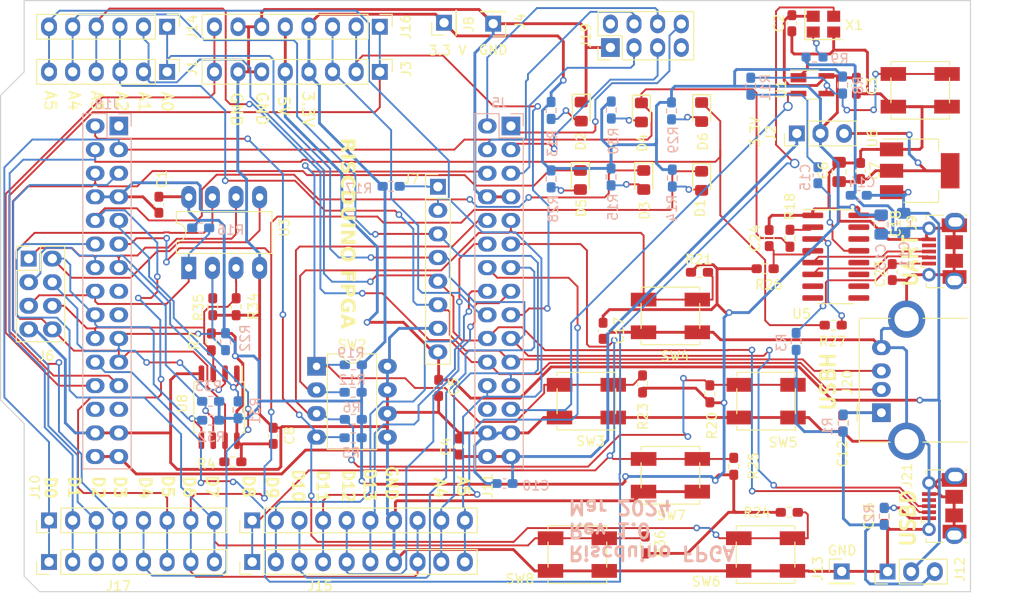
<source format=kicad_pcb>
(kicad_pcb (version 20221018) (generator pcbnew)
  (title_block (date "2023-07-21") (rev "1.0.2"))
  (layers (0 "F.Cu" jumper) (31 "B.Cu" signal) (34 "B.Paste" user) (35 "F.Paste" user) (36 "B.SilkS" user "B.Silkscreen") (37 "F.SilkS" user "F.Silkscreen") (38 "B.Mask" user) (39 "F.Mask" user) (44 "Edge.Cuts" user))
  (net 0 "")
  (net 1 "+3.3V")
  (net 2 "GND")
  (net 3 "+3.3VP")
  (net 4 "+5V")
  (net 5 "~{MR}")
  (net 6 "Net-(U5-~{DTR})")
  (net 7 "Net-(C15-Pad2)")
  (net 8 "Net-(J21-VBUS)")
  (net 9 "Net-(J9-VBUS)")
  (net 10 "Net-(U5-V3)")
  (net 11 "Net-(D1-A)")
  (net 12 "ardunio_d6")
  (net 13 "Net-(D2-A)")
  (net 14 "ardunio_d5")
  (net 15 "Net-(D3-A)")
  (net 16 "ardunio_d0")
  (net 17 "Net-(D4-A)")
  (net 18 "ardunio_d3")
  (net 19 "Net-(D5-A)")
  (net 20 "Net-(D6-A)")
  (net 21 "ardunio_d1")
  (net 22 "ardunio_a4")
  (net 23 "ardunio_a5")
  (net 24 "+5VP")
  (net 25 "jtag_trst")
  (net 26 "jtag_tck")
  (net 27 "jtag_tms")
  (net 28 "jtag_tdi")
  (net 29 "jtag_tdo")
  (net 30 "mprj_io_5")
  (net 31 "ardunio_d2")
  (net 32 "ardunio_d4")
  (net 33 "ardunio_d7")
  (net 34 "USB_DEV_D+")
  (net 35 "USB_DEV_D-")
  (net 36 "USB_HOST_D+")
  (net 37 "USB_HOST_D-")
  (net 38 "ardunio_d12")
  (net 39 "ardunio_d13")
  (net 40 "USER_FLASH_SCK")
  (net 41 "USER_FLASH_IO0")
  (net 42 "USER_FLASH_SSN")
  (net 43 "USER_FLASH_IO1")
  (net 44 "USER_SRAM_SSN")
  (net 45 "USER_FLASH_IO2")
  (net 46 "USER_FLASH_IO3")
  (net 47 "Net-(J7-Pin_1)")
  (net 48 "USB_UART_D+")
  (net 49 "USB_UART_D-")
  (net 51 "resetb_l")
  (net 60 "mprj_io_41")
  (net 61 "mprj_io_42")
  (net 62 "mprj_io_43")
  (net 63 "Net-(X1-EN)")
  (net 65 "Net-(U5-TXD)")
  (net 68 "Net-(U5-RXD)")
  (net 70 "+3.3VA")
  (net 71 "Net-(J20-VBUS)")
  (net 74 "mprj_io_14")
  (net 75 "mprj_io_15")
  (net 76 "mprj_io_6")
  (net 77 "mprj_io_7")
  (net 78 "ardunio_d8")
  (net 79 "ardunio_d9")
  (net 80 "ardunio_d10")
  (net 81 "ardunio_d11")
  (net 82 "mprj_io_22")
  (net 83 "mprj_io_23")
  (net 84 "mprj_io_34")
  (net 85 "mprj_io_36")
  (footprint "Connector_PinHeader_2.54mm:PinHeader_1x01_P2.54mm_Vertical" (layer "F.Cu") (at 122.2502 46.99 180)
    (fp_text reference "J4")
    (fp_text value "Conn_01x01" hide)
  )
  (footprint "Riscduino.Library:SOT-223-3_TabPin2" (layer "F.Cu") (at 168.2242 62.8142)
    (fp_text reference "U6")
    (fp_text value "LM1117MP-3.3" hide)
  )
  (footprint "Riscduino.Library:SOIC-8_5.23x5.23mm_P1.27mm" (layer "F.Cu") (at 92.7862 88.2582 -90)
    (fp_text reference "U8")
    (fp_text value "W25Q32JVSS" hide)
  )
  (footprint "Riscduino.Library:PinHeader_1x08_P2.54mm_Vertical" (layer "F.Cu") (at 110.0582 52.1716 -90)
    (fp_text reference "J3")
    (fp_text value "Conn_01x08_Female_Header" hide)
  )
  (footprint "Riscduino.Library:SOIC-16_3.9x9.9mm_P1.27mm" (layer "F.Cu") (at 159.0802 72.0598)
    (fp_text reference "U5")
    (fp_text value "CH340C" hide)
  )
  (footprint "Riscduino.Library:PinHeader_2x04_P2.54mm_Vertical" (layer "F.Cu") (at 72.3138 72.263)
    (fp_text reference "J6")
    (fp_text value "Conn_02x04_Male_Header" hide)
  )
  (footprint "Riscduino.Library:C_0603_1608Metric_Pad1.08x0.95mm_HandSolder" (layer "F.Cu") (at 154.3558 46.9392 -90)
    (fp_text reference "C2")
    (fp_text value "0.1uF" hide)
  )
  (footprint "Riscduino.Library:R_0603_1608Metric_Pad0.98x0.95mm_HandSolder" (layer "F.Cu") (at 148.1074 94.615 90)
    (fp_text reference "R25")
    (fp_text value "10K" hide)
  )
  (footprint "Capacitor_SMD:C_0603_1608Metric_Pad1.08x0.95mm_HandSolder" (layer "F.Cu") (at 165.1508 73.7108 -90)
    (fp_text reference "C23")
    (fp_text value "0.1uF" hide)
  )
  (footprint "Riscduino.Library:C_0805_2012Metric_Pad1.18x1.45mm_HandSolder" (layer "F.Cu") (at 159.4358 62.9412 90)
    (fp_text reference "C6")
    (fp_text value "22uF" hide)
  )
  (footprint "Connector_PinHeader_2.54mm:PinHeader_1x01_P2.54mm_Vertical" (layer "F.Cu") (at 159.7152 105.918)
    (fp_text reference "J13")
    (fp_text value "Conn_01x01" hide)
  )
  (footprint "Riscduino.Library:PinHeader_1x06_P2.54mm_Vertical" (layer "F.Cu") (at 87.1982 52.1716 -90)
    (fp_text reference "J1")
    (fp_text value "Conn_01x06_Female_Header" hide)
  )
  (footprint "Riscduino.Library:LED_0805_2012Metric_Pad1.15x1.40mm_HandSolder" (layer "F.Cu") (at 131.7092 56.4482 -90)
    (fp_text reference "D2")
    (fp_text value "GREEN LED" hide)
  )
  (footprint "Riscduino.Library:SW_SPST_EVPBF_TS4550TP" (layer "F.Cu") (at 132.2639 87.6046)
    (fp_text reference "SW3")
    (fp_text value "4Pin Round Button SPST Straight Tactile Switch SMD - TS4550TP" hide)
  )
  (footprint "Riscduino.Library:LED_0805_2012Metric_Pad1.15x1.40mm_HandSolder" (layer "F.Cu") (at 138.43 63.8048 -90)
    (fp_text reference "D3")
    (fp_text value "BLUE LED" hide)
  )
  (footprint "Riscduino.Library:R_0603_1608Metric_Pad0.98x0.95mm_HandSolder" (layer "F.Cu") (at 138.303 85.7504 90)
    (fp_text reference "R23")
    (fp_text value "10K" hide)
  )
  (footprint "Riscduino.Library:SW_SPST_EVPBF_TS4550TP" (layer "F.Cu") (at 151.5872 87.6046)
    (fp_text reference "SW5")
    (fp_text value "4Pin Round Button SPST Straight Tactile Switch SMD - TS4550TP" hide)
  )
  (footprint "Riscduino.Library:PinHeader_1x06_P2.54mm_Vertical" (layer "F.Cu") (at 87.1982 47.3202 -90)
    (fp_text reference "J14")
    (fp_text value "Conn_01x06_Male_Header" hide)
  )
  (footprint "Riscduino.Library:C_0603_1608Metric_Pad1.08x0.95mm_HandSolder" (layer "F.Cu") (at 98.6028 91.3384 90)
    (fp_text reference "C8")
    (fp_text value "0.1uF" hide)
  )
  (footprint "Riscduino.Library:R_0603_1608Metric_Pad0.98x0.95mm_HandSolder" (layer "F.Cu") (at 151.4856 73.3552 180)
    (fp_text reference "R26")
    (fp_text value "0E" hide)
  )
  (footprint "Riscduino.Library:C_0603_1608Metric_Pad1.08x0.95mm_HandSolder" (layer "F.Cu") (at 161.29 53.6691 -90)
    (fp_text reference "C3")
    (fp_text value "0.1uF" hide)
  )
  (footprint "Riscduino.Library:PinHeader_1x08_P2.54mm_Vertical" (layer "F.Cu") (at 110.0582 47.3202 -90)
    (fp_text reference "J16")
    (fp_text value "Conn_01x08_Male_Header" hide)
  )
  (footprint "Riscduino.Library:C_0603_1608Metric_Pad1.08x0.95mm_HandSolder" (layer "F.Cu") (at 116.3828 86.1822 -90)
    (fp_text reference "C5")
    (fp_text value "0.1uF" hide)
  )
  (footprint "Package_DIP:DIP-8_W7.62mm" (layer "F.Cu") (at 103.261 83.8554)
    (fp_text reference "SW2")
    (fp_text value "SW_DIP_x04" hide)
  )
  (footprint "Connector_USB:USB_A_Molex_67643_Horizontal" (layer "F.Cu") (at 163.9818 88.8492 90)
    (fp_text reference "J20")
    (fp_text value "USB Type A Female")
  )
  (footprint "Riscduino:R_0603_1608Metric_Pad0.98x0.95mm_HandSolder" (layer "F.Cu") (at 158.8008 79.4258 180)
    (fp_text reference "R27")
    (fp_text value "0E" hide)
  )
  (footprint "Riscduino.Library:PinHeader_1x08_P2.54mm_Vertical" (layer "F.Cu") (at 74.4982 100.4316 90)
    (fp_text reference "J10")
    (fp_text value "Conn_01x08_Female_Header" hide)
  )
  (footprint "Riscduino.Library:USB_Micro-B_Molex-105017-0001" (layer "F.Cu") (at 170.5626 71.501 90)
    (fp_text reference "J9")
    (fp_text value "USB_B_Micro_Female" hide)
  )
  (footprint "Riscduino.Library:R_0603_1608Metric_Pad0.98x0.95mm_HandSolder" (layer "F.Cu") (at 94.615 77.4446 -90)
    (fp_text reference "R34")
    (fp_text value "DNI" hide)
  )
  (footprint "Riscduino.Library:R_0603_1608Metric_Pad0.98x0.95mm_HandSolder" (layer "F.Cu") (at 92.1004 77.4446 -90)
    (fp_text reference "R35")
    (fp_text value "DNI" hide)
  )
  (footprint "Connector_PinHeader_2.54mm:PinHeader_1x01_P2.54mm_Vertical" (layer "F.Cu") (at 116.967 46.8884 90)
    (fp_text reference "J8")
    (fp_text value "Conn_01x01" hide)
  )
  (footprint "Capacitor_SMD:C_0603_1608Metric_Pad1.08x0.95mm_HandSolder" (layer "F.Cu") (at 134.0612 80.0354 -90)
    (fp_text reference "C17")
    (fp_text value "0.1uF" hide)
  )
  (footprint "Riscduino.Library:R_0603_1608Metric_Pad0.98x0.95mm_HandSolder" (layer "F.Cu") (at 144.4263 73.7362)
    (fp_text reference "R21")
    (fp_text value "10K" hide)
  )
  (footprint "Riscduino.Library:PinHeader_1x10_P2.54mm_Vertical" (layer "F.Cu") (at 96.3422 104.902 90)
    (fp_text reference "J15")
    (fp_text value "Conn_01x10_Male_Header" hide)
  )
  (footprint "Riscduino.Library:Arduino_UNO_R3_WithMountingHoles" (layer "F.Cu") (at 110.0582 52.1716)
    (fp_text reference "H1" hide)
    (fp_text value "MountingHole" hide)
    (fp_line (start -40.77 2.54) (end -38.23 0) (stroke (width 0.12)) (layer "Edge.Cuts"))
    (fp_line (start -40.77 35.31) (end -40.77 2.54) (stroke (width 0.12)) (layer "Edge.Cuts"))
    (fp_line (start -38.23 -7.67) (end 63.5 -7.67) (stroke (width 0.12)) (layer "Edge.Cuts"))
    (fp_line (start -38.23 0) (end -38.23 -7.67) (stroke (width 0.12)) (layer "Edge.Cuts"))
    (fp_line (start -38.23 37.85) (end -40.77 35.31) (stroke (width 0.12)) (layer "Edge.Cuts"))
    (fp_line (start -38.23 54.28) (end -38.23 37.85) (stroke (width 0.12)) (layer "Edge.Cuts"))
    (fp_line (start -36.58 55.93) (end -38.23 54.28) (stroke (width 0.12)) (layer "Edge.Cuts"))
    (fp_line (start 63.5 -7.67) (end 63.5 55.93) (stroke (width 0.12)) (layer "Edge.Cuts"))
    (fp_line (start 63.5 55.93) (end -36.58 55.93) (stroke (width 0.12)) (layer "Edge.Cuts"))
  )
  (footprint "Riscduino.Library:SW_SPST_EVPBF_TS4550TP" (layer "F.Cu") (at 131.2987 104.1092)
    (fp_text reference "SW8")
    (fp_text value "4Pin Round Button SPST Straight Tactile Switch SMD - TS4550TP" hide)
  )
  (footprint "Riscduino.Library:R_0603_1608Metric_Pad0.98x0.95mm_HandSolder" (layer "F.Cu") (at 145.542 86.8172 90)
    (fp_text reference "R20")
    (fp_text value "10K" hide)
  )
  (footprint "Riscduino.Library:R_0603_1608Metric_Pad0.98x0.95mm_HandSolder" (layer "F.Cu") (at 154.0764 99.568)
    (fp_text reference "R24")
    (fp_text value "10K" hide)
  )
  (footprint "Riscduino.Library:PinHeader_1x10_P2.54mm_Vertical" (layer "F.Cu") (at 96.3422 100.4316 90)
    (fp_text reference "J11")
    (fp_text value "Conn_01x10_Female_Header" hide)
  )
  (footprint "Riscduino.Library:DIP-8_W7.62mm_LongPads" (layer "F.Cu") (at 89.5196 73.2686 90)
    (fp_text reference "U3")
    (fp_text value "23LC1024-I/P " hide)
  )
  (footprint "Riscduino.Library:C_0603_1608Metric_Pad1.08x0.95mm_HandSolder" (layer "F.Cu") (at 151.9174 70.0532 -90)
    (fp_text reference "C24")
    (fp_text value "0.1uF" hide)
  )
  (footprint "Capacitor_SMD:C_0603_1608Metric_Pad1.08x0.95mm_HandSolder" (layer "F.Cu") (at 164.2872 99.949 -90)
    (fp_text reference "C16")
    (fp_text value "0.1uF" hide)
  )
  (footprint "Package_TO_SOT_SMD:SOT-143_Handsoldering" (layer "F.Cu") (at 156.567 53.5566)
    (fp_text reference "U1")
    (fp_text value "APX811-29UG-7" hide)
  )
  (footprint "Riscduino.Library:SW_SPST_EVPBF_TS4550TP" (layer "F.Cu") (at 151.5303 104.1092)
    (fp_text reference "SW6")
    (fp_text value "4Pin Round Button SPST Straight Tactile Switch SMD - TS4550TP" hide)
  )
  (footprint "Capacitor_SMD:C_0603_1608Metric_Pad1.08x0.95mm_HandSolder" (layer "F.Cu") (at 159.8168 89.9922 -90)
    (fp_text reference "C12")
    (fp_text value "0.1uF" hide)
  )
  (footprint "Riscduino.Library:R_0603_1608Metric_Pad0.98x0.95mm_HandSolder" (layer "F.Cu") (at 94.2594 94.1324 180)
    (fp_text reference "R4")
    (fp_text value "10K" hide)
  )
  (footprint "Riscduino.Library:PinHeader_1x03_P2.54mm_Vertical" (layer "F.Cu") (at 164.6428 105.9434 90)
    (fp_text reference "J12")
    (fp_text value "Conn_01x03_Male_Header" hide)
  )
  (footprint "Riscduino.Library:SW_SPST_EVPBF_TS4550TP" (layer "F.Cu") (at 141.3002 78.4352)
    (fp_text reference "SW4")
    (fp_text value "4Pin Round Button SPST Straight Tactile Switch SMD - TS4550TP" hide)
  )
  (footprint "Connector_PinHeader_2.54mm:PinHeader_2x04_P2.54mm_Vertical" (layer "F.Cu") (at 134.8486 49.5554 90)
    (fp_text reference "J19")
    (fp_text value "Conn_02x04_Male_Header" hide)
  )
  (footprint "Riscduino.Library:PinHeader_1x08_P2.54mm_Vertical" (layer "F.Cu") (at 116.3066 64.531)
    (fp_text reference "J7")
    (fp_text value "Conn_01x08_Female_Header" hide)
  )
  (footprint "Riscduino.Library:SW_SPST_EVPBF_TS4550TP" (layer "F.Cu") (at 168.1541 54.1582 180)
    (fp_text reference "SW1" hide)
    (fp_text value "4Pin Round Button SPST Straight Tactile Switch SMD - TS4550TP" hide)
  )
  (footprint "Riscduino.Library:PinHeader_1x08_P2.54mm_Vertical" (layer "F.Cu") (at 74.4982 104.902 90)
    (fp_text reference "J17")
    (fp_text value "Conn_01x08_Male_Header" hide)
  )
  (footprint "Riscduino.Library:LED_0805_2012Metric_Pad1.15x1.40mm_HandSolder" (layer "F.Cu") (at 144.653 63.8935 -90)
    (fp_text reference locked "D1")
    (fp_text value "BLUE LED" hide)
  )
  (footprint "Riscduino.Library:LED_0805_2012Metric_Pad1.15x1.40mm_HandSolder" (layer "F.Cu") (at 138.1811 56.5404 -90)
    (fp_text reference "D4")
    (fp_text value "GREEN LED" hide)
  )
  (footprint "Riscduino.Library:USB_Micro-B_Molex-105017-0001" (layer "F.Cu") (at 170.5626 98.8982 90)
    (fp_text reference "J21")
    (fp_text value "USB_B_Micro_Female" hide)
  )
  (footprint "Riscduino.Library:PinHeader_1x03_P2.54mm_Vertical" (layer "F.Cu") (at 154.8892 58.801 90)
    (fp_text reference "J2")
    (fp_text value "Conn_01x03_Male_Header" hide)
  )
  (footprint "Riscduino.Library:R_0603_1608Metric_Pad0.98x0.95mm_HandSolder" (layer "F.Cu") (at 138.6078 103.0732 90)
    (fp_text reference "R36")
    (fp_text value "10K" hide)
  )
  (footprint "Riscduino.Library:C_0603_1608Metric_Pad1.08x0.95mm_HandSolder" (layer "F.Cu") (at 161.7472 62.8396 90)
    (fp_text reference "C7")
    (fp_text value "0.1uF" hide)
  )
  (footprint "Riscduino.Library:Crystal_SMD_Abracon_ABM8G-4Pin_3.2x2.5mm" (layer "F.Cu") (at 157.7516 47.0408)
    (fp_text reference "X1")
    (fp_text value "ASE-10.000MHZ-LC-T" hide)
  )
  (footprint "Riscduino.Library:R_0603_1608Metric_Pad0.98x0.95mm_HandSolder" (layer "F.Cu") (at 91.948 81.2292 -90)
    (fp_text reference "R7")
    (fp_text value "10K" hide)
  )
  (footprint "Riscduino.Library:C_0603_1608Metric_Pad1.08x0.95mm_HandSolder" (layer "F.Cu") (at 163.9824 68.58 -90)
    (fp_text reference "C18")
    (fp_text value "0.1uF" hide)
  )
  (footprint "Capacitor_SMD:C_0603_1608Metric_Pad1.08x0.95mm_HandSolder" (layer "F.Cu") (at 118.5926 92.4814 90)
    (fp_text reference "C4")
    (fp_text value "0.1uF" hide)
  )
  (footprint "Riscduino.Library:LED_0805_2012Metric_Pad1.15x1.40mm_HandSolder" (layer "F.Cu") (at 131.6228 63.8048 -90)
    (fp_text reference "D5")
    (fp_text value "BLUE LED" hide)
  )
  (footprint "Riscduino:R_0603_1608Metric_Pad0.98x0.95mm_HandSolder" (layer "F.Cu") (at 154.1526 70.0786 -90)
    (fp_text reference "R18")
    (fp_text value "0E" hide)
  )
  (footprint "Riscduino.Library:SW_SPST_EVPBF_TS4550TP" (layer "F.Cu") (at 141.3002 95.5802)
    (fp_text reference "SW7")
    (fp_text value "4Pin Round Button SPST Straight Tactile Switch SMD - TS4550TP" hide)
  )
  (footprint "Riscduino.Library:C_0603_1608Metric_Pad1.08x0.95mm_HandSolder" (layer "F.Cu") (at 86.3092 66.4718 -90)
    (fp_text reference "C1")
    (fp_text value "0.1uF" hide)
  )
  (footprint "Riscduino.Library:LED_0805_2012Metric_Pad1.15x1.40mm_HandSolder" (layer "F.Cu") (at 144.653 56.4943 -90)
    (fp_text reference "D6")
    (fp_text value "BLUE LED" hide)
  )
  (footprint "Riscduino.Library:R_0603_1608Metric_Pad0.98x0.95mm_HandSolder" (layer "B.Cu") (at 149.9362 53.721 90)
    (fp_text reference "R11")
    (fp_text value "0E" hide)
  )
  (footprint "Riscduino.Library:R_0603_1608Metric_Pad0.98x0.95mm_HandSolder" (layer "B.Cu") (at 107.1899 91.5416 180)
    (fp_text reference "R5")
    (fp_text value "10K" hide)
  )
  (footprint "Capacitor_SMD:C_0603_1608Metric_Pad1.08x0.95mm_HandSolder" (layer "B.Cu") (at 123.4694 96.4692 180)
    (fp_text reference "C10")
    (fp_text value "0.1uF" hide)
  )
  (footprint "Riscduino.Library:R_0603_1608Metric_Pad0.98x0.95mm_HandSolder" (layer "B.Cu") (at 159.8168 53.5959 -90)
    (fp_text reference "R8")
    (fp_text value "10K" hide)
  )
  (footprint "Riscduino.Library:R_0603_1608Metric_Pad0.98x0.95mm_HandSolder" (layer "B.Cu") (at 107.2134 83.693 180)
    (fp_text reference "R19")
    (fp_text value "10K" hide)
  )
  (footprint "Riscduino.Library:R_0603_1608Metric_Pad0.98x0.95mm_HandSolder" (layer "B.Cu") (at 93.472 81.2038 -90)
    (fp_text reference "R22")
    (fp_text value "10K" hide)
  )
  (footprint "Riscduino.Library:R_0603_1608Metric_Pad0.98x0.95mm_HandSolder" (layer "B.Cu") (at 128.4732 56.3253 90)
    (fp_text reference "R13")
    (fp_text value "470 Ohm" hide)
  )
  (footprint "Riscduino.Library:R_0603_1608Metric_Pad0.98x0.95mm_HandSolder" (layer "B.Cu") (at 141.417 56.3714 90)
    (fp_text reference "R29")
    (fp_text value "470 Ohm" hide)
  )
  (footprint "Riscduino.Library:C_0603_1608Metric_Pad1.08x0.95mm_HandSolder" (layer "B.Cu") (at 157.1498 63.2957 90)
    (fp_text reference "C15")
    (fp_text value "0.1uF" hide)
  )
  (footprint "Riscduino.Library:R_0603_1608Metric_Pad0.98x0.95mm_HandSolder" (layer "B.Cu") (at 111.2774 64.4906 180)
    (fp_text reference "R17")
    (fp_text value "100E" hide)
  )
  (footprint "Riscduino.Library:R_0603_1608Metric_Pad0.98x0.95mm_HandSolder" (layer "B.Cu") (at 128.4732 63.6887 90)
    (fp_text reference "R28")
    (fp_text value "470 Ohm" hide)
  )
  (footprint "Riscduino.Library:R_0603_1608Metric_Pad0.98x0.95mm_HandSolder" (layer "B.Cu") (at 94.8182 88.5357 90)
    (fp_text reference "R31")
    (fp_text value "10K" hide)
  )
  (footprint "Riscduino.Library:C_0805_2012Metric_Pad1.18x1.45mm_HandSolder" (layer "B.Cu") (at 163.957 68.6054 -90)
    (fp_text reference "C13")
    (fp_text value "10uF" hide)
  )
  (footprint "Connector_PinHeader_2.54mm:PinHeader_2x15_P2.54mm_Vertical" (layer "B.Cu") (at 124.15 58 180)
    (fp_text reference "J5")
    (fp_text value "Conn_02x15_Male_Header" hide)
  )
  (footprint "Riscduino.Library:R_0603_1608Metric_Pad0.98x0.95mm_HandSolder" (layer "B.Cu") (at 154.813 81.1784 90)
    (fp_text reference "R3")
    (fp_text value "0E" hide)
  )
  (footprint "Resistor_SMD:R_0603_1608Metric_Pad0.98x0.95mm_HandSolder" (layer "B.Cu") (at 156.7961 50.5968 180)
    (fp_text reference "R9")
    (fp_text value "DNI" hide)
  )
  (footprint "Connector_PinHeader_2.54mm:PinHeader_2x15_P2.54mm_Vertical" (layer "B.Cu") (at 82 58 180)
    (fp_text reference "J18")
    (fp_text value "Conn_02x15_Male_Header" hide)
  )
  (footprint "Riscduino.Library:R_0603_1608Metric_Pad0.98x0.95mm_HandSolder" (layer "B.Cu") (at 141.5034 63.6016 90)
    (fp_text reference "R14")
    (fp_text value "470 Ohm" hide)
  )
  (footprint "Riscduino.Library:R_0603_1608Metric_Pad0.98x0.95mm_HandSolder" (layer "B.Cu") (at 134.9248 63.4746 90)
    (fp_text reference "R15")
    (fp_text value "470 Ohm" hide)
  )
  (footprint "Riscduino.Library:R_0603_1608Metric_Pad0.98x0.95mm_HandSolder" (layer "B.Cu") (at 164.2872 99.9998 90)
    (fp_text reference "R2")
    (fp_text value "DNI-0E" hide)
  )
  (footprint "Riscduino.Library:R_0603_1608Metric_Pad0.98x0.95mm_HandSolder" (layer "B.Cu") (at 107.2134 89.5604 180)
    (fp_text reference "R6")
    (fp_text value "10K" hide)
  )
  (footprint "Riscduino.Library:R_0603_1608Metric_Pad0.98x0.95mm_HandSolder" (layer "B.Cu") (at 159.893 89.9668 90)
    (fp_text reference "R1")
    (fp_text value "0E" hide)
  )
  (footprint "Riscduino.Library:R_0603_1608Metric_Pad0.98x0.95mm_HandSolder" (layer "B.Cu") (at 134.9451 56.2792 90)
    (fp_text reference "R30")
    (fp_text value "470 Ohm" hide)
  )
  (footprint "Riscduino.Library:C_0805_2012Metric_Pad1.18x1.45mm_HandSolder" (layer "B.Cu") (at 166.37 68.4276 -90)
    (fp_text reference "C11")
    (fp_text value "10uF" hide)
  )
  (footprint "Riscduino.Library:R_0603_1608Metric_Pad0.98x0.95mm_HandSolder" (layer "B.Cu") (at 91.8737 89.6552 180)
    (fp_text reference "R32")
    (fp_text value "10K" hide)
  )
  (footprint "Riscduino.Library:C_0603_1608Metric_Pad1.08x0.95mm_HandSolder" (layer "B.Cu") (at 161.544 65.4558 180)
    (fp_text reference "C14")
    (fp_text value "0.1uF" hide)
  )
  (footprint "Riscduino.Library:R_0603_1608Metric_Pad0.98x0.95mm_HandSolder" (layer "B.Cu") (at 91.8737 87.6232 180)
    (fp_text reference "R33")
    (fp_text value "10K" hide)
  )
  (footprint "Riscduino.Library:R_0603_1608Metric_Pad0.98x0.95mm_HandSolder" (layer "B.Cu") (at 90.8031 68.961)
    (fp_text reference "R16")
    (fp_text value "10K" hide)
  )
  (footprint "Riscduino.Library:R_0603_1608Metric_Pad0.98x0.95mm_HandSolder" (layer "B.Cu") (at 107.1899 86.6479 180)
    (fp_text reference "R12")
    (fp_text value "10K" hide)
  )
  (gr_text "Riscduino FPGA\nRev 1.0\nMar 2024" (at 130.175 98.1456 180) (layer "B.SilkS") (effects (font (size 1.524 1.524) (thickness 0.3048) bold) (justify left bottom mirror)))
  (gr_text "D6" (at 88.8746 95.504 270) (layer "F.SilkS") (effects (font (size 1.2 1.2) (thickness 0.25) bold) (justify left bottom)))
  (gr_text "A4" (at 115.824 95.6818 270) (layer "F.SilkS") (effects (font (size 1.2 1.2) (thickness 0.25) bold) (justify left bottom)))
  (gr_text "A3" (at 78.9686 54.0766 270) (layer "F.SilkS") (effects (font (size 1.2 1.2) (thickness 0.1875)) (justify left bottom)))
  (gr_text "USBD" (at 167.7416 103.4288 90) (layer "F.SilkS") (effects (font (size 1.524 1.524) (thickness 0.3048) bold) (justify left bottom)))
  (gr_text "D0" (at 73.9648 95.5802 270) (layer "F.SilkS") (effects (font (size 1.2 1.2) (thickness 0.25) bold) (justify left bottom)))
  (gr_text "A0" (at 86.5124 54.1782 -90) (layer "F.SilkS") (effects (font (size 1.2 1.2) (thickness 0.1875)) (justify left bottom)))
  (gr_text "D10" (at 100.584 94.7928 270) (layer "F.SilkS") (effects (font (size 1.2 1.2) (thickness 0.25) bold) (justify left bottom)))
  (gr_text "A1" (at 84.074 54.1782 270) (layer "F.SilkS") (effects (font (size 1.2 1.2) (thickness 0.1875)) (justify left bottom)))
  (gr_text "GND" (at 110.617 94.4118 270) (layer "F.SilkS") (effects (font (size 1.2 1.2) (thickness 0.25) bold) (justify left bottom)))
  (gr_text "D3" (at 81.4324 95.504 270) (layer "F.SilkS") (effects (font (size 1.2 1.2) (thickness 0.25) bold) (justify left bottom)))
  (gr_text "5V" (at 99.0346 54.6354 270) (layer "F.SilkS") (effects (font (size 1.2 1.2) (thickness 0.1875)) (justify left bottom)))
  (gr_text "D4" (at 84.1502 95.5802 270) (layer "F.SilkS") (effects (font (size 1.2 1.2) (thickness 0.25) bold) (justify left bottom)))
  (gr_text "D13" (at 108.2548 94.6912 270) (layer "F.SilkS") (effects (font (size 1.2 1.2) (thickness 0.25) bold) (justify left bottom)))
  (gr_text "D9" (at 97.7646 95.5548 270) (layer "F.SilkS") (effects (font (size 1.2 1.2) (thickness 0.25) bold) (justify left bottom)))
  (gr_text "D11" (at 103.2256 94.869 270) (layer "F.SilkS") (effects (font (size 1.2 1.2) (thickness 0.25) bold) (justify left bottom)))
  (gr_text "A4" (at 76.5048 54.0512 270) (layer "F.SilkS") (effects (font (size 1.2 1.2) (thickness 0.1875)) (justify left bottom)))
  (gr_text "RISCDUINO FPGA" (at 105.6386 59.2582 270) (layer "F.SilkS") (effects (font (size 1.524 1.524) (thickness 0.1524)) (justify left bottom)))
  (gr_text "A5" (at 73.9394 54.0512 270) (layer "F.SilkS") (effects (font (size 1.2 1.2) (thickness 0.1875)) (justify left bottom)))
  (gr_text "D8" (at 95.25 95.4532 270) (layer "F.SilkS") (effects (font (size 1.2 1.2) (thickness 0.25) bold) (justify left bottom)))
  (gr_text "D2" (at 79.121 95.5294 270) (layer "F.SilkS") (effects (font (size 1.2 1.2) (thickness 0.25) bold) (justify left bottom)))
  (gr_text "D7" (at 91.313 95.4532 270) (layer "F.SilkS") (effects (font (size 1.2 1.2) (thickness 0.25) bold) (justify left bottom)))
  (gr_text "UART" (at 167.9956 75.4888 90) (layer "F.SilkS") (effects (font (size 1.524 1.524) (thickness 0.3048) bold) (justify left bottom)))
  (gr_text "3.3 V" (at 115.2144 50.4698) (layer "F.SilkS") (effects (font (size 1.016 1.016) (thickness 0.1524)) (justify left bottom)))
  (gr_text "A5" (at 118.3132 95.504 270) (layer "F.SilkS") (effects (font (size 1.2 1.2) (thickness 0.25) bold) (justify left bottom)))
  (gr_text "D12" (at 105.9688 94.8182 270) (layer "F.SilkS") (effects (font (size 1.2 1.2) (thickness 0.25) bold) (justify left bottom)))
  (gr_text "GND" (at 120.5992 50.419) (layer "F.SilkS") (effects (font (size 1.016 1.016) (thickness 0.1524)) (justify left bottom)))
  (gr_text "USBH" (at 159.1564 88.7984 90) (layer "F.SilkS") (effects (font (size 1.524 1.524) (thickness 0.3048) bold) (justify left bottom)))
  (gr_text "D5" (at 86.5632 95.4532 270) (layer "F.SilkS") (effects (font (size 1.2 1.2) (thickness 0.25) bold) (justify left bottom)))
  (gr_text "GND" (at 96.6978 54.1782 270) (layer "F.SilkS") (effects (font (size 1.2 1.2) (thickness 0.1875)) (justify left bottom)))
  (gr_text "D1" (at 76.5048 95.5294 270) (layer "F.SilkS") (effects (font (size 1.2 1.2) (thickness 0.25) bold) (justify left bottom)))
  (gr_text "3.3V" (at 151.003 60.3758 90) (layer "F.SilkS") (effects (font (size 1.016 1.016) (thickness 0.1524)) (justify left bottom)))
  (gr_text "3.3V" (at 101.6508 54.102 270) (layer "F.SilkS") (effects (font (size 1.2 1.2) (thickness 0.1875)) (justify left bottom)))
  (gr_text "GND" (at 93.9546 54.2544 270) (layer "F.SilkS") (effects (font (size 1.2 1.2) (thickness 0.1875)) (justify left bottom)))
  (gr_text "A2" (at 81.6356 54.1274 270) (layer "F.SilkS") (effects (font (size 1.2 1.2) (thickness 0.1875)) (justify left bottom)))
  (gr_text "GND" (at 158.115 104.267) (layer "F.SilkS") (effects (font (size 1.016 1.016) (thickness 0.1524)) (justify left bottom)))
  (segment (start 146.5091 95.5275) (end 148.1074 95.5275) (width 0.3048) (layer "F.Cu") (net 1))
  (segment (start 147.6108 78.0737) (end 147.2319 78.0737) (width 0.3048) (layer "F.Cu") (net 1))
  (segment (start 160.8768 66.727) (end 161.3928 66.727) (width 0.3048) (layer "F.Cu") (net 1))
  (segment (start 95.1719 92.3389) (end 95.1719 94.1324) (width 0.3048) (layer "F.Cu") (net 1))
  (segment (start 138.303 86.2057) (end 144.018 86.2057) (width 0.3048) (layer "F.Cu") (net 1))
  (segment (start 94.5141 80.6965) (end 94.5141 82.7423) (width 0.3048) (layer "F.Cu") (net 1))
  (segment (start 95.3357 83.5639) (end 95.3357 88.0159) (width 0.3048) (layer "F.Cu") (net 1))
  (segment (start 136.4234 95.758) (end 136.4742 95.7072) (width 0.3048) (layer "F.Cu") (net 1))
  (segment (start 116.0471 45.9685) (end 116.967 46.8884) (width 0.3048) (layer "F.Cu") (net 1))
  (segment (start 150.0378 99.568) (end 147.5486 99.568) (width 0.3048) (layer "F.Cu") (net 1))
  (segment (start 150.0378 99.568) (end 148.3106 99.568) (width 0.3048) (layer "F.Cu") (net 1))
  (segment (start 116.967 46.8884) (end 118.3805 48.3019) (width 0.3048) (layer "F.Cu") (net 1))
  (segment (start 134.0612 78.4352) (end 134.0612 79.1729) (width 0.3048) (layer "F.Cu") (net 1))
  (segment (start 91.948 80.3167) (end 94.1343 80.3167) (width 0.3048) (layer "F.Cu") (net 1))
  (segment (start 161.29 52.8066) (end 159.2491 52.8066) (width 0.3048) (layer "F.Cu") (net 1))
  (segment (start 94.6912 88.6604) (end 94.6912 91.8582) (width 0.3048) (layer "F.Cu") (net 1))
  (segment (start 129.7909 48.9173) (end 129.7909 53.0817) (width 0.3048) (layer "F.Cu") (net 1))
  (segment (start 145.7153 77.7513) (end 134.7451 77.7513) (width 0.3048) (layer "F.Cu") (net 1))
  (segment (start 98.6028 92.2009) (end 95.3099 92.2009) (width 0.3048) (layer "F.Cu") (net 1))
  (segment (start 147.2319 78.0737) (end 146.3124 77.1542) (width 0.3048) (layer "F.Cu") (net 1))
  (segment (start 103.5613 45.9685) (end 116.0471 45.9685) (width 0.3048) (layer "F.Cu") (net 1))
  (segment (start 159.2491 56.5493) (end 157.4292 58.3692) (width 0.3048) (layer "F.Cu") (net 1))
  (segment (start 95.3357 88.0159) (end 94.6912 88.6604) (width 0.3048) (layer "F.Cu") (net 1))
  (segment (start 143.1309 103.9857) (end 147.5486 99.568) (width 0.3048) (layer "F.Cu") (net 1))
  (segment (start 146.3124 73.3552) (end 146.3124 77.1542) (width 0.3048) (layer "F.Cu") (net 1))
  (segment (start 136.126 96.538) (end 136.4234 96.2406) (width 0.3048) (layer "F.Cu") (net 1))
  (segment (start 129.1755 48.3019) (end 129.7909 48.9173) (width 0.3048) (layer "F.Cu") (net 1))
  (segment (start 159.2491 52.6066) (end 159.2491 52.8066) (width 0.3048) (layer "F.Cu") (net 1))
  (segment (start 146.3124 77.1542) (end 145.7153 77.7513) (width 0.3048) (layer "F.Cu") (net 1))
  (segment (start 144.018 86.2057) (end 145.542 87.7297) (width 0.3048) (layer "F.Cu") (net 1))
  (segment (start 102.4382 47.0916) (end 103.5613 45.9685) (width 0.3048) (layer "F.Cu") (net 1))
  (segment (start 157.0543 53.6387) (end 154.0705 53.6387) (width 0.3048) (layer "F.Cu") (net 1))
  (segment (start 153.5418 46.6678) (end 154.0188 46.1908) (width 0.3048) (layer "F.Cu") (net 1))
  (segment (start 154.0188 46.1908) (end 156.6516 46.1908) (width 0.3048) (layer "F.Cu") (net 1))
  (segment (start 134.7451 77.7513) (end 134.0612 78.4352) (width 0.3048) (layer "F.Cu") (net 1))
  (segment (start 158.067 52.626) (end 157.0543 53.6387) (width 0.3048) (layer "F.Cu") (net 1))
  (segment (start 163.9824 67.7175) (end 161.6579 67.7175) (width 0.3048) (layer "F.Cu") (net 1))
  (segment (start 94.5141 82.7423) (end 95.3357 83.5639) (width 0.3048) (layer "F.Cu") (net 1))
  (segment (start 94.6912 91.8582) (end 95.1719 92.3389) (width 0.3048) (layer "F.Cu") (net 1))
  (segment (start 153.1639 99.568) (end 150.0378 99.568) (width 0.3048) (layer "F.Cu") (net 1))
  (segment (start 143.5138 73.7362) (end 144.3246 72.9254) (width 0.3048) (layer "F.Cu") (net 1))
  (segment (start 161.5552 66.8894) (end 161.5552 67.6148) (width 0.3048) (layer "F.Cu") (net 1))
  (segment (start 148.1074 99.3648) (end 148.1074 95.5275) (width 0.3048) (layer "F.Cu") (net 1))
  (segment (start 144.3246 72.9254) (end 145.9055 72.9254) (width 0.3048) (layer "F.Cu") (net 1))
  (segment (start 118.3805 48.3019) (end 129.1755 48.3019) (width 0.3048) (layer "F.Cu") (net 1))
  (segment (start 154.0705 53.6387) (end 153.5418 53.11) (width 0.3048) (layer "F.Cu") (net 1))
  (segment (start 146.3124 73.3323) (end 146.3124 73.3552) (width 0.3048) (layer "F.Cu") (net 1))
  (segment (start 95.3099 92.2009) (end 95.1719 92.3389) (width 0.3048) (layer "F.Cu") (net 1))
  (segment (start 148.3106 99.568) (end 148.1074 99.3648) (width 0.3048) (layer "F.Cu") (net 1))
  (segment (start 108.476 96.538) (end 136.126 96.538) (width 0.3048) (layer "F.Cu") (net 1))
  (segment (start 158.067 52.6066) (end 159.2491 52.6066) (width 0.3048) (layer "F.Cu") (net 1))
  (segment (start 145.5901 87.7778) (end 147.0723 87.7778) (width 0.3048) (layer "F.Cu") (net 1))
  (segment (start 89.4803 65.6093) (end 86.3092 65.6093) (width 0.3048) (layer "F.Cu") (net 1))
  (segment (start 146.3124 73.3552) (end 150.5731 73.3552) (width 0.3048) (layer "F.Cu") (net 1))
  (segment (start 161.3928 66.727) (end 161.5552 66.8894) (width 0.3048) (layer "F.Cu") (net 1))
  (segment (start 146.1262 96.139) (end 146.1262 95.9104) (width 0.3048) (layer "F.Cu") (net 1))
  (segment (start 108.1278 96.1898) (end 108.476 96.538) (width 0.3048) (layer "F.Cu") (net 1))
  (segment (start 159.2491 52.8066) (end 159.2491 56.5493) (width 0.3048) (layer "F.Cu") (net 1))
  (segment (start 94.1343 80.3167) (end 94.5141 80.6965) (width 0.3048) (layer "F.Cu") (net 1))
  (segment (start 136.4234 96.2406) (end 136.4234 95.758) (width 0.3048) (layer "F.Cu") (net 1))
  (segment (start 153.5418 53.11) (end 153.5418 46.6678) (width 0.3048) (layer "F.Cu") (net 1))
  (segment (start 145.9055 72.9254) (end 146.3124 73.3323) (width 0.3048) (layer "F.Cu") (net 1))
  (segment (start 143.1309 103.9857) (end 138.6078 103.9857) (width 0.3048) (layer "F.Cu") (net 1))
  (segment (start 146.1262 95.9104) (end 146.5091 95.5275) (width 0.3048) (layer "F.Cu") (net 1))
  (via (at 160.8768 66.727) (size 0.7112) (drill 0.4064) (layers "F.Cu" "B.Cu") (net 1))
  (via (at 136.4742 95.7072) (size 0.7112) (drill 0.4064) (layers "F.Cu" "B.Cu") (net 1))
  (via (at 146.1262 96.139) (size 0.7112) (drill 0.4064) (layers "F.Cu" "B.Cu") (net 1))
  (via (at 147.0723 87.7778) (size 0.7112) (drill 0.4064) (layers "F.Cu" "B.Cu") (net 1))
  (via (at 129.7909 53.0817) (size 0.7112) (drill 0.4064) (layers "F.Cu" "B.Cu") (net 1))
  (via (at 147.6108 78.0737) (size 0.7112) (drill 0.4064) (layers "F.Cu" "B.Cu") (net 1))
  (via (at 108.1278 96.1898) (size 0.7112) (drill 0.4064) (layers "F.Cu" "B.Cu") (net 1))
  (via (at 94.5141 82.7423) (size 0.7112) (drill 0.4064) (layers "F.Cu" "B.Cu") (net 1))
  (segment (start 89.5196 65.6486) (end 89.5196 67.1807) (width 0.3048) (layer "B.Cu") (net 1))
  (segment (start 148.4122 51.9176) (end 148.209 52.1208) (width 0.3048) (layer "B.Cu") (net 1))
  (segment (start 140.4639 62.6891) (end 141.5034 62.6891) (width 0.3048) (layer "B.Cu") (net 1))
  (segment (start 92.7862 87.6232) (end 92.7862 89.2412) (width 0.3048) (layer "B.Cu") (net 1))
  (segment (start 140.1719 55.4589) (end 141.417 55.4589) (width 0.3048) (layer "B.Cu") (net 1))
  (segment (start 135.31755 60.00845) (end 139.58475 60.00845) (width 0.3048) (layer "B.Cu") (net 1))
  (segment (start 159.051 51.9176) (end 148.4122 51.9176) (width 0.3048) (layer "B.Cu") (net 1))
  (segment (start 94.5141 81.3334) (end 93.472 80.2913) (width 0.3048) (layer "B.Cu") (net 1))
  (segment (start 147.0723 95.1929) (end 147.0723 87.7778) (width 0.3048) (layer "B.Cu") (net 1))
  (segment (start 127.5454 56.3406) (end 128.4732 55.4128) (width 0.3048) (layer "B.Cu") (net 1))
  (segment (start 146.1262 96.139) (end 145.6944 95.7072) (width 0.3048) (layer "B.Cu") (net 1))
  (segment (start 108.1024 87.5903) (end 97.0727 87.5903) (width 0.3048) (layer "B.Cu") (net 1))
  (segment (start 139.8016 59.3505) (end 139.8016 62.0268) (width 0.3048) (layer "B.Cu") (net 1))
  (segment (start 90.5953 68.2563) (end 89.5196 67.1807) (width 0.3048) (layer "B.Cu") (net 1))
  (segment (start 108.1024 96.1644) (end 108.1278 96.1898) (width 0.3048) (layer "B.Cu") (net 1))
  (segment (start 141.417 55.4589) (end 141.417 54.0868) (width 0.3048) (layer "B.Cu") (net 1))
  (segment (start 128.4732 54.3994) (end 129.7909 53.0817) (width 0.3048) (layer "B.Cu") (net 1))
  (segment (start 134.9248 62.5621) (end 134.9248 60.4012) (width 0.3048) (layer "B.Cu") (net 1))
  (segment (start 92.7862 89.2412) (end 92.9932 89.4482) (width 0.3048) (layer "B.Cu") (net 1))
  (segment (start 139.8016 62.0268) (end 140.4639 62.6891) (width 0.3048) (layer "B.Cu") (net 1))
  (segment (start 133.9157 59.4429) (end 134.9248 60.452) (width 0.3048) (layer "B.Cu") (net 1))
  (segment (start 159.3323 68.4648) (end 149.7234 78.0737) (width 0.3048) (layer "B.Cu") (net 1))
  (segment (start 139.8016 59.7916) (end 139.8016 59.3505) (width 0.3048) (layer "B.Cu") (net 1))
  (segment (start 147.0723 87.7778) (end 147.0723 78.6122) (width 0.3048) (layer "B.Cu") (net 1))
  (segment (start 149.7234 78.0737) (end 147.6108 78.0737) (width 0.3048) (layer "B.Cu") (net 1))
  (segment (start 161.7177 67.5679) (end 160.8768 66.727) (width 0.3048) (layer "B.Cu") (net 1))
  (segment (start 90.5953 68.2563) (end 89.8906 68.961) (width 0.3048) (layer "B.Cu") (net 1))
  (segment (start 159.3323 62.0362) (end 159.3323 66.727) (width 0.3048) (layer "B.Cu") (net 1))
  (segment (start 92.7361 68.1489) (end 90.7027 68.1489) (width 0.3048) (layer "B.Cu") (net 1))
  (segment (start 139.8016 55.8292) (end 140.1719 55.4589) (width 0.3048) (layer "B.Cu") (net 1))
  (segment (start 157.4292 58.801) (end 157.4292 60.1331) (width 0.3048) (layer "B.Cu") (net 1))
  (segment (start 93.3289 80.1481) (end 93.3289 68.7417) (width 0.3048) (layer "B.Cu") (net 1))
  (segment (start 146.1262 96.139) (end 147.0723 95.1929) (width 0.3048) (layer "B.Cu") (net 1))
  (segment (start 134.9248 62.5621) (end 128.2591 62.5621) (width 0.3048) (layer "B.Cu") (net 1))
  (segment (start 94.8182 89.4482) (end 95.8499 89.4482) (width 0.3048) (layer "B.Cu") (net 1))
  (segment (start 141.417 54.0868) (end 141.7827 53.7211) (width 0.3048) (layer "B.Cu") (net 1))
  (segment (start 90.7027 68.1489) (end 90.5953 68.2563) (width 0.3048) (layer "B.Cu") (net 1))
  (segment (start 147.0723 78.6122) (end 147.6108 78.0737) (width 0.3048) (layer "B.Cu") (net 1))
  (segment (start 108.1259 83.693) (end 108.1259 86.6244) (width 0.3048) (layer "B.Cu") (net 1))
  (segment (start 108.1259 83.693) (end 110.6167 81.2022) (width 0.3048) (layer "B.Cu") (net 1))
  (segment (start 156.0793 53.7211) (end 157.4292 55.071) (width 0.3048) (layer "B.Cu") (net 1))
  (segment (start 97.0727 87.5903) (end 97.0727 83.3059) (width 0.3048) (layer "B.Cu") (net 1))
  (segment (start 139.8016 59.3505) (end 139.8016 55.8292) (width 0.3048) (layer "B.Cu") (net 1))
  (segment (start 127.5454 61.8484) (end 127.5454 56.3406) (width 0.3048) (layer "B.Cu") (net 1))
  (segment (start 95.8499 89.4482) (end 97.0727 88.2254) (width 0.3048) (layer "B.Cu") (net 1))
  (segment (start 93.3289 68.7417) (end 92.7361 68.1489) (width 0.3048) (layer "B.Cu") (net 1))
  (segment (start 97.0727 83.3059) (end 96.5091 82.7423) (width 0.3048) (layer "B.Cu") (net 1))
  (segment (start 134.9248 60.4012) (end 135.31755 60.00845) (width 0.3048) (layer "B.Cu") (net 1))
  (segment (start 157.4292 58.801) (end 157.4292 55.071) (width 0.3048) (layer "B.Cu") (net 1))
  (segment (start 128.4732 55.4128) (end 128.4732 54.3994) (width 0.3048) (layer "B.Cu") (net 1))
  (segment (start 108.1024 91.5416) (end 108.1024 89.5839) (width 0.3048) (layer "B.Cu") (net 1))
  (segment (start 97.0727 88.2254) (end 97.0727 87.5903) (width 0.3048) (layer "B.Cu") (net 1))
  (segment (start 163.957 67.5679) (end 161.7177 67.5679) (width 0.3048) (layer "B.Cu") (net 1))
  (segment (start 159.3323 66.727) (end 159.3323 68.4648) (width 0.3048) (layer "B.Cu") (net 1))
  (segment (start 159.8168 52.6834) (end 159.051 51.9176) (width 0.3048) (layer "B.Cu") (net 1))
  (segment (start 103.5703 57.696) (end 110.3649 64.4906) (width 0.3048) (layer "B.Cu") (net 1))
  (segment (start 133.9157 56.2108) (end 133.9157 59.4429) (width 0.3048) (layer "B.Cu") (net 1))
  (segment (start 94.8182 89.4482) (end 92.9932 89.4482) (width 0.3048) (layer "B.Cu") (net 1))
  (segment (start 141.7827 53.7211) (end 148.209 53.7211) (width 0.3048) (layer "B.Cu") (net 1))
  (segment (start 134.7598 55.3667) (end 133.9157 56.2108) (width 0.3048) (layer "B.Cu") (net 1))
  (segment (start 128.2591 62.5621) (end 127.5454 61.8484) (width 0.3048) (layer "B.Cu") (net 1))
  (segment (start 102.4382 47.3202) (end 102.4382 52.1716) (width 0.3048) (layer "B.Cu") (net 1))
  (segment (start 159.3323 66.727) (end 160.8768 66.727) (width 0.3048) (layer "B.Cu") (net 1))
  (segment (start 103.5703 53.6593) (end 103.5703 57.696) (width 0.3048) (layer "B.Cu") (net 1))
  (segment (start 110.6167 81.2022) (end 110.6167 64.7424) (width 0.3048) (layer "B.Cu") (net 1))
  (segment (start 157.4292 60.1331) (end 159.3323 62.0362) (width 0.3048) (layer "B.Cu") (net 1))
  (segment (start 108.1024 87.5903) (end 108.1024 89.5369) (width 0.3048) (layer "B.Cu") (net 1))
  (segment (start 148.209 53.7211) (end 156.0793 53.7211) (width 0.3048) (layer "B.Cu") (net 1))
  (segment (start 148.209 52.1208) (end 148.209 53.7211) (width 0.3048) (layer "B.Cu") (net 1))
  (segment (start 108.1024 91.5416) (end 108.1024 96.1644) (width 0.3048) (layer "B.Cu") (net 1))
  (segment (start 139.58475 60.00845) (end 139.8016 59.7916) (width 0.3048) (layer "B.Cu") (net 1))
  (segment (start 134.9248 60.452) (end 134.9248 62.5621) (width 0.3048) (layer "B.Cu") (net 1))
  (segment (start 102.4382 52.5272) (end 103.5703 53.6593) (width 0.3048) (layer "B.Cu") (net 1))
  (segment (start 108.1024 86.6479) (end 108.1024 87.5903) (width 0.3048) (layer "B.Cu") (net 1))
  (segment (start 96.5091 82.7423) (end 94.5141 82.7423) (width 0.3048) (layer "B.Cu") (net 1))
  (segment (start 145.6944 95.7072) (end 136.4742 95.7072) (width 0.3048) (layer "B.Cu") (net 1))
  (segment (start 94.5141 82.7423) (end 94.5141 81.3334) (width 0.3048) (layer "B.Cu") (net 1))
  (segment (start 165.0742 60.5142) (end 168.1112 60.5142) (width 0.3048) (layer "F.Cu") (net 2))
  (segment (start 156.8074 66.9158) (end 156.6052 67.118) (width 0.3048) (layer "F.Cu") (net 2))
  (segment (start 164.7409 70.201) (end 169.1001 70.201) (width 0.3048) (layer "F.Cu") (net 2))
  (segment (start 167.2641 74.001) (end 166.6918 74.5733) (width 0.3048) (layer "F.Cu") (net 2))
  (segment (start 158.8516 49.8348) (end 158.4332 50.2532) (width 0.3048) (layer "F.Cu") (net 2))
  (segment (start 171.6021 74.001) (end 169.1001 74.001) (width 0.3048) (layer "F.Cu") (net 2))
  (segment (start 165.2646 55.9162) (end 163.9838 54.6354) (width 0.3048) (layer "F.Cu") (net 2))
  (segment (start 120.7259 45.4657) (end 122.2502 46.99) (width 0.3048) (layer "F.Cu") (net 2))
  (segment (start 171.8001 100.9803) (end 171.8453 101.0255) (width 0.3048) (layer "F.Cu") (net 2))
  (segment (start 171.8001 73.5831) (end 171.8453 73.6283) (width 0.3048) (layer "F.Cu") (net 2))
  (segment (start 171.8453 73.6283) (end 171.8453 74.2442) (width 0.3048) (layer "F.Cu") (net 2))
  (segment (start 154.4198 105.8672) (end 156.1174 105.8672) (width 0.3048) (layer "F.Cu") (net 2))
  (segment (start 116.3828 88.8102) (end 111.0062 88.8102) (width 0.3048) (layer "F.Cu") (net 2))
  (segment (start 171.8001 70.501) (end 171.8001 69.4189) (width 0.3048) (layer "F.Cu") (net 2))
  (segment (start 165.2646 55.9162) (end 166.9622 55.9162) (width 0.3048) (layer "F.Cu") (net 2))
  (segment (start 158.3389 66.9158) (end 156.8074 66.9158) (width 0.3048) (layer "F.Cu") (net 2))
  (segment (start 168.8295 69.9304) (end 169.1001 70.201) (width 0.3048) (layer "F.Cu") (net 2))
  (segment (start 168.1112 60.5142) (end 168.3512 60.2742) (width 0.3048) (layer "F.Cu") (net 2))
  (segment (start 158.4332 50.2532) (end 154.5964 50.2532) (width 0.3048) (layer "F.Cu") (net 2))
  (segment (start 97.3582 47.3202) (end 97.3582 45.7708) (width 0.3048) (layer "F.Cu") (net 2))
  (segment (start 121.61 65.62) (end 124.15 65.62) (width 0.3048) (layer "F.Cu") (net 2))
  (segment (start 135.1534 89.3626) (end 129.3744 89.3626) (width 0.3048) (layer "F.Cu") (net 2))
  (segment (start 88.2396 84.6582) (end 90.8812 84.6582) (width 0.3048) (layer "F.Cu") (net 2))
  (segment (start 94.615 78.3571) (end 92.1004 78.3571) (width 0.3048) (layer "F.Cu") (net 2))
  (segment (start 158.3389 66.9158) (end 159.2448 66.9158) (width 0.3048) (layer "F.Cu") (net 2))
  (segment (start 162.4838 54.5316) (end 162.1266 54.5316) (width 0.3048) (layer "F.Cu") (net 2))
  (segment (start 154.3558 50.0126) (end 154.3558 47.8017) (width 0.3048) (layer "F.Cu") (net 2))
  (segment (start 87.5713 85.3265) (end 88.2396 84.6582) (width 0.3048) (layer "F.Cu") (net 2))
  (segment (start 97.1396 89.0127) (end 98.6028 90.4759) (width 0.3048) (layer "F.Cu") (net 2))
  (segment (start 148.6977 89.3626) (end 154.4767 89.3626) (width 0.3048) (layer "F.Cu") (net 2))
  (segment (start 87.5713 94.2261) (end 87.5713 91.02) (width 0.3048) (layer "F.Cu") (net 2))
  (segment (start 159.2448 66.9158) (end 159.4358 67.1068) (width 0.3048) (layer "F.Cu") (net 2))
  (segment (start 160.8813 91.9192) (end 159.8168 90.8547) (width 0.3048) (layer "F.Cu") (net 2))
  (segment (start 132.2338 49.5554) (end 132.2338 54.8986) (width 0.3048) (layer "F.Cu") (net 2))
  (segment (start 155.067 52.8066) (end 156.0322 51.8414) (width 0.3048) (layer "F.Cu") (net 2))
  (segment (start 116.3828 87.0447) (end 116.3828 88.8102) (width 0.3048) (layer "F.Cu") (net 2))
  (segment (start 161.7472 61.9771) (end 161.7472 60.706) (width 0.3048) (layer "F.Cu") (net 2))
  (segment (start 154.5964 50.2532) (end 154.3558 50.0126) (width 0.3048) (layer "F.Cu") (net 2))
  (segment (start 116.3828 88.8102) (end 118.5926 91.02) (width 0.3048) (layer "F.Cu") (net 2))
  (segment (start 166.6918 74.5733) (end 166.6918 78.7792) (width 0.3048) (layer "F.Cu") (net 2))
  (segment (start 118.5926 91.02) (end 121.61 91.02) (width 0.3048) (layer "F.Cu") (net 2))
  (segment (start 152.2222 67.6148) (end 151.9174 67.9196) (width 0.3048) (layer "F.Cu") (net 2))
  (segment (start 145.8873 80.1932) (end 146.6947 81.0006) (width 0.3048) (layer "F.Cu") (net 2))
  (segment (start 171.8199 96.0788) (end 170.1289 96.0788) (width 0.3048) (layer "F.Cu") (net 2))
  (segment (start 171.8001 99.8982) (end 171.8001 97.8982) (width 0.3048) (layer "F.Cu") (net 2))
  (segment (start 94.8182 52.1716) (end 95.9503 52.1716) (width 0.3048) (layer "F.Cu") (net 2))
  (segment (start 164.2872 100.8115) (end 164.6428 101.1671) (width 0.3048) (layer "F.Cu") (net 2))
  (segment (start 79.46 91.02) (end 82 91.02) (width 0.3048) (layer "F.Cu") (net 2))
  (segment (start 97.6633 45.4657) (end 120.7259 45.4657) (width 0.3048) (layer "F.Cu") (net 2))
  (segment (start 163.4921 60.5142) (end 165.0742 60.5142) (width 0.3048) (layer "F.Cu") (net 2))
  (segment (start 157.6664 90.8547) (end 159.8168 90.8547) (width 0.3048) (layer "F.Cu") (net 2))
  (segment (start 154.4767 89.3626) (end 156.1743 89.3626) (width 0.3048) (layer "F.Cu") (net 2))
  (segment (start 129.3744 89.3626) (end 127.6768 89.3626) (width 0.3048) (layer "F.Cu") (net 2))
  (segment (start 158.8516 48.3568) (end 158.8516 49.8348) (width 0.3048) (layer "F.Cu") (net 2))
  (segment (start 168.3512 60.2742) (end 168.3512 55.9162) (width 0.3048) (layer "F.Cu") (net 2))
  (segment (start 159.7152 105.918) (end 156.1682 105.918) (width 0.3048) (layer "F.Cu") (net 2))
  (segment (start 164.6428 105.9434) (end 163.4607 105.9434) (width 0.3048) (layer "F.Cu") (net 2))
  (segment (start 94.8182 47.3202) (end 95.9503 47.3202) (width 0.3048) (layer "F.Cu") (net 2))
  (segment (start 163.9824 69.4425) (end 164.7409 70.201) (width 0.3048) (layer "F.Cu") (net 2))
  (segment (start 154.4198 105.8672) (end 148.6408 105.8672) (width 0.3048) (layer "F.Cu") (net 2))
  (segment (start 162.4838 50.0888) (end 162.4838 54.5316) (width 0.3048) (layer "F.Cu") (net 2))
  (segment (start 159.4358 67.1068) (end 159.4358 68.1736) (width 0.3048) (layer "F.Cu") (net 2))
  (segment (start 170.1822 97.0608) (end 170.1822 97.5982) (width 0.3048) (layer "F.Cu") (net 2))
  (segment (start 169.1001 74.001) (end 167.2641 74.001) (width 0.3048) (layer "F.Cu") (net 2))
  (segment (start 163.9824 54.6354) (end 163.8786 54.5316) (width 0.3048) (layer "F.Cu") (net 2))
  (segment (start 163.4607 105.9434) (end 163.4353 105.918) (width 0.3048) (layer "F.Cu") (net 2))
  (segment (start 144.1897 80.1932) (end 145.8873 80.1932) (width 0.3048) (layer "F.Cu") (net 2))
  (segment (start 95.9503 52.1716) (end 95.9503 47.3202) (width 0.3048) (layer "F.Cu") (net 2))
  (segment (start 138.4107 80.1932) (end 144.1897 80.1932) (width 0.3048) (layer "F.Cu") (net 2))
  (segment (start 132.2338 47.5756) (end 132.2338 49.5554) (width 0.3048) (layer "F.Cu") (net 2))
  (segment (start 171.8001 99.8982) (end 171.8001 100.9803) (width 0.3048) (layer "F.Cu") (net 2))
  (segment (start 111.7346 98.4758) (end 111.887 98.3234) (width 0.3048) (layer "F.Cu") (net 2))
  (segment (start 128.4092 105.8672) (end 126.7116 105.8672) (width 0.3048) (layer "F.Cu") (net 2))
  (segment (start 158.3389 63.074) (end 159.4358 61.9771) (width 0.3048) (layer "F.Cu") (net 2))
  (segment (start 169.1001 97.5982) (end 170.1822 97.5982) (width 0.3048) (layer "F.Cu") (net 2))
  (segment (start 134.1882 105.8672) (end 148.6408 105.8672) (width 0.3048) (layer "F.Cu") (net 2))
  (segment (start 137.4255 98.3234) (end 138.4107 97.3382) (width 0.3048) (layer "F.Cu") (net 2))
  (segment (start 163.4353 105.918) (end 159.7152 105.918) (width 0.3048) (layer "F.Cu") (net 2))
  (segment (start 163.9838 54.6354) (end 163.9824 54.6354) (width 0.3048) (layer "F.Cu") (net 2))
  (segment (start 156.6052 67.118) (end 156.6052 67.6148) (width 0.3048) (layer "F.Cu") (net 2))
  (segment (start 161.9389 60.5143) (end 163.492 60.5143) (width 0.3048) (layer "F.Cu") (net 2))
  (segment (start 156.1743 89.3626) (end 157.6664 90.8547) (width 0.3048) (layer "F.Cu") (net 2))
  (segment (start 151.9174 67.9196) (end 151.9174 69.1907) (width 0.3048) (layer "F.Cu") (net 2))
  (segment (start 169.8095 96.3982) (end 169.1001 96.3982) (width 0.3048) (layer "F.Cu") (net 2))
  (segment (start 169.1001 69.001) (end 171.8001 69.001) (width 0.3048) (layer "F.Cu") (net 2))
  (segment (start 127.6768 89.3626) (end 126.0194 91.02) (width 0.3048) (layer "F.Cu") (net 2))
  (segment (start 162.1266 54.5316) (end 161.29 54.5316) (width 0.3048) (layer "F.Cu") (net 2))
  (segment (start 156.6052 67.6148) (end 152.2222 67.6148) (width 0.3048) (layer "F.Cu") (net 2))
  (segment (start 163.492 60.5143) (end 163.4921 60.5142) (width 0.3048) (layer "F.Cu") (net 2))
  (segment (start 161.7472 60.706) (end 161.9389 60.5143) (width 0.3048) (layer "F.Cu") (net 2))
  (segment (start 169.1001 101.3982) (end 164.8739 101.3982) (width 0.3048) (layer "F.Cu") (net 2))
  (segment (start 158.8516 47.8908) (end 158.8516 48.3568) (width 0.3048) (layer "F.Cu") (net 2))
  (segment (start 97.1396 78.3571) (end 97.1396 89.0127) (width 0.3048) (layer "F.Cu") (net 2))
  (segment (start 171.8001 69.001) (end 171.8001 69.4189) (width 0.3048) (layer "F.Cu") (net 2))
  (segment (start 99.141 94.9404) (end 88.2856 94.9404) (width 0.3048) (layer "F.Cu") (net 2))
  (segment (start 164.8739 101.3982) (end 164.2872 100.8115) (width 0.3048) (layer "F.Cu") (net 2))
  (segment (start 135.1534 89.3626) (end 148.6977 89.3626) (width 0.3048) (layer "F.Cu") (net 2))
  (segment (start 159.4358 61.9771) (end 161.7472 61.9771) (width 0.3048) (layer "F.Cu") (net 2))
  (segment (start 166.6918 91.9192) (end 160.8813 91.9192) (width 0.3048) (layer "F.Cu") (net 2))
  (segment (start 132.2338 54.8986) (end 131.7092 55.4232) (width 0.3048) (layer "F.Cu") (net 2))
  (segment (start 169.8095 96.6881) (end 170.1822 97.0608) (width 0.3048) (layer "F.Cu") (net 2))
  (segment (start 156.0322 50.2786) (end 156.0068 50.2532) (width 0.3048) (layer "F.Cu") (net 2))
  (segment (start 166.6918 74.5733) (end 165.1508 74.5733) (width 0.3048) (layer "F.Cu") (net 2))
  (segment (start 97.1396 78.3571) (end 94.615 78.3571) (width 0.3048) (layer "F.Cu") (net 2))
  (segment (start 134.7659 80.1932) (end 134.0612 80.8979) (width 0.3048) (layer "F.Cu") (net 2))
  (segment (start 86.3092 67.3343) (end 84.5949 65.62) (width 0.3048) (layer "F.Cu") (net 2))
  (segment (start 169.8095 96.3982) (end 169.8095 96.6881) (width 0.3048) (layer "F.Cu") (net 2))
  (segment (start 146.6947 81.0006) (end 163.1332 81.0006) (width 0.3048) (layer "F.Cu") (net 2))
  (segment (start 82 91.02) (end 87.5713 91.02) (width 0.3048) (layer "F.Cu") (net 2))
  (segment (start 118.5926 91.02) (end 118.5926 91.6189) (width 0.3048) (layer "F.Cu") (net 2))
  (segment (start 126.0194 91.02) (end 124.15 91.02) (width 0.3048) (layer "F.Cu") (net 2))
  (segment (start 88.2856 94.9404) (end 87.5713 94.2261) (width 0.3048) (layer "F.Cu") (net 2))
  (segment (start 97.1396 73.2686) (end 97.1396 78.3571) (width 0.3048) (layer "F.Cu") (net 2))
  (segment (start 171.8001 72.501) (end 171.8001 70.501) (width 0.3048) (layer "F.Cu") (net 2))
  (segment (start 131.6482 46.99) (end 132.2338 47.5756) (width 0.3048) (layer "F.Cu") (net 2))
  (segment (start 122.2502 46.99) (end 131.6482 46.99) (width 0.3048) (layer "F.Cu") (net 2))
  (segment (start 163.1332 81.0006) (end 163.9818 81.8492) (width 0.3048) (layer "F.Cu") (net 2))
  (segment (start 87.5713 91.02) (end 87.5713 85.3265) (width 0.3048) (layer "F.Cu") (net 2))
  (segment (start 158.8516 49.8348) (end 162.2298 49.8348) (width 0.3048) (layer "F.Cu") (net 2))
  (segment (start 171.8453 101.0255) (end 171.8453 101.6414) (width 0.3048) (layer "F.Cu") (net 2))
  (segment (start 138.4107 80.1932) (end 134.7659 80.1932) (width 0.3048) (layer "F.Cu") (net 2))
  (segment (start 111.7346 100.2792) (end 111.7346 98.4758) (width 0.3048) (layer "F.Cu") (net 2))
  (segment (start 132.2338 49.5554) (end 134.8486 49.5554) (width 0.3048) (layer "F.Cu") (net 2))
  (segment (start 110.881 88.9354) (end 110.881 86.3954) (width 0.3048) (layer "F.Cu") (net 2))
  (segment (start 170.218 97.5982) (end 170.1822 97.5982) (width 0.3048) (layer "F.Cu") (net 2))
  (segment (start 97.3582 47.3202) (end 95.9503 47.3202) (width 0.3048) (layer "F.Cu") (net 2))
  (segment (start 156.0322 51.8414) (end 156.0322 50.2786) (width 0.3048) (layer "F.Cu") (net 2))
  (segment (start 162.2298 49.8348) (end 162.4838 50.0888) (width 0.3048) (layer "F.Cu") (net 2))
  (segment (start 162.7849 68.245) (end 163.9824 69.4425) (width 0.3048) (layer "F.Cu") (net 2))
  (segment (start 112.9143 103.5699) (end 111.5822 104.902) (width 0.3048) (layer "F.Cu") (net 2))
  (segment (start 163.8786 54.5316) (end 162.1266 54.5316) (width 0.3048) (layer "F.Cu") (net 2))
  (segment (start 158.3389 66.9158) (end 158.3389 63.074) (width 0.3048) (layer "F.Cu") (net 2))
  (segment (start 124.4143 103.5699) (end 112.9143 103.5699) (width 0.3048) (layer "F.Cu") (net 2))
  (segment (start 159.4358 68.1736) (end 159.5072 68.245) (width 0.3048) (layer "F.Cu") (net 2))
  (segment (start 126.7116 105.8672) (end 124.4143 103.5699) (width 0.3048) (layer "F.Cu") (net 2))
  (segment (start 99.5541 90.3433) (end 110.881 90.3433) (width 0.3048) (layer "F.Cu") (net 2))
  (segment (start 156.1682 105.918) (end 156.1174 105.8672) (width 0.3048) (layer "F.Cu") (net 2))
  (segment (start 99.4215 90.4759) (end 99.4215 94.6599) (width 0.3048) (layer "F.Cu") (net 2))
  (segment (start 111.887 98.3234) (end 137.4255 98.3234) (width 0.3048) (layer "F.Cu") (net 2))
  (segment (start 164.6428 101.1671) (end 164.6428 105.9434) (width 0.3048) (layer "F.Cu") (net 2))
  (segment (start 170.518 97.8982) (end 170.218 97.5982) (width 0.3048) (layer "F.Cu") (net 2))
  (segment (start 84.5949 65.62) (end 82 65.62) (width 0.3048) (layer "F.Cu") (net 2))
  (segment (start 168.8295 69.001) (end 168.8295 69.9304) (width 0.3048) (layer "F.Cu") (net 2))
  (segment (start 134.1882 105.8672) (end 128.4092 105.8672) (width 0.3048) (layer "F.Cu") (net 2))
  (segment (start 99.4215 90.4759) (end 98.6028 90.4759) (width 0.3048) (layer "F.Cu") (net 2))
  (segment (start 110.881 91.4754) (end 110.881 90.3433) (width 0.3048) (layer "F.Cu") (net 2))
  (segment (start 159.5072 68.245) (end 162.7849 68.245) (width 0.3048) (layer "F.Cu") (net 2))
  (segment (start 168.3512 55.9162) (end 166.9622 55.9162) (width 0.3048) (layer "F.Cu") (net 2))
  (segment (start 170.1289 96.0788) (end 169.8095 96.3982) (width 0.3048) (layer "F.Cu") (net 2))
  (segment (start 99.4215 90.4759) (end 99.5541 90.3433) (width 0.3048) (layer "F.Cu") (net 2))
  (segment (start 110.881 88.9354) (end 110.881 90.3433) (width 0.3048) (layer "F.Cu") (net 2))
  (segment (start 95.9503 52.1716) (end 97.3582 52.1716) (width 0.3048) (layer "F.Cu") (net 2))
  (segment (start 166.9622 55.9162) (end 171.0341 55.9162) (width 0.3048) (layer "F.Cu") (net 2))
  (segment (start 171.8001 73.042) (end 171.8001 73.5831) (width 0.3048) (layer "F.Cu") (net 2))
  (segment (start 97.3582 45.7708) (end 97.6633 45.4657) (width 0.3048) (layer "F.Cu") (net 2))
  (segment (start 138.4107 97.3382) (end 144.1897 97.3382) (width 0.3048) (layer "F.Cu") (net 2))
  (segment (start 171.8001 97.8982) (end 170.518 97.8982) (width 0.3048) (layer "F.Cu") (net 2))
  (segment (start 99.4215 94.6599) (end 99.141 94.9404) (width 0.3048) (layer "F.Cu") (net 2))
  (segment (start 91.0059 67.1807) (end 90.7542 66.929) (width 0.3048) (layer "B.Cu") (net 2))
  (segment (start 110.881 99.7304) (end 110.881 91.4754) (width 0.3048) (layer "B.Cu") (net 2))
  (segment (start 95.7382 63.7256) (end 95.7382 67.1807) (width 0.3048) (layer "B.Cu") (net 2))
  (segment (start 95.7382 70.3351) (end 95.7382 67.1807) (width 0.3048) (layer "B.Cu") (net 2))
  (segment (start 165.2141 67.1177) (end 165.2141 69.4651) (width 0.3048) (layer "B.Cu") (net 2))
  (segment (start 122.2519 91.586) (end 121.0628 91.586) (width 0.3048) (layer "B.Cu") (net 2))
  (segment (start 97.1396 71.7365) (end 95.7382 70.3351) (width 0.3048) (layer "B.Cu") (net 2))
  (segment (start 165.2141 69.4651) (end 166.37 69.4651) (width 0.3048) (layer "B.Cu") (net 2))
  (segment (start 164.211 79.7814) (end 163.9818 80.0106) (width 0.3048) (layer "B.Cu") (net 2))
  (segment (start 169.1001 96.3982) (end 169.1001 92.3667) (width 0.3048) (layer "B.Cu") (net 2))
  (segment (start 94.7909 53.531) (end 94.7909 62.7783) (width 0.3048) (layer "B.Cu") (net 2))
  (segment (start 120.2699 95.2255) (end 121.5136 96.4692) (width 0.3048) (layer "B.Cu") (net 2))
  (segment (start 160.9082 65.4115) (end 162.0752 66.5785) (width 0.3048) (layer "B.Cu") (net 2))
  (segment (start 122.2502 48.1721) (end 120.2761 50.1462) (width 0.3048) (layer "B.Cu") (net 2))
  (segment (start 97.1396 73.2686) (end 97.1396 71.7365) (width 0.3048) (layer "B.Cu") (net 2))
  (segment (start 94.8182 53.5037) (end 94.7909 53.531) (width 0.3048) (layer "B.Cu") (net 2))
  (segment (start 111.5822 104.902) (end 111.5822 100.4316) (width 0.3048) (layer "B.Cu") (net 2))
  (segment (start 161.163 51.562) (end 161.163 65.1567) (width 0.3048) (layer "B.Cu") (net 2))
  (segment (start 155.8836 51.1086) (end 156.1891 51.4141) (width 0.3048) (layer "B.Cu") (net 2))
  (segment (start 124.15 91.02) (end 122.8179 91.02) (width 0.3048) (layer "B.Cu") (net 2))
  (segment (start 76.2508 89.9414) (end 76.2508 83.1088) (width 0.3048) (layer "B.Cu") (net 2))
  (segment (start 94.7909 62.7783) (end 95.7382 63.7256) (width 0.3048) (layer "B.Cu") (net 2))
  (segment (start 169.1001 92.3667) (end 168.6526 91.9192) (width 0.3048) (layer "B.Cu") (net 2))
  (segment (start 79.46 65.62) (end 82 65.62) (width 0.3048) (layer "B.Cu") (net 2))
  (segment (start 166.6918 82.2114) (end 166.3296 81.8492) (width 0.3048) (layer "B.Cu") (net 2))
  (segment (start 166.8341 69.001) (end 166.37 69.4651) (width 0.3048) (layer "B.Cu") (net 2))
  (segment (start 79.46 91.02) (end 77.3294 91.02) (width 0.3048) (layer "B.Cu") (net 2))
  (segment (start 161.0151 51.4141) (end 161.163 51.562) (width 0.3048) (layer "B.Cu") (net 2))
  (segment (start 83.5104 64.1096) (end 82 65.62) (width 0.3048) (layer "B.Cu") (net 2))
  (segment (start 156.1891 51.4141) (end 161.0151 51.4141) (width 0.3048) (layer "B.Cu") (net 2))
  (segment (start 120.2761 64.8533) (end 121.0428 65.62) (width 0.3048) (layer "B.Cu") (net 2))
  (segment (start 169.1001 101.3982) (end 169.1001 96.3982) (width 0.3048) (layer "B.Cu") (net 2))
  (segment (start 95.7382 67.1807) (end 91.0059 67.1807) (width 0.3048) (layer "B.Cu") (net 2))
  (segment (start 120.2699 92.3789) (end 120.2699 95.2255) (width 0.3048) (layer "B.Cu") (net 2))
  (segment (start 122.2502 46.99) (end 122.2502 48.1721) (width 0.3048) (layer "B.Cu") (net 2))
  (segment (start 90.424 64.1096) (end 83.5104 64.1096) (width 0.3048) (layer "B.Cu") (net 2))
  (segment (start 111.0993 80.7977) (end 112.126 79.771) (width 0.3048) (layer "B.Cu") (net 2))
  (segment (start 90.7542 64.4398) (end 90.424 64.1096) (width 0.3048) (layer "B.Cu") (net 2))
  (segment (start 166.6918 91.9192) (end 166.6918 82.2114) (width 0.3048) (layer "B.Cu") (net 2))
  (segment (start 166.37 69.4651) (end 164.1348 69.4651) (width 0.3048) (layer "B.Cu") (net 2))
  (segment (start 122.8179 91.02) (end 122.2519 91.586) (width 0.3048) (layer "B.Cu") (net 2))
  (segment (start 90.7542 66.929) (end 90.7542 64.4398) (width 0.3048) (layer "B.Cu") (net 2))
  (segment (start 111.0993 83.6371) (end 111.0993 80.7977) (width 0.3048) (layer "B.Cu") (net 2))
  (segment (start 163.9818 80.0106) (end 163.9818 81.8492) (width 0.3048) (layer "B.Cu") (net 2))
  (segment (start 165.6896 79.7814) (end 164.211 79.7814) (width 0.3048) (layer "B.Cu") (net 2))
  (segment (start 120.2761 50.1462) (end 120.2761 64.8533) (width 0.3048) (layer "B.Cu") (net 2))
  (segment (start 162.0752 66.5785) (end 164.6749 66.5785) (width 0.3048) (layer "B.Cu") (net 2))
  (segment (start 164.6749 66.5785) (end 165.2141 67.1177) (width 0.3048) (layer "B.Cu") (net 2))
  (segment (start 110.881 86.3954) (end 110.881 83.8554) (width 0.3048) (layer "B.Cu") (net 2))
  (segment (start 121.5136 96.4692) (end 122.6069 96.4692) (width 0.3048) (layer "B.Cu") (net 2))
  (segment (start 121.0628 91.586) (end 120.2699 92.3789) (width 0.3048) (layer "B.Cu") (net 2))
  (segment (start 169.1001 69.001) (end 166.8341 69.001) (width 0.3048) (layer "B.Cu") (net 2))
  (segment (start 155.8836 50.5968) (end 155.8836 51.1086) (width 0.3048) (layer "B.Cu") (net 2))
  (segment (start 77.3294 91.02) (end 76.2508 89.9414) (width 0.3048) (layer "B.Cu") (net 2))
  (segment (start 94.8182 52.1716) (end 94.8182 53.5037) (width 0.3048) (layer "B.Cu") (net 2))
  (segment (start 166.3296 81.8492) (end 163.9818 81.8492) (width 0.3048) (layer "B.Cu") (net 2))
  (segment (start 76.2508 83.1088) (end 73.025 79.883) (width 0.3048) (layer "B.Cu") (net 2))
  (segment (start 168.6526 91.9192) (end 166.6918 91.9192) (width 0.3048) (layer "B.Cu") (net 2))
  (segment (start 111.5822 100.4316) (end 110.881 99.7304) (width 0.3048) (layer "B.Cu") (net 2))
  (segment (start 161.163 65.1567) (end 160.9082 65.4115) (width 0.3048) (layer "B.Cu") (net 2))
  (segment (start 112.126 79.771) (end 116.3066 79.771) (width 0.3048) (layer "B.Cu") (net 2))
  (segment (start 159.9692 58.801) (end 166.8526 58.801) (width 0.3048) (layer "F.Cu") (net 3))
  (segment (start 166.8526 58.801) (end 166.9796 58.928) (width 0.3048) (layer "F.Cu") (net 3))
  (segment (start 168.783 62.8142) (end 171.3742 62.8142) (width 0.3048) (layer "F.Cu") (net 3))
  (segment (start 162.4838 63.7021) (end 163.3717 62.8142) (width 0.3048) (layer "F.Cu") (net 3))
  (segment (start 167.9194 61.9506) (end 168.783 62.8142) (width 0.3048) (layer "F.Cu") (net 3))
  (segment (start 163.3717 62.8142) (end 165.0742 62.8142) (width 0.3048) (layer "F.Cu") (net 3))
  (segment (start 161.7472 63.7021) (end 162.4838 63.7021) (width 0.3048) (layer "F.Cu") (net 3))
  (segment (start 159.4358 63.9787) (end 161.4706 63.9787) (width 0.3048) (layer "F.Cu") (net 3))
  (segment (start 165.0742 62.8142) (end 171.3742 62.8142) (width 0.3048) (layer "F.Cu") (net 3))
  (via (at 166.9796 58.928) (size 0.7112) (drill 0.4064) (layers "F.Cu" "B.Cu") (net 3))
  (via (at 167.9194 61.9506) (size 0.7112) (drill 0.4064) (layers "F.Cu" "B.Cu") (net 3))
  (segment (start 166.9796 61.0108) (end 167.9194 61.9506) (width 0.3048) (layer "B.Cu") (net 3))
  (segment (start 166.9796 58.928) (end 166.9796 61.0108) (width 0.3048) (layer "B.Cu") (net 3))
  (segment (start 116.3828 82.9056) (end 116.3828 85.3197) (width 0.3048) (layer "F.Cu") (net 4))
  (segment (start 99.8982 47.3202) (end 99.8982 52.1716) (width 0.3048) (layer "F.Cu") (net 4))
  (segment (start 158.7064 87.4992) (end 168.1106 87.4992) (width 0.3048) (layer "F.Cu") (net 4))
  (segment (start 112.5982 79.121) (end 116.3828 82.9056) (width 0.3048) (layer "F.Cu") (net 4))
  (segment (start 165.0742 65.1142) (end 166.6563 65.1142) (width 0.3048) (layer "F.Cu") (net 4))
  (segment (start 125.1266 87.2744) (end 128.4794 83.9216) (width 0.3048) (layer "F.Cu") (net 4))
  (segment (start 108.6866 79.121) (end 112.5982 79.121) (width 0.3048) (layer "F.Cu") (net 4))
  (segment (start 166.6563 65.1142) (end 166.8662 65.1142) (width 0.3048) (layer "F.Cu") (net 4))
  (segment (start 119.8253 87.2744) (end 125.1266 87.2744) (width 0.3048) (layer "F.Cu") (net 4))
  (segment (start 155.1288 83.9216) (end 158.7064 87.4992) (width 0.3048) (layer "F.Cu") (net 4))
  (segment (start 128.4794 83.9216) (end 155.1288 83.9216) (width 0.3048) (layer "F.Cu") (net 4))
  (segment (start 116.3828 85.3197) (end 117.8706 85.3197) (width 0.3048) (layer "F.Cu") (net 4))
  (segment (start 117.8706 85.3197) (end 119.8253 87.2744) (width 0.3048) (layer "F.Cu") (net 4))
  (via (at 168.1106 87.4992) (size 0.7112) (drill 0.4064) (layers "F.Cu" "B.Cu") (net 4))
  (via (at 108.6866 79.121) (size 0.7112) (drill 0.4064) (layers "F.Cu" "B.Cu") (net 4))
  (via (at 166.8662 65.1142) (size 0.7112) (drill 0.4064) (layers "F.Cu" "B.Cu") (net 4))
  (segment (start 162.4065 65.4558) (end 166.37 65.4558) (width 0.3048) (layer "B.Cu") (net 4))
  (segment (start 99.8982 57.008) (end 99.8982 52.1716) (width 0.3048) (layer "B.Cu") (net 4))
  (segment (start 170.1572 68.5307) (end 170.1572 87.4977) (width 0.3048) (layer "B.Cu") (net 4))
  (segment (start 105.9743 63.0841) (end 99.8982 57.008) (width 0.3048) (layer "B.Cu") (net 4))
  (segment (start 109.7905 71.0177) (end 105.9743 67.2015) (width 0.3048) (layer "B.Cu") (net 4))
  (segment (start 105.9743 67.2015) (end 105.9743 63.0841) (width 0.3048) (layer "B.Cu") (net 4))
  (segment (start 166.5246 65.4558) (end 166.8662 65.1142) (width 0.3048) (layer "B.Cu") (net 4))
  (segment (start 166.37 67.3901) (end 166.37 65.4558) (width 0.3048) (layer "B.Cu") (net 4))
  (segment (start 108.6866 79.121) (end 109.7905 78.0171) (width 0.3048) (layer "B.Cu") (net 4))
  (segment (start 109.7905 78.0171) (end 109.7905 71.0177) (width 0.3048) (layer "B.Cu") (net 4))
  (segment (start 170.2195 102.8305) (end 167.1828 105.8672) (width 0.3048) (layer "B.Cu") (net 4))
  (segment (start 170.1572 87.4977) (end 170.1557 87.4992) (width 0.3048) (layer "B.Cu") (net 4))
  (segment (start 170.2195 87.563) (end 170.2195 102.8305) (width 0.3048) (layer "B.Cu") (net 4))
  (segment (start 169.0166 67.3901) (end 170.1572 68.5307) (width 0.3048) (layer "B.Cu") (net 4))
  (segment (start 170.1557 87.4992) (end 168.1106 87.4992) (width 0.3048) (layer "B.Cu") (net 4))
  (segment (start 166.37 65.4558) (end 166.5246 65.4558) (width 0.3048) (layer "B.Cu") (net 4))
  (segment (start 170.1557 87.4992) (end 170.2195 87.563) (width 0.3048) (layer "B.Cu") (net 4))
  (segment (start 166.37 67.3901) (end 169.0166 67.3901) (width 0.3048) (layer "B.Cu") (net 4))
  (segment (start 158.1243 53.6471) (end 158.067 53.7044) (width 0.2032) (layer "F.Cu") (net 5))
  (segment (start 165.2646 52.4002) (end 163.6178 52.4002) (width 0.2032) (layer "F.Cu") (net 5))
  (segment (start 165.2646 52.4002) (end 171.0436 52.4002) (width 0.2032) (layer "F.Cu") (net 5))
  (segment (start 158.067 53.7044) (end 158.067 54.5066) (width 0.2032) (layer "F.Cu") (net 5))
  (segment (start 163.6178 52.4002) (end 163.3448 52.4002) (width 0.2032) (layer "F.Cu") (net 5))
  (segment (start 163.1188 56.2864) (end 163.1442 56.261) (width 0.2032) (layer "F.Cu") (net 5))
  (segment (start 160.274 56.2864) (end 163.1188 56.2864) (width 0.2032) (layer "F.Cu") (net 5))
  (via (at 163.3448 52.4002) (size 0.7112) (drill 0.4064) (layers "F.Cu" "B.Cu") (net 5))
  (via (at 158.1243 53.6471) (size 0.7112) (drill 0.4064) (layers "F.Cu" "B.Cu") (net 5))
  (via (at 163.1442 56.261) (size 0.7112) (drill 0.4064) (layers "F.Cu" "B.Cu") (net 5))
  (via (at 160.274 56.2864) (size 0.7112) (drill 0.4064) (layers "F.Cu" "B.Cu") (net 5))
  (segment (start 158.1243 53.3036) (end 158.1243 53.6471) (width 0.2032) (layer "B.Cu") (net 5))
  (segment (start 157.6292 52.8085) (end 149.9362 52.8085) (width 0.2032) (layer "B.Cu") (net 5))
  (segment (start 163.3448 56.0604) (end 163.3448 52.4002) (width 0.2032) (layer "B.Cu") (net 5))
  (segment (start 159.8168 54.5084) (end 158.9856 54.5084) (width 0.2032) (layer "B.Cu") (net 5))
  (segment (start 159.8168 55.8292) (end 160.274 56.2864) (width 0.2032) (layer "B.Cu") (net 5))
  (segment (start 157.6292 52.8085) (end 158.1243 53.3036) (width 0.2032) (layer "B.Cu") (net 5))
  (segment (start 159.8168 54.5084) (end 159.8168 55.8292) (width 0.2032) (layer "B.Cu") (net 5))
  (segment (start 163.1442 56.261) (end 163.3448 56.0604) (width 0.2032) (layer "B.Cu") (net 5))
  (segment (start 158.9856 54.5084) (end 158.1243 53.6471) (width 0.2032) (layer "B.Cu") (net 5))
  (segment (start 158.7246 70.1802) (end 159.9692 71.4248) (width 0.2032) (layer "F.Cu") (net 6))
  (segment (start 158.7246 68.6398) (end 158.7246 70.1802) (width 0.2032) (layer "F.Cu") (net 6))
  (segment (start 159.9692 71.4248) (end 161.0773 71.4248) (width 0.2032) (layer "F.Cu") (net 6))
  (segment (start 158.444 68.3592) (end 158.7246 68.6398) (width 0.2032) (layer "F.Cu") (net 6))
  (via (at 158.444 68.3592) (size 0.7112) (drill 0.4064) (layers "F.Cu" "B.Cu") (net 6))
  (segment (start 157.1498 64.1582) (end 158.444 65.4524) (width 0.2032) (layer "B.Cu") (net 6))
  (segment (start 158.444 65.4524) (end 158.444 68.3592) (width 0.2032) (layer "B.Cu") (net 6))
  (segment (start 155.3953 54.6335) (end 149.9362 54.6335) (width 0.2032) (layer "B.Cu") (net 7))
  (segment (start 156.0243 55.2625) (end 155.3953 54.6335) (width 0.2032) (layer "B.Cu") (net 7))
  (segment (start 157.1498 62.4332) (end 156.0243 61.3077) (width 0.2032) (layer "B.Cu") (net 7))
  (segment (start 156.0243 61.3077) (end 156.0243 55.2625) (width 0.2032) (layer "B.Cu") (net 7))
  (segment (start 165.3227 99.0865) (end 165.3235 99.0873) (width 0.3048) (layer "F.Cu") (net 8))
  (segment (start 164.2872 99.0865) (end 165.3227 99.0865) (width 0.3048) (layer "F.Cu") (net 8))
  (segment (start 167.0256 100.1982) (end 165.9147 99.0873) (width 0.3048) (layer "F.Cu") (net 8))
  (segment (start 165.9147 99.0873) (end 165.3235 99.0873) (width 0.3048) (layer "F.Cu") (net 8))
  (segment (start 169.1001 100.1982) (end 167.0256 100.1982) (width 0.3048) (layer "F.Cu") (net 8))
  (via (at 165.3235 99.0873) (size 0.7112) (drill 0.4064) (layers "F.Cu" "B.Cu") (net 8))
  (segment (start 164.2872 99.0873) (end 165.3235 99.0873) (width 0.3048) (layer "B.Cu") (net 8))
  (segment (start 158.0096 77.0693) (end 157.709 77.3699) (width 0.2032) (layer "F.Cu") (net 9))
  (segment (start 169.1001 72.801) (end 165.1981 72.801) (width 0.2032) (layer "F.Cu") (net 9))
  (segment (start 163.3993 74.5998) (end 158.242 74.5998) (width 0.2032) (layer "F.Cu") (net 9))
  (segment (start 158.242 74.5998) (end 158.0096 74.8322) (width 0.2032) (layer "F.Cu") (net 9))
  (segment (start 158.0096 74.8322) (end 158.0096 77.0693) (width 0.2032) (layer "F.Cu") (net 9))
  (segment (start 165.1508 72.8483) (end 163.3993 74.5998) (width 0.2032) (layer "F.Cu") (net 9))
  (via (at 157.709 77.3699) (size 0.7112) (drill 0.4064) (layers "F.Cu" "B.Cu") (net 9))
  (segment (start 154.813 80.2659) (end 157.709 77.3699) (width 0.2032) (layer "B.Cu") (net 9))
  (segment (start 152.3981 71.8254) (end 156.2046 71.8254) (width 0.2032) (layer "F.Cu") (net 10))
  (segment (start 152.3981 71.8254) (end 152.3981 71.3964) (width 0.2032) (layer "F.Cu") (net 10))
  (segment (start 152.3981 73.3552) (end 152.3981 71.8254) (width 0.2032) (layer "F.Cu") (net 10))
  (segment (start 152.3981 71.3964) (end 151.9174 70.9157) (width 0.2032) (layer "F.Cu") (net 10))
  (segment (start 156.2046 71.8254) (end 156.6052 71.4248) (width 0.2032) (layer "F.Cu") (net 10))
  (segment (start 143.2778 64.8346) (end 144.5691 64.8346) (width 0.2032) (layer "F.Cu") (net 11))
  (via (at 143.2778 64.8346) (size 0.7112) (drill 0.4064) (layers "F.Cu" "B.Cu") (net 11))
  (segment (start 141.5034 64.5141) (end 142.9573 64.5141) (width 0.2032) (layer "B.Cu") (net 11))
  (segment (start 142.9573 64.5141) (end 143.2778 64.8346) (width 0.2032) (layer "B.Cu") (net 11))
  (segment (start 87.1474 70.0766) (end 83.9047 70.0766) (width 0.2032) (layer "F.Cu") (net 12))
  (segment (start 141.5034 63.2714) (end 141.5034 66.802) (width 0.2032) (layer "F.Cu") (net 12))
  (segment (start 83.9047 70.0766) (end 83.2813 70.7) (width 0.2032) (layer "F.Cu") (net 12))
  (segment (start 88.519 71.1454) (end 97.7023 71.1454) (width 0.2032) (layer "F.Cu") (net 12))
  (segment (start 87.122 72.5424) (end 88.519 71.1454) (width 0.2032) (layer "F.Cu") (net 12))
  (segment (start 113.792 106.5022) (end 90.297 106.5022) (width 0.2032) (layer "F.Cu") (net 12))
  (segment (start 90.297 106.5022) (end 89.7382 105.9434) (width 0.2032) (layer "F.Cu") (net 12))
  (segment (start 97.663 98.044) (end 97.2058 97.5868) (width 0.2032) (layer "F.Cu") (net 12))
  (segment (start 141.275 67.0304) (end 120.1806 67.0304) (width 0.2032) (layer "F.Cu") (net 12))
  (segment (start 109.7923 67.7418) (end 99.06 67.7418) (width 0.2032) (layer "F.Cu") (net 12))
  (segment (start 141.9063 62.8685) (end 141.5034 63.2714) (width 0.2032) (layer "F.Cu") (net 12))
  (segment (start 99.06 67.7418) (end 98.3881 68.4137) (width 0.2032) (layer "F.Cu") (net 12))
  (segment (start 90.2208 97.5868) (end 89.7382 98.0694) (width 0.2032) (layer "F.Cu") (net 12))
  (segment (start 120.1806 67.0304) (end 118.8109 68.4001) (width 0.2032) (layer "F.Cu") (net 12))
  (segment (start 89.7382 105.9434) (end 89.7382 104.902) (width 0.2032) (layer "F.Cu") (net 12))
  (segment (start 118.8109 68.4001) (end 110.4506 68.4001) (width 0.2032) (layer "F.Cu") (net 12))
  (segment (start 110.4506 68.4001) (end 109.7923 67.7418) (width 0.2032) (layer "F.Cu") (net 12))
  (segment (start 98.3881 68.4137) (end 98.3881 71.8312) (width 0.2032) (layer "F.Cu") (net 12))
  (segment (start 97.7023 71.1454) (end 98.3881 71.8312) (width 0.2032) (layer "F.Cu") (net 12))
  (segment (start 114.1222 104.902) (end 114.1222 106.172) (width 0.2032) (layer "F.Cu") (net 12))
  (segment (start 87.122 72.644) (end 87.122 72.5424) (width 0.2032) (layer "F.Cu") (net 12))
  (segment (start 141.5034 66.802) (end 141.275 67.0304) (width 0.2032) (layer "F.Cu") (net 12))
  (segment (start 97.2058 97.5868) (end 90.2208 97.5868) (width 0.2032) (layer "F.Cu") (net 12))
  (segment (start 98.3881 88.7772) (end 98.3881 71.8312) (width 0.2032) (layer "F.Cu") (net 12))
  (segment (start 144.3433 62.8685) (end 141.9063 62.8685) (width 0.2032) (layer "F.Cu") (net 12))
  (segment (start 89.7382 98.0694) (end 89.7382 100.4316) (width 0.2032) (layer "F.Cu") (net 12))
  (segment (start 83.2813 70.7) (end 82 70.7) (width 0.2032) (layer "F.Cu") (net 12))
  (segment (start 114.1222 106.172) (end 113.792 106.5022) (width 0.2032) (layer "F.Cu") (net 12))
  (via (at 97.663 98.044) (size 0.7112) (drill 0.4064) (layers "F.Cu" "B.Cu") (net 12))
  (via (at 87.122 72.644) (size 0.7112) (drill 0.4064) (layers "F.Cu" "B.Cu") (net 12))
  (via (at 98.3881 88.7772) (size 0.7112) (drill 0.4064) (layers "F.Cu" "B.Cu") (net 12))
  (via (at 87.1474 70.0766) (size 0.7112) (drill 0.4064) (layers "F.Cu" "B.Cu") (net 12))
  (segment (start 98.3881 93.909) (end 98.3881 88.7772) (width 0.2032) (layer "B.Cu") (net 12))
  (segment (start 97.663 94.6341) (end 98.3881 93.909) (width 0.2032) (layer "B.Cu") (net 12))
  (segment (start 87.122 70.102) (end 87.122 72.644) (width 0.2032) (layer "B.Cu") (net 12))
  (segment (start 97.663 98.044) (end 97.663 94.6341) (width 0.2032) (layer "B.Cu") (net 12))
  (segment (start 114.1222 104.902) (end 114.1222 100.4316) (width 0.2032) (layer "B.Cu") (net 12))
  (segment (start 87.1474 70.0766) (end 87.122 70.102) (width 0.2032) (layer "B.Cu") (net 12))
  (segment (start 89.7382 100.4316) (end 89.7382 104.902) (width 0.2032) (layer "B.Cu") (net 12))
  (segment (start 130.0734 56.3372) (end 131.0445 57.3083) (width 0.2032) (layer "F.Cu") (net 13))
  (segment (start 131.0445 57.3083) (end 131.5443 57.3083) (width 0.2032) (layer "F.Cu") (net 13))
  (via (at 130.0734 56.3372) (size 0.7112) (drill 0.4064) (layers "F.Cu" "B.Cu") (net 13))
  (segment (start 130.0734 56.3372) (end 129.1728 57.2378) (width 0.2032) (layer "B.Cu") (net 13))
  (segment (start 129.1728 57.2378) (end 128.4732 57.2378) (width 0.2032) (layer "B.Cu") (net 13))
  (segment (start 103.4898 65.8978) (end 100.8314 63.2394) (width 0.2032) (layer "F.Cu") (net 14))
  (segment (start 83.9289 66.8528) (end 80.4926 66.8528) (width 0.2032) (layer "F.Cu") (net 14))
  (segment (start 138.43 62.7798) (end 135.0862 62.7798) (width 0.2032) (layer "F.Cu") (net 14))
  (segment (start 87.1982 98.0186) (end 87.1982 100.4316) (width 0.2032) (layer "F.Cu") (net 14))
  (segment (start 134.6708 65.2526) (end 134.2363 65.6871) (width 0.2032) (layer "F.Cu") (net 14))
  (segment (start 86.141868 75.833932) (end 85.471 76.5048) (width 0.2032) (layer "F.Cu") (net 14))
  (segment (start 90.9245 67.6731) (end 90.4374 68.1602) (width 0.2032) (layer "F.Cu") (net 14))
  (segment (start 86.5378 85.2424) (end 86.5378 86.8934) (width 0.2032) (layer "F.Cu") (net 14))
  (segment (start 92.5172 63.2394) (end 90.9245 64.8321) (width 0.2032) (layer "F.Cu") (net 14))
  (segment (start 135.0862 62.7798) (end 134.6708 63.1952) (width 0.2032) (layer "F.Cu") (net 14))
  (segment (start 78.2066 97.4852) (end 86.6648 97.4852) (width 0.2032) (layer "F.Cu") (net 14))
  (segment (start 119.7382 65.8978) (end 103.4898 65.8978) (width 0.2032) (layer "F.Cu") (net 14))
  (segment (start 77.6224 96.901) (end 78.2066 97.4852) (width 0.2032) (layer "F.Cu") (net 14))
  (segment (start 86.2212 87.21) (end 78.9791 87.21) (width 0.2032) (layer "F.Cu") (net 14))
  (segment (start 90.4374 68.1602) (end 85.2363 68.1602) (width 0.2032) (layer "F.Cu") (net 14))
  (segment (start 134.2363 65.6871) (end 126.0667 65.6871) (width 0.2032) (layer "F.Cu") (net 14))
  (segment (start 77.6224 88.5667) (end 77.6224 96.901) (width 0.2032) (layer "F.Cu") (net 14))
  (segment (start 134.6708 63.1952) (end 134.6708 65.2526) (width 0.2032) (layer "F.Cu") (net 14))
  (segment (start 85.2363 68.1602) (end 83.9289 66.8528) (width 0.2032) (layer "F.Cu") (net 14))
  (segment (start 85.471 76.5048) (end 84.0958 76.5048) (width 0.2032) (layer "F.Cu") (net 14))
  (segment (start 86.6648 97.4852) (end 87.1982 98.0186) (width 0.2032) (layer "F.Cu") (net 14))
  (segment (start 90.9245 64.8321) (end 90.9245 67.6731) (width 0.2032) (layer "F.Cu") (net 14))
  (segment (start 100.8314 63.2394) (end 92.5172 63.2394) (width 0.2032) (layer "F.Cu") (net 14))
  (segment (start 78.9791 87.21) (end 77.6224 88.5667) (width 0.2032) (layer "F.Cu") (net 14))
  (segment (start 86.5378 86.8934) (end 86.2212 87.21) (width 0.2032) (layer "F.Cu") (net 14))
  (segment (start 86.141868 74.208332) (end 86.141868 75.833932) (width 0.2032) (layer "F.Cu") (net 14))
  (segment (start 80.4926 66.8528) (end 79.46 67.8854) (width 0.2032) (layer "F.Cu") (net 14))
  (via (at 119.7382 65.8978) (size 0.7112) (drill 0.4064) (layers "F.Cu" "B.Cu") (net 14))
  (via (at 84.0958 76.5048) (size 0.7112) (drill 0.4064) (layers "F.Cu" "B.Cu") (net 14))
  (via (at 126.0667 65.6871) (size 0.7112) (drill 0.4064) (layers "F.Cu" "B.Cu") (net 14))
  (via (at 86.141868 74.208332) (size 0.7112) (drill 0.4064) (layers "F.Cu" "B.Cu") (net 14))
  (via (at 86.5378 85.2424) (size 0.7112) (drill 0.4064) (layers "F.Cu" "B.Cu") (net 14))
  (segment (start 87.1982 104.902) (end 87.1982 100.4316) (width 0.2032) (layer "B.Cu") (net 14))
  (segment (start 80.5394 67.0806) (end 79.46 68.16) (width 0.2032) (layer "B.Cu") (net 14))
  (segment (start 86.141868 74.208332) (end 86.141868 70.555468) (width 0.2032) (layer "B.Cu") (net 14))
  (segment (start 86.141868 70.555468) (end 82.667 67.0806) (width 0.2032) (layer "B.Cu") (net 14))
  (segment (start 125.0525 66.7013) (end 126.0667 65.6871) (width 0.2032) (layer "B.Cu") (net 14))
  (segment (start 86.5378 85.2424) (end 86.4616 85.1662) (width 0.2032) (layer "B.Cu") (net 14))
  (segment (start 120.5417 66.7013) (end 125.0525 66.7013) (width 0.2032) (layer "B.Cu") (net 14))
  (segment (start 86.4616 78.8706) (end 84.0958 76.5048) (width 0.2032) (layer "B.Cu") (net 14))
  (segment (start 119.7382 65.8978) (end 120.5417 66.7013) (width 0.2032) (layer "B.Cu") (net 14))
  (segment (start 82.667 67.0806) (end 80.5394 67.0806) (width 0.2032) (layer "B.Cu") (net 14))
  (segment (start 86.4616 85.1662) (end 86.4616 78.8706) (width 0.2032) (layer "B.Cu") (net 14))
  (segment (start 137.8749 64.2747) (end 138.43 64.8298) (width 0.2032) (layer "F.Cu") (net 15))
  (segment (start 136.5649 64.2747) (end 137.8749 64.2747) (width 0.2032) (layer "F.Cu") (net 15))
  (via (at 136.5649 64.2747) (size 0.7112) (drill 0.4064) (layers "F.Cu" "B.Cu") (net 15))
  (segment (start 134.9248 64.3871) (end 136.4525 64.3871) (width 0.2032) (layer "B.Cu") (net 15))
  (segment (start 136.4525 64.3871) (end 136.5649 64.2747) (width 0.2032) (layer "B.Cu") (net 15))
  (segment (start 150.56 69.5848) (end 150.56 54.4464) (width 0.2032) (layer "F.Cu") (net 16))
  (segment (start 118.0728 60.54) (end 82 60.54) (width 0.2032) (layer "F.Cu") (net 16))
  (segment (start 138.1811 54.5287) (end 138.1811 55.5154) (width 0.2032) (layer "F.Cu") (net 16))
  (segment (start 139.2682 59.0296) (end 138.8372 59.4606) (width 0.2032) (layer "F.Cu") (net 16))
  (segment (start 138.6586 54.0512) (end 138.1811 54.5287) (width 0.2032) (layer "F.Cu") (net 16))
  (segment (start 153.2147 70.0532) (end 151.0284 70.0532) (width 0.2032) (layer "F.Cu") (net 16))
  (segment (start 139.2682 56.6025) (end 139.2682 59.0296) (width 0.2032) (layer "F.Cu") (net 16))
  (segment (start 119.1522 59.4606) (end 118.0728 60.54) (width 0.2032) (layer "F.Cu") (net 16))
  (segment (start 138.1811 55.5154) (end 139.2682 56.6025) (width 0.2032) (layer "F.Cu") (net 16))
  (segment (start 151.0284 70.0532) (end 150.56 69.5848) (width 0.2032) (layer "F.Cu") (net 16))
  (segment (start 150.1648 54.0512) (end 138.6586 54.0512) (width 0.2032) (layer "F.Cu") (net 16))
  (segment (start 154.1526 70.9911) (end 153.2147 70.0532) (width 0.2032) (layer "F.Cu") (net 16))
  (segment (start 150.56 54.4464) (end 150.1648 54.0512) (width 0.2032) (layer "F.Cu") (net 16))
  (segment (start 138.8372 59.4606) (end 119.1522 59.4606) (width 0.2032) (layer "F.Cu") (net 16))
  (segment (start 82 60.54) (end 82 59.4587) (width 0.2032) (layer "B.Cu") (net 16))
  (segment (start 72.6975 59.4587) (end 69.6946 62.4616) (width 0.2032) (layer "B.Cu") (net 16))
  (segment (start 69.6946 87.194) (end 74.4982 91.9976) (width 0.2032) (layer "B.Cu") (net 16))
  (segment (start 69.6946 62.4616) (end 69.6946 87.194) (width 0.2032) (layer "B.Cu") (net 16))
  (segment (start 82 59.4587) (end 72.6975 59.4587) (width 0.2032) (layer "B.Cu") (net 16))
  (segment (start 74.4982 104.902) (end 74.4982 100.4316) (width 0.2032) (layer "B.Cu") (net 16))
  (segment (start 74.4982 91.9976) (end 74.4982 100.4316) (width 0.2032) (layer "B.Cu") (net 16))
  (segment (start 136.8555 57.3914) (end 138.0071 57.3914) (width 0.2032) (layer "F.Cu") (net 17))
  (via (at 136.8555 57.3914) (size 0.7112) (drill 0.4064) (layers "F.Cu" "B.Cu") (net 17))
  (segment (start 134.9451 57.1917) (end 136.6558 57.1917) (width 0.2032) (layer "B.Cu") (net 17))
  (segment (start 136.6558 57.1917) (end 136.8555 57.3914) (width 0.2032) (layer "B.Cu") (net 17))
  (segment (start 70.6041 79.931984) (end 70.6041 66.0987) (width 0.2032) (layer "F.Cu") (net 18))
  (segment (start 74.265 83.592884) (end 70.6041 79.931984) (width 0.2032) (layer "F.Cu") (net 18))
  (segment (start 75.413597 83.592884) (end 74.265 83.592884) (width 0.2032) (layer "F.Cu") (net 18))
  (segment (start 101.7982 62.8488) (end 102.23 63.2806) (width 0.2032) (layer "F.Cu") (net 18))
  (segment (start 75.5655 83.440981) (end 75.413597 83.592884) (width 0.2032) (layer "F.Cu") (net 18))
  (segment (start 85.6228 62.8488) (end 101.7982 62.8488) (width 0.2032) (layer "F.Cu") (net 18))
  (segment (start 70.6041 66.0987) (end 72.2122 64.4906) (width 0.2032) (layer "F.Cu") (net 18))
  (segment (start 128.272626 62.7798) (end 131.6228 62.7798) (width 0.2032) (layer "F.Cu") (net 18))
  (segment (start 119.1859 63.2806) (end 120.3197 64.4144) (width 0.2032) (layer "F.Cu") (net 18))
  (segment (start 72.2122 64.4906) (end 79.1293 64.4906) (width 0.2032) (layer "F.Cu") (net 18))
  (segment (start 79.46 64.1599) (end 79.7907 64.4906) (width 0.2032) (layer "F.Cu") (net 18))
  (segment (start 79.7907 64.4906) (end 83.981 64.4906) (width 0.2032) (layer "F.Cu") (net 18))
  (segment (start 102.23 63.2806) (end 119.1859 63.2806) (width 0.2032) (layer "F.Cu") (net 18))
  (segment (start 83.981 64.4906) (end 85.6228 62.8488) (width 0.2032) (layer "F.Cu") (net 18))
  (segment (start 79.46 63.08) (end 79.46 64.1599) (width 0.2032) (layer "F.Cu") (net 18))
  (segment (start 120.3197 64.4144) (end 126.638026 64.4144) (width 0.2032) (layer "F.Cu") (net 18))
  (segment (start 126.638026 64.4144) (end 128.272626 62.7798) (width 0.2032) (layer "F.Cu") (net 18))
  (segment (start 79.1293 64.4906) (end 79.46 64.1599) (width 0.2032) (layer "F.Cu") (net 18))
  (via (at 75.5655 83.440981) (size 0.7112) (drill 0.4064) (layers "F.Cu" "B.Cu") (net 18))
  (segment (start 75.5655 90.871284) (end 78.0083 93.314084) (width 0.2032) (layer "B.Cu") (net 18))
  (segment (start 78.0083 93.314084) (end 78.0083 96.3217) (width 0.2032) (layer "B.Cu") (net 18))
  (segment (start 82.1182 100.4316) (end 82.1182 104.902) (width 0.2032) (layer "B.Cu") (net 18))
  (segment (start 75.5655 83.440981) (end 75.5655 90.871284) (width 0.2032) (layer "B.Cu") (net 18))
  (segment (start 78.0083 96.3217) (end 82.1182 100.4316) (width 0.2032) (layer "B.Cu") (net 18))
  (segment (start 129.5317 64.9369) (end 131.5157 64.9369) (width 0.2032) (layer "F.Cu") (net 19))
  (via (at 129.5317 64.9369) (size 0.7112) (drill 0.4064) (layers "F.Cu" "B.Cu") (net 19))
  (segment (start 129.196 64.6012) (end 129.5317 64.9369) (width 0.2032) (layer "B.Cu") (net 19))
  (segment (start 128.4732 64.6012) (end 129.196 64.6012) (width 0.2032) (layer "B.Cu") (net 19))
  (segment (start 144.1789 57.0452) (end 144.653 57.5193) (width 0.2032) (layer "F.Cu") (net 20))
  (segment (start 143.1353 57.0452) (end 144.1789 57.0452) (width 0.2032) (layer "F.Cu") (net 20))
  (via (at 143.1353 57.0452) (size 0.7112) (drill 0.4064) (layers "F.Cu" "B.Cu") (net 20))
  (segment (start 142.8966 57.2839) (end 143.1353 57.0452) (width 0.2032) (layer "B.Cu") (net 20))
  (segment (start 141.417 57.2839) (end 142.8966 57.2839) (width 0.2032) (layer "B.Cu") (net 20))
  (segment (start 146.1262 61.849) (end 146.6596 61.3156) (width 0.2032) (layer "F.Cu") (net 21))
  (segment (start 151.4856 78.9178) (end 151.4856 72.4213) (width 0.2032) (layer "F.Cu") (net 21))
  (segment (start 79.46 61.849) (end 101.560945 61.849) (width 0.2032) (layer "F.Cu") (net 21))
  (segment (start 79.46 60.54) (end 79.46 61.849) (width 0.2032) (layer "F.Cu") (net 21))
  (segment (start 157.8883 79.4258) (end 151.9936 79.4258) (width 0.2032) (layer "F.Cu") (net 21))
  (segment (start 146.6596 61.3156) (end 146.6596 60.6015) (width 0.2032) (layer "F.Cu") (net 21))
  (segment (start 146.6596 57.4759) (end 144.653 55.4693) (width 0.2032) (layer "F.Cu") (net 21))
  (segment (start 151.4856 72.4213) (end 146.6596 67.5953) (width 0.2032) (layer "F.Cu") (net 21))
  (segment (start 151.9936 79.4258) (end 151.4856 78.9178) (width 0.2032) (layer "F.Cu") (net 21))
  (segment (start 102.527233 61.849) (end 146.1262 61.849) (width 0.2032) (layer "F.Cu") (net 21))
  (segment (start 146.6596 67.5953) (end 146.6596 60.6015) (width 0.2032) (layer "F.Cu") (net 21))
  (segment (start 102.307115 61.628882) (end 102.527233 61.849) (width 0.2032) (layer "F.Cu") (net 21))
  (segment (start 101.560945 61.849) (end 101.781063 61.628882) (width 0.2032) (layer "F.Cu") (net 21))
  (segment (start 146.6596 60.6015) (end 146.6596 57.4759) (width 0.2032) (layer "F.Cu") (net 21))
  (segment (start 101.781063 61.628882) (end 102.307115 61.628882) (width 0.2032) (layer "F.Cu") (net 21))
  (segment (start 79.46 61.6213) (end 71.7287 61.6213) (width 0.2032) (layer "B.Cu") (net 21))
  (segment (start 74.0422 84.2859) (end 74.0422 90.4284) (width 0.2032) (layer "B.Cu") (net 21))
  (segment (start 77.0382 93.4244) (end 77.0382 100.4316) (width 0.2032) (layer "B.Cu") (net 21))
  (segment (start 79.46 60.54) (end 79.46 61.6213) (width 0.2032) (layer "B.Cu") (net 21))
  (segment (start 70.2662 80.5099) (end 74.0422 84.2859) (width 0.2032) (layer "B.Cu") (net 21))
  (segment (start 70.2662 63.0838) (end 70.2662 80.5099) (width 0.2032) (layer "B.Cu") (net 21))
  (segment (start 71.7287 61.6213) (end 70.2662 63.0838) (width 0.2032) (layer "B.Cu") (net 21))
  (segment (start 77.0382 104.902) (end 77.0382 100.4316) (width 0.2032) (layer "B.Cu") (net 21))
  (segment (start 74.0422 90.4284) (end 77.0382 93.4244) (width 0.2032) (layer "B.Cu") (net 21))
  (segment (start 109.6114 69.611) (end 116.3066 69.611) (width 0.2032) (layer "F.Cu") (net 22))
  (segment (start 109.5756 69.6468) (end 109.6114 69.611) (width 0.2032) (layer "F.Cu") (net 22))
  (via (at 109.5756 69.6468) (size 0.7112) (drill 0.4064) (layers "F.Cu" "B.Cu") (net 22))
  (segment (start 127.0508 72.7202) (end 127.0508 84.2264) (width 0.2032) (layer "B.Cu") (net 22))
  (segment (start 109.5756 69.6468) (end 109.0422 69.6468) (width 0.2032) (layer "B.Cu") (net 22))
  (segment (start 100.808 48.7634) (end 91.1912 48.7634) (width 0.2032) (layer "B.Cu") (net 22))
  (segment (start 119.822032 84.6074) (end 123.8987 84.6074) (width 0.2032) (layer "B.Cu") (net 22))
  (segment (start 126.3006 71.97) (end 127.0508 72.7202) (width 0.2032) (layer "B.Cu") (net 22))
  (segment (start 116.3066 69.611) (end 118.6656 71.97) (width 0.2032) (layer "B.Cu") (net 22))
  (segment (start 116.6622 99.1503) (end 118.0468 97.7657) (width 0.2032) (layer "B.Cu") (net 22))
  (segment (start 107.4325 68.0371) (end 107.4325 63.241) (width 0.2032) (layer "B.Cu") (net 22))
  (segment (start 101.1682 49.1236) (end 100.808 48.7634) (width 0.2032) (layer "B.Cu") (net 22))
  (segment (start 123.8987 84.6074) (end 124.15 84.8587) (width 0.2032) (layer "B.Cu") (net 22))
  (segment (start 109.0422 69.6468) (end 107.4325 68.0371) (width 0.2032) (layer "B.Cu") (net 22))
  (segment (start 118.0468 86.382632) (end 119.822032 84.6074) (width 0.2032) (layer "B.Cu") (net 22))
  (segment (start 107.4325 63.241) (end 101.1682 56.9767) (width 0.2032) (layer "B.Cu") (net 22))
  (segment (start 127.0508 84.2264) (end 126.6698 84.6074) (width 0.2032) (layer "B.Cu") (net 22))
  (segment (start 118.6656 71.97) (end 126.3006 71.97) (width 0.2032) (layer "B.Cu") (net 22))
  (segment (start 124.15 85.94) (end 124.15 84.8587) (width 0.2032) (layer "B.Cu") (net 22))
  (segment (start 116.6622 100.4316) (end 116.6622 99.1503) (width 0.2032) (layer "B.Cu") (net 22))
  (segment (start 91.1912 48.7634) (end 88.4218 45.994) (width 0.2032) (layer "B.Cu") (net 22))
  (segment (start 116.6622 104.902) (end 116.6622 100.4316) (width 0.2032) (layer "B.Cu") (net 22))
  (segment (start 118.0468 97.7657) (end 118.0468 86.382632) (width 0.2032) (layer "B.Cu") (net 22))
  (segment (start 77.7294 45.994) (end 77.0382 46.6852) (width 0.2032) (layer "B.Cu") (net 22))
  (segment (start 101.1682 56.9767) (end 101.1682 49.1236) (width 0.2032) (layer "B.Cu") (net 22))
  (segment (start 77.0382 46.6852) (end 77.0382 52.1716) (width 0.2032) (layer "B.Cu") (net 22))
  (segment (start 88.4218 45.994) (end 77.7294 45.994) (width 0.2032) (layer "B.Cu") (net 22))
  (segment (start 126.6698 84.6074) (end 123.8987 84.6074) (width 0.2032) (layer "B.Cu") (net 22))
  (segment (start 126.7714 87.122) (end 121.7107 87.122) (width 0.2032) (layer "B.Cu") (net 23))
  (segment (start 116.4668 65.8295) (end 116.3066 65.9897) (width 0.2032) (layer "B.Cu") (net 23))
  (segment (start 119.2022 104.902) (end 119.2022 100.4316) (width 0.2032) (layer "B.Cu") (net 23))
  (segment (start 75.6146 45.5942) (end 74.4982 46.7106) (width 0.2032) (layer "B.Cu") (net 23))
  (segment (start 119.0139 98.962) (end 119.0139 89.2933) (width 0.2032) (layer "B.Cu") (net 23))
  (segment (start 74.4982 47.3202) (end 74.4982 52.1716) (width 0.2032) (layer "B.Cu") (net 23))
  (segment (start 108.8981 53.1537) (end 108.8981 46.9703) (width 0.2032) (layer "B.Cu") (net 23))
  (segment (start 121.1852 87.122) (end 121.7107 87.122) (width 0.2032) (layer "B.Cu") (net 23))
  (segment (start 117.476 65.8295) (end 121.0765 69.43) (width 0.2032) (layer "B.Cu") (net 23))
  (segment (start 117.476 65.8295) (end 116.4668 65.8295) (width 0.2032) (layer "B.Cu") (net 23))
  (segment (start 124.6183 69.43) (end 127.4318 72.2435) (width 0.2032) (layer "B.Cu") (net 23))
  (segment (start 121.7107 87.122) (end 121.61 87.0213) (width 0.2032) (layer "B.Cu") (net 23))
  (segment (start 119.2022 100.4316) (end 119.2022 99.1503) (width 0.2032) (layer "B.Cu") (net 23))
  (segment (start 116.3066 67.071) (end 116.3066 65.9897) (width 0.2032) (layer "B.Cu") (net 23))
  (segment (start 127.4318 86.4616) (end 126.7714 87.122) (width 0.2032) (layer "B.Cu") (net 23))
  (segment (start 119.2022 99.1503) (end 119.0139 98.962) (width 0.2032) (layer "B.Cu") (net 23))
  (segment (start 119.0139 89.2933) (end 121.1852 87.122) (width 0.2032) (layer "B.Cu") (net 23))
  (segment (start 107.522 45.5942) (end 75.6146 45.5942) (width 0.2032) (layer "B.Cu") (net 23))
  (segment (start 117.476 61.7316) (end 108.8981 53.1537) (width 0.2032) (layer "B.Cu") (net 23))
  (segment (start 117.476 65.8295) (end 117.476 61.7316) (width 0.2032) (layer "B.Cu") (net 23))
  (segment (start 121.0765 69.43) (end 124.6183 69.43) (width 0.2032) (layer "B.Cu") (net 23))
  (segment (start 108.8981 46.9703) (end 107.522 45.5942) (width 0.2032) (layer "B.Cu") (net 23))
  (segment (start 121.61 85.94) (end 121.61 87.0213) (width 0.2032) (layer "B.Cu") (net 23))
  (segment (start 127.4318 72.2435) (end 127.4318 86.4616) (width 0.2032) (layer "B.Cu") (net 23))
  (segment (start 155.7001 90.8793) (end 159.893 90.8793) (width 0.3048) (layer "B.Cu") (net 24))
  (segment (start 162.2806 106.807) (end 162.7472 107.2736) (width 0.3048) (layer "B.Cu") (net 24))
  (segment (start 164.2872 100.9123) (end 162.9683 100.9123) (width 0.3048) (layer "B.Cu") (net 24))
  (segment (start 162.9683 100.9123) (end 162.2806 101.6) (width 0.3048) (layer "B.Cu") (net 24))
  (segment (start 154.813 82.0909) (end 154.813 89.9922) (width 0.3048) (layer "B.Cu") (net 24))
  (segment (start 162.7472 107.2736) (end 168.3926 107.2736) (width 0.3048) (layer "B.Cu") (net 24))
  (segment (start 159.893 100.2284) (end 160.5769 100.9123) (width 0.3048) (layer "B.Cu") (net 24))
  (segment (start 160.5769 100.9123) (end 164.2872 100.9123) (width 0.3048) (layer "B.Cu") (net 24))
  (segment (start 159.893 90.8793) (end 159.893 100.2284) (width 0.3048) (layer "B.Cu") (net 24))
  (segment (start 162.2806 101.6) (end 162.2806 106.807) (width 0.3048) (layer "B.Cu") (net 24))
  (segment (start 154.813 89.9922) (end 155.7001 90.8793) (width 0.3048) (layer "B.Cu") (net 24))
  (segment (start 168.3926 107.2736) (end 169.7228 105.9434) (width 0.3048) (layer "B.Cu") (net 24))
  (segment (start 132.9944 58.6994) (end 133.2299 58.4639) (width 0.2032) (layer "F.Cu") (net 25))
  (segment (start 133.2299 58.4639) (end 133.2299 57.5206) (width 0.2032) (layer "F.Cu") (net 25))
  (segment (start 124.8494 58.6994) (end 132.9944 58.6994) (width 0.2032) (layer "F.Cu") (net 25))
  (via (at 133.2299 57.5206) (size 0.7112) (drill 0.4064) (layers "F.Cu" "B.Cu") (net 25))
  (segment (start 133.2299 55.1779) (end 135.017 53.3908) (width 0.2032) (layer "B.Cu") (net 25))
  (segment (start 135.017 53.3908) (end 139.8778 53.3908) (width 0.2032) (layer "B.Cu") (net 25))
  (segment (start 139.8778 53.3908) (end 141.1986 52.07) (width 0.2032) (layer "B.Cu") (net 25))
  (segment (start 133.2299 57.5206) (end 133.2299 55.1779) (width 0.2032) (layer "B.Cu") (net 25))
  (segment (start 141.1986 48.2854) (end 142.4686 47.0154) (width 0.2032) (layer "B.Cu") (net 25))
  (segment (start 141.1986 52.07) (end 141.1986 48.2854) (width 0.2032) (layer "B.Cu") (net 25))
  (segment (start 139.9286 45.5676) (end 139.9286 47.0154) (width 0.2032) (layer "B.Cu") (net 26))
  (segment (start 126.9517 45.3111) (end 139.6721 45.3111) (width 0.2032) (layer "B.Cu") (net 26))
  (segment (start 139.6721 45.3111) (end 139.9286 45.5676) (width 0.2032) (layer "B.Cu") (net 26))
  (segment (start 121.61 57.8926) (end 121.61 50.6528) (width 0.2032) (layer "B.Cu") (net 26))
  (segment (start 121.61 50.6528) (end 126.9517 45.3111) (width 0.2032) (layer "B.Cu") (net 26))
  (segment (start 124.78 59.91) (end 124.15 60.54) (width 0.2032) (layer "F.Cu") (net 27))
  (segment (start 128.8034 60.452) (end 128.2614 59.91) (width 0.2032) (layer "F.Cu") (net 27))
  (segment (start 128.2614 59.91) (end 124.78 59.91) (width 0.2032) (layer "F.Cu") (net 27))
  (via (at 128.8034 60.452) (size 0.7112) (drill 0.4064) (layers "F.Cu" "B.Cu") (net 27))
  (segment (start 134.8442 53.0098) (end 139.4968 53.0098) (width 0.2032) (layer "B.Cu") (net 27))
  (segment (start 128.8034 60.452) (end 128.8034 59.0506) (width 0.2032) (layer "B.Cu") (net 27))
  (segment (start 128.8034 59.0506) (end 134.8442 53.0098) (width 0.2032) (layer "B.Cu") (net 27))
  (segment (start 139.9286 52.578) (end 139.9286 49.5554) (width 0.2032) (layer "B.Cu") (net 27))
  (segment (start 139.4968 53.0098) (end 139.9286 52.578) (width 0.2032) (layer "B.Cu") (net 27))
  (segment (start 125.7612 53.204236) (end 125.7612 59.3032) (width 0.2032) (layer "B.Cu") (net 28))
  (segment (start 125.7612 59.3032) (end 125.6038 59.4606) (width 0.2032) (layer "B.Cu") (net 28))
  (segment (start 125.6038 59.4606) (end 122.0224 59.4606) (width 0.2032) (layer "B.Cu") (net 28))
  (segment (start 137.3886 47.0154) (end 137.3886 46.0248) (width 0.2032) (layer "B.Cu") (net 28))
  (segment (start 137.3886 46.0248) (end 137.0778 45.714) (width 0.2032) (layer "B.Cu") (net 28))
  (segment (start 125.9838 52.981636) (end 125.7612 53.204236) (width 0.2032) (layer "B.Cu") (net 28))
  (segment (start 132.6956 45.714) (end 125.9838 52.4258) (width 0.2032) (layer "B.Cu") (net 28))
  (segment (start 122.0224 59.4606) (end 121.61 59.873) (width 0.2032) (layer "B.Cu") (net 28))
  (segment (start 125.9838 52.4258) (end 125.9838 52.981636) (width 0.2032) (layer "B.Cu") (net 28))
  (segment (start 137.0778 45.714) (end 132.6956 45.714) (width 0.2032) (layer "B.Cu") (net 28))
  (segment (start 126.1422 55.8123) (end 126.1422 62.402) (width 0.2032) (layer "B.Cu") (net 29))
  (segment (start 137.0378 51.735) (end 130.2195 51.735) (width 0.2032) (layer "B.Cu") (net 29))
  (segment (start 126.1422 62.402) (end 125.4642 63.08) (width 0.2032) (layer "B.Cu") (net 29))
  (segment (start 125.4642 63.08) (end 124.15 63.08) (width 0.2032) (layer "B.Cu") (net 29))
  (segment (start 137.3886 49.5554) (end 137.3886 51.3842) (width 0.2032) (layer "B.Cu") (net 29))
  (segment (start 130.2195 51.735) (end 126.1422 55.8123) (width 0.2032) (layer "B.Cu") (net 29))
  (segment (start 137.3886 51.3842) (end 137.0378 51.735) (width 0.2032) (layer "B.Cu") (net 29))
  (segment (start 102.044089 62.263882) (end 102.679807 62.8996) (width 0.2032) (layer "F.Cu") (net 30))
  (segment (start 135.1534 85.8466) (end 129.3839 85.8466) (width 0.2032) (layer "F.Cu") (net 30))
  (segment (start 124.6298 89.8398) (end 120.7262 89.8398) (width 0.2032) (layer "F.Cu") (net 30))
  (segment (start 112.7902 85.1367) (end 105.8236 85.1367) (width 0.2032) (layer "F.Cu") (net 30))
  (segment (start 120.7262 89.8398) (end 117.0686 86.1822) (width 0.2032) (layer "F.Cu") (net 30))
  (segment (start 117.0686 86.1822) (end 113.8357 86.1822) (width 0.2032) (layer "F.Cu") (net 30))
  (segment (start 127.7276 86.742) (end 124.6298 89.8398) (width 0.2032) (layer "F.Cu") (net 30))
  (segment (start 113.8357 86.1822) (end 112.7902 85.1367) (width 0.2032) (layer "F.Cu") (net 30))
  (segment (start 127.7276 85.8466) (end 127.7276 86.742) (width 0.2032) (layer "F.Cu") (net 30))
  (segment (start 135.1534 85.8466) (end 137.2943 85.8466) (width 0.2032) (layer "F.Cu") (net 30))
  (segment (start 129.3839 85.8466) (end 127.7276 85.8466) (width 0.2032) (layer "F.Cu") (net 30))
  (segment (start 102.679807 62.8996) (end 121.4296 62.8996) (width 0.2032) (layer "F.Cu") (net 30))
  (segment (start 137.2943 85.8466) (end 138.303 84.8379) (width 0.2032) (layer "F.Cu") (net 30))
  (segment (start 104.5423 83.8554) (end 103.261 83.8554) (width 0.2032) (layer "F.Cu") (net 30))
  (segment (start 105.8236 85.1367) (end 104.5423 83.8554) (width 0.2032) (layer "F.Cu") (net 30))
  (via (at 102.044089 62.263882) (size 0.7112) (drill 0.4064) (layers "F.Cu" "B.Cu") (net 30))
  (segment (start 106.3009 83.693) (end 103.4234 83.693) (width 0.2032) (layer "B.Cu") (net 30))
  (segment (start 103.0337 63.253493) (end 103.0337 83.6281) (width 0.2032) (layer "B.Cu") (net 30))
  (segment (start 102.044089 62.263882) (end 103.0337 63.253493) (width 0.2032) (layer "B.Cu") (net 30))
  (segment (start 70.6491 66.1299) (end 70.6491 79.965513) (width 0.2032) (layer "B.Cu") (net 31))
  (segment (start 74.4232 90.2678) (end 77.5696 93.4142) (width 0.2032) (layer "B.Cu") (net 31))
  (segment (start 74.4232 83.739613) (end 74.4232 90.2678) (width 0.2032) (layer "B.Cu") (net 31))
  (segment (start 72.429 64.35) (end 70.6491 66.1299) (width 0.2032) (layer "B.Cu") (net 31))
  (segment (start 77.5696 98.423) (end 79.5782 100.4316) (width 0.2032) (layer "B.Cu") (net 31))
  (segment (start 80.73 64.35) (end 72.429 64.35) (width 0.2032) (layer "B.Cu") (net 31))
  (segment (start 79.5782 104.902) (end 79.5782 100.4316) (width 0.2032) (layer "B.Cu") (net 31))
  (segment (start 82 63.08) (end 80.73 64.35) (width 0.2032) (layer "B.Cu") (net 31))
  (segment (start 70.6491 79.965513) (end 74.4232 83.739613) (width 0.2032) (layer "B.Cu") (net 31))
  (segment (start 77.5696 93.4142) (end 77.5696 98.423) (width 0.2032) (layer "B.Cu") (net 31))
  (segment (start 95.895 88.429) (end 95.9038 88.4378) (width 0.2032) (layer "F.Cu") (net 32))
  (segment (start 95.9038 88.4378) (end 95.9038 90.6752) (width 0.2032) (layer "F.Cu") (net 32))
  (via (at 95.9038 90.6752) (size 0.7112) (drill 0.4064) (layers "F.Cu" "B.Cu") (net 32))
  (via (at 95.895 88.429) (size 0.7112) (drill 0.4064) (layers "F.Cu" "B.Cu") (net 32))
  (segment (start 87.9033 78.6411) (end 95.895 86.6328) (width 0.2032) (layer "B.Cu") (net 32))
  (segment (start 85.2574 74.221184) (end 87.9033 76.867084) (width 0.2032) (layer "B.Cu") (net 32))
  (segment (start 82 68.9293) (end 85.2574 72.1867) (width 0.2032) (layer "B.Cu") (net 32))
  (segment (start 93.5736 93.0054) (end 95.9038 90.6752) (width 0.2032) (layer "B.Cu") (net 32))
  (segment (start 84.6582 104.902) (end 84.6582 100.4316) (width 0.2032) (layer "B.Cu") (net 32))
  (segment (start 93.5736 105.8418) (end 93.5736 93.0054) (width 0.2032) (layer "B.Cu") (net 32))
  (segment (start 93.0402 106.3752) (end 93.5736 105.8418) (width 0.2032) (layer "B.Cu") (net 32))
  (segment (start 95.895 86.6328) (end 95.895 88.429) (width 0.2032) (layer "B.Cu") (net 32))
  (segment (start 85.598 106.3752) (end 93.0402 106.3752) (width 0.2032) (layer "B.Cu") (net 32))
  (segment (start 82 68.16) (end 82 68.9293) (width 0.2032) (layer "B.Cu") (net 32))
  (segment (start 87.9033 76.867084) (end 87.9033 78.6411) (width 0.2032) (layer "B.Cu") (net 32))
  (segment (start 84.6582 105.4354) (end 85.598 106.3752) (width 0.2032) (layer "B.Cu") (net 32))
  (segment (start 85.2574 72.1867) (end 85.2574 74.221184) (width 0.2032) (layer "B.Cu") (net 32))
  (segment (start 138.4173 102.3512) (end 134.1882 102.3512) (width 0.2032) (layer "F.Cu") (net 33))
  (segment (start 126.7624 102.3512) (end 128.4187 102.3512) (width 0.2032) (layer "F.Cu") (net 33))
  (segment (start 125.9896 103.124) (end 126.7624 102.3512) (width 0.2032) (layer "F.Cu") (net 33))
  (segment (start 92.2782 102.6668) (end 92.7354 103.124) (width 0.2032) (layer "F.Cu") (net 33))
  (segment (start 128.4187 102.3512) (end 134.1882 102.3512) (width 0.2032) (layer "F.Cu") (net 33))
  (segment (start 92.2782 100.4316) (end 92.2782 102.6668) (width 0.2032) (layer "F.Cu") (net 33))
  (segment (start 92.7354 103.124) (end 125.9896 103.124) (width 0.2032) (layer "F.Cu") (net 33))
  (segment (start 84.7462 87.21) (end 77.4818 87.21) (width 0.2032) (layer "B.Cu") (net 33))
  (segment (start 92.2782 104.902) (end 92.2782 100.4316) (width 0.2032) (layer "B.Cu") (net 33))
  (segment (start 77.4818 87.21) (end 76.708 86.4362) (width 0.2032) (layer "B.Cu") (net 33))
  (segment (start 71.7693 70.7) (end 79.46 70.7) (width 0.2032) (layer "B.Cu") (net 33))
  (segment (start 76.708 79.9809) (end 75.3401 78.613) (width 0.2032) (layer "B.Cu") (net 33))
  (segment (start 92.2782 100.4316) (end 88.6968 96.8502) (width 0.2032) (layer "B.Cu") (net 33))
  (segment (start 76.708 86.4362) (end 76.708 79.9809) (width 0.2032) (layer "B.Cu") (net 33))
  (segment (start 88.6968 96.8502) (end 88.6968 91.1606) (width 0.2032) (layer "B.Cu") (net 33))
  (segment (start 71.0301 71.4392) (end 71.7693 70.7) (width 0.2032) (layer "B.Cu") (net 33))
  (segment (start 88.6968 91.1606) (end 84.7462 87.21) (width 0.2032) (layer "B.Cu") (net 33))
  (segment (start 75.3401 78.613) (end 71.3232 78.613) (width 0.2032) (layer "B.Cu") (net 33))
  (segment (start 71.3232 78.613) (end 71.0301 78.3199) (width 0.2032) (layer "B.Cu") (net 33))
  (segment (start 71.0301 78.3199) (end 71.0301 71.4392) (width 0.2032) (layer "B.Cu") (net 33))
  (segment (start 152.4 96.6475) (end 152.6535 96.901) (width 0.2032) (layer "F.Cu") (net 34))
  (segment (start 126.0178 82.7278) (end 124.15 80.86) (width 0.2032) (layer "F.Cu") (net 34))
  (segment (start 151.9428 82.1182) (end 151.3332 82.7278) (width 0.2032) (layer "F.Cu") (net 34))
  (segment (start 151.3332 82.7278) (end 126.0178 82.7278) (width 0.2032) (layer "F.Cu") (net 34))
  (segment (start 116.3066 72.151) (end 109.1047 72.151) (width 0.2032) (layer "F.Cu") (net 34))
  (segment (start 165.960416 96.901) (end 167.957616 98.8982) (width 0.2032) (layer "F.Cu") (net 34))
  (segment (start 167.957616 98.8982) (end 169.1001 98.8982) (width 0.2032) (layer "F.Cu") (net 34))
  (segment (start 152.6535 96.901) (end 165.960416 96.901) (width 0.2032) (layer "F.Cu") (net 34))
  (via (at 151.9428 82.1182) (size 0.7112) (drill 0.4064) (layers "F.Cu" "B.Cu") (net 34))
  (via (at 152.4 96.6475) (size 0.7112) (drill 0.4064) (layers "F.Cu" "B.Cu") (net 34))
  (via (at 109.1047 72.151) (size 0.7112) (drill 0.4064) (layers "F.Cu" "B.Cu") (net 34))
  (segment (start 124.15 80.86) (end 125.1848 80.86) (width 0.2032) (layer "B.Cu") (net 34))
  (segment (start 98.6282 56.4916) (end 98.6282 50.8762) (width 0.2032) (layer "B.Cu") (net 34))
  (segment (start 109.1047 72.151) (end 105.6536 72.151) (width 0.2032) (layer "B.Cu") (net 34))
  (segment (start 98.2114 50.4594) (end 87.616 50.4594) (width 0.2032) (layer "B.Cu") (net 34))
  (segment (start 87.616 50.4594) (end 87.1982 50.8772) (width 0.2032) (layer "B.Cu") (net 34))
  (segment (start 150.772313 84.249713) (end 150.772313 95.019813) (width 0.2032) (layer "B.Cu") (net 34))
  (segment (start 98.6282 50.8762) (end 98.2114 50.4594) (width 0.2032) (layer "B.Cu") (net 34))
  (segment (start 150.772313 95.019813) (end 152.4 96.6475) (width 0.2032) (layer "B.Cu") (net 34))
  (segment (start 105.6536 72.151) (end 104.7208 71.2182) (width 0.2032) (layer "B.Cu") (net 34))
  (segment (start 151.9428 83.079226) (end 150.772313 84.249713) (width 0.2032) (layer "B.Cu") (net 34))
  (segment (start 125.603 76.9406) (end 120.2476 76.9406) (width 0.2032) (layer "B.Cu") (net 34))
  (segment (start 87.1982 50.8772) (end 87.1982 52.1716) (width 0.2032) (layer "B.Cu") (net 34))
  (segment (start 125.1848 80.86) (end 125.603 80.4418) (width 0.2032) (layer "B.Cu") (net 34))
  (segment (start 104.7208 62.5842) (end 98.6282 56.4916) (width 0.2032) (layer "B.Cu") (net 34))
  (segment (start 117.586 72.4756) (end 117.2614 72.151) (width 0.2032) (layer "B.Cu") (net 34))
  (segment (start 117.2614 72.151) (end 116.3066 72.151) (width 0.2032) (layer "B.Cu") (net 34))
  (segment (start 104.7208 71.2182) (end 104.7208 62.5842) (width 0.2032) (layer "B.Cu") (net 34))
  (segment (start 120.2476 76.9406) (end 117.586 74.279) (width 0.2032) (layer "B.Cu") (net 34))
  (segment (start 125.603 80.4418) (end 125.603 76.9406) (width 0.2032) (layer "B.Cu") (net 34))
  (segment (start 151.9428 82.1182) (end 151.9428 83.079226) (width 0.2032) (layer "B.Cu") (net 34))
  (segment (start 117.586 74.279) (end 117.586 72.4756) (width 0.2032) (layer "B.Cu") (net 34))
  (segment (start 87.1982 47.3202) (end 87.1982 50.8772) (width 0.2032) (layer "B.Cu") (net 34))
  (segment (start 147.4597 82.1309) (end 147.4973 82.0933) (width 0.2032) (layer "F.Cu") (net 35))
  (segment (start 117.9768 80.1562) (end 118.8974 81.0768) (width 0.2032) (layer "F.Cu") (net 35))
  (segment (start 127.8098 82.1152) (end 147.444 82.1152) (width 0.2032) (layer "F.Cu") (net 35))
  (segment (start 121.61 80.86) (end 122.8156 79.6544) (width 0.2032) (layer "F.Cu") (net 35))
  (segment (start 122.8156 79.6544) (end 125.349 79.6544) (width 0.2032) (layer "F.Cu") (net 35))
  (segment (start 117.9768 76.3612) (end 117.9768 80.1562) (width 0.2032) (layer "F.Cu") (net 35))
  (segment (start 109.7247 74.0702) (end 115.6858 74.0702) (width 0.2032) (layer "F.Cu") (net 35))
  (segment (start 125.349 79.6544) (end 127.8098 82.1152) (width 0.2032) (layer "F.Cu") (net 35))
  (segment (start 165.8026 97.282) (end 168.0688 99.5482) (width 0.2032) (layer "F.Cu") (net 35))
  (segment (start 168.0688 99.5482) (end 169.1001 99.5482) (width 0.2032) (layer "F.Cu") (net 35))
  (segment (start 150.0886 97.282) (end 165.8026 97.282) (width 0.2032) (layer "F.Cu") (net 35))
  (segment (start 147.4973 82.0933) (end 150.0632 82.0933) (width 0.2032) (layer "F.Cu") (net 35))
  (segment (start 118.8974 81.0768) (end 121.3932 81.0768) (width 0.2032) (layer "F.Cu") (net 35))
  (segment (start 109.0427 74.7522) (end 109.7247 74.0702) (width 0.2032) (layer "F.Cu") (net 35))
  (segment (start 116.3066 74.691) (end 117.9768 76.3612) (width 0.2032) (layer "F.Cu") (net 35))
  (segment (start 147.444 82.1152) (end 147.4597 82.1309) (width 0.2032) (layer "F.Cu") (net 35))
  (segment (start 115.6858 74.0702) (end 116.3066 74.691) (width 0.2032) (layer "F.Cu") (net 35))
  (via (at 150.0886 97.282) (size 0.7112) (drill 0.4064) (layers "F.Cu" "B.Cu") (net 35))
  (via (at 109.0427 74.7522) (size 0.7112) (drill 0.4064) (layers "F.Cu" "B.Cu") (net 35))
  (via (at 150.0632 82.0933) (size 0.7112) (drill 0.4064) (layers "F.Cu" "B.Cu") (net 35))
  (segment (start 85.1989 53.1441) (end 85.1989 49.1422) (width 0.2032) (layer "B.Cu") (net 35))
  (segment (start 109.0427 74.7522) (end 104.9274 74.7522) (width 0.2032) (layer "B.Cu") (net 35))
  (segment (start 84.6582 48.6015) (end 84.6582 47.3202) (width 0.2032) (layer "B.Cu") (net 35))
  (segment (start 88.2259 53.3029) (end 85.3577 53.3029) (width 0.2032) (layer "B.Cu") (net 35))
  (segment (start 90.6766 50.8522) (end 88.2259 53.3029) (width 0.2032) (layer "B.Cu") (net 35))
  (segment (start 85.1989 49.1422) (end 84.6582 48.6015) (width 0.2032) (layer "B.Cu") (net 35))
  (segment (start 104.0535 73.8783) (end 104.0535 62.7613) (width 0.2032) (layer "B.Cu") (net 35))
  (segment (start 104.9274 74.7522) (end 104.0535 73.8783) (width 0.2032) (layer "B.Cu") (net 35))
  (segment (start 96.1425 54.8503) (end 96.1425 51.7513) (width 0.2032) (layer "B.Cu") (net 35))
  (segment (start 104.0535 62.7613) (end 96.1425 54.8503) (width 0.2032) (layer "B.Cu") (net 35))
  (segment (start 96.1425 51.7513) (end 95.2434 50.8522) (width 0.2032) (layer "B.Cu") (net 35))
  (segment (start 95.2434 50.8522) (end 90.6766 50.8522) (width 0.2032) (layer "B.Cu") (net 35))
  (segment (start 150.0632 97.2566) (end 150.0886 97.282) (width 0.2032) (layer "B.Cu") (net 35))
  (segment (start 150.0632 82.0933) (end 150.0632 97.2566) (width 0.2032) (layer "B.Cu") (net 35))
  (segment (start 85.3577 53.3029) (end 85.1989 53.1441) (width 0.2032) (layer "B.Cu") (net 35))
  (segment (start 156.7646 84.3492) (end 163.9818 84.3492) (width 0.2032) (layer "F.Cu") (net 36))
  (segment (start 117.586 80.4766) (end 119.2784 82.169) (width 0.2032) (layer "F.Cu") (net 36))
  (segment (start 124.4412 83.1088) (end 155.5242 83.1088) (width 0.2032) (layer "F.Cu") (net 36))
  (segment (start 122.919 82.169) (end 124.15 83.4) (width 0.2032) (layer "F.Cu") (net 36))
  (segment (start 116.9012 77.8256) (end 117.3988 77.8256) (width 0.2032) (layer "F.Cu") (net 36))
  (segment (start 119.2784 82.169) (end 122.919 82.169) (width 0.2032) (layer "F.Cu") (net 36))
  (segment (start 104.159884 67.1067) (end 100.937784 63.8846) (width 0.2032) (layer "F.Cu") (net 36))
  (segment (start 112.11739 67.53681) (end 111.68728 67.1067) (width 0.2032) (layer "F.Cu") (net 36))
  (segment (start 100.937784 63.8846) (end 93.4389 63.8846) (width 0.2032) (layer "F.Cu") (net 36))
  (segment (start 116.3066 77.231) (end 116.9012 77.8256) (width 0.2032) (layer "F.Cu") (net 36))
  (segment (start 111.68728 67.1067) (end 104.159884 67.1067) (width 0.2032) (layer "F.Cu") (net 36))
  (segment (start 155.5242 83.1088) (end 156.7646 84.3492) (width 0.2032) (layer "F.Cu") (net 36))
  (segment (start 117.586 78.0128) (end 117.586 80.4766) (width 0.2032) (layer "F.Cu") (net 36))
  (segment (start 117.3988 77.8256) (end 117.586 78.0128) (width 0.2032) (layer "F.Cu") (net 36))
  (via (at 93.4389 63.8846) (size 0.7112) (drill 0.4064) (layers "F.Cu" "B.Cu") (net 36))
  (via (at 112.11739 67.53681) (size 0.7112) (drill 0.4064) (layers "F.Cu" "B.Cu") (net 36))
  (segment (start 112.11739 67.53681) (end 113.6647 69.08412) (width 0.2032) (layer "B.Cu") (net 36))
  (segment (start 82.1182 52.5639) (end 82.1182 53.3908) (width 0.2032) (layer "B.Cu") (net 36))
  (segment (start 82.4113 53.6839) (end 90.7933 53.6839) (width 0.2032) (layer "B.Cu") (net 36))
  (segment (start 82.1182 47.3202) (end 82.1182 52.1716) (width 0.2032) (layer "B.Cu") (net 36))
  (segment (start 90.7933 53.6839) (end 93.4389 56.3295) (width 0.2032) (layer "B.Cu") (net 36))
  (segment (start 82.1182 53.3908) (end 82.4113 53.6839) (width 0.2032) (layer "B.Cu") (net 36))
  (segment (start 113.6647 76.8601) (end 114.0356 77.231) (width 0.2032) (layer "B.Cu") (net 36))
  (segment (start 114.0356 77.231) (end 116.3066 77.231) (width 0.2032) (layer "B.Cu") (net 36))
  (segment (start 93.4389 56.3295) (end 93.4389 63.8846) (width 0.2032) (layer "B.Cu") (net 36))
  (segment (start 113.6647 69.08412) (end 113.6647 76.8601) (width 0.2032) (layer "B.Cu") (net 36))
  (segment (start 121.61 83.4) (end 122.8936 84.6836) (width 0.2032) (layer "F.Cu") (net 37))
  (segment (start 93.1672 45.3644) (end 81.0006 45.3644) (width 0.2032) (layer "F.Cu") (net 37))
  (segment (start 155.307658 83.4898) (end 158.167058 86.3492) (width 0.2032) (layer "F.Cu") (net 37))
  (segment (start 93.4926 45.6898) (end 93.1672 45.3644) (width 0.2032) (layer "F.Cu") (net 37))
  (segment (start 115.3818 81.041) (end 117.5916 81.041) (width 0.2032) (layer "F.Cu") (net 37))
  (segment (start 128.2979 83.4898) (end 155.307658 83.4898) (width 0.2032) (layer "F.Cu") (net 37))
  (segment (start 96.04184 55.64696) (end 93.97556 55.64696) (width 0.2032) (layer "F.Cu") (net 37))
  (segment (start 119.9506 83.4) (end 121.61 83.4) (width 0.2032) (layer "F.Cu") (net 37))
  (segment (start 93.4926 55.164) (end 93.4926 45.6898) (width 0.2032) (layer "F.Cu") (net 37))
  (segment (start 122.8936 84.6836) (end 127.1041 84.6836) (width 0.2032) (layer "F.Cu") (net 37))
  (segment (start 108.1786 75.9968) (end 110.3376 75.9968) (width 0.2032) (layer "F.Cu") (net 37))
  (segment (start 93.97556 55.64696) (end 93.4926 55.164) (width 0.2032) (layer "F.Cu") (net 37))
  (segment (start 158.167058 86.3492) (end 163.9818 86.3492) (width 0.2032) (layer "F.Cu") (net 37))
  (segment (start 127.1041 84.6836) (end 128.2979 83.4898) (width 0.2032) (layer "F.Cu") (net 37))
  (segment (start 110.3376 75.9968) (end 115.3818 81.041) (width 0.2032) (layer "F.Cu") (net 37))
  (segment (start 117.5916 81.041) (end 119.9506 83.4) (width 0.2032) (layer "F.Cu") (net 37))
  (segment (start 81.0006 45.3644) (end 79.5782 46.7868) (width 0.2032) (layer "F.Cu") (net 37))
  (via (at 96.04184 55.64696) (size 0.7112) (drill 0.4064) (layers "F.Cu" "B.Cu") (net 37))
  (via (at 108.1786 75.9968) (size 0.7112) (drill 0.4064) (layers "F.Cu" "B.Cu") (net 37))
  (segment (start 104.1654 75.9968) (end 108.1786 75.9968) (width 0.2032) (layer "B.Cu") (net 37))
  (segment (start 103.6706 75.502) (end 104.1654 75.9968) (width 0.2032) (layer "B.Cu") (net 37))
  (segment (start 103.6706 62.9199) (end 103.6706 75.502) (width 0.2032) (layer "B.Cu") (net 37))
  (segment (start 96.04184 55.64696) (end 96.39766 55.64696) (width 0.2032) (layer "B.Cu") (net 37))
  (segment (start 96.39766 55.64696) (end 103.6706 62.9199) (width 0.2032) (layer "B.Cu") (net 37))
  (segment (start 79.5782 47.3202) (end 79.5782 52.1716) (width 0.2032) (layer "B.Cu") (net 37))
  (segment (start 120.269 77.3176) (end 120.523 77.0636) (width 0.2032) (layer "F.Cu") (net 38))
  (segment (start 122.8664 77.0636) (end 124.15 75.78) (width 0.2032) (layer "F.Cu") (net 38))
  (segment (start 120.2712 77.689174) (end 120.269 77.686974) (width 0.2032) (layer "F.Cu") (net 38))
  (segment (start 120.523 77.0636) (end 122.8664 77.0636) (width 0.2032) (layer "F.Cu") (net 38))
  (segment (start 119.8118 79.6036) (end 120.2712 79.1442) (width 0.2032) (layer "F.Cu") (net 38))
  (segment (start 120.2712 79.1442) (end 120.2712 77.689174) (width 0.2032) (layer "F.Cu") (net 38))
  (segment (start 120.269 77.686974) (end 120.269 77.3176) (width 0.2032) (layer "F.Cu") (net 38))
  (via (at 119.8118 79.6036) (size 0.7112) (drill 0.4064) (layers "F.Cu" "B.Cu") (net 38))
  (segment (start 112.903 94.8436) (end 115.814 91.9326) (width 0.2032) (layer "B.Cu") (net 38))
  (segment (start 106.5022 104.902) (end 106.5022 105.9688) (width 0.2032) (layer "B.Cu") (net 38))
  (segment (start 106.7358 106.2024) (end 112.3646 106.2024) (width 0.2032) (layer "B.Cu") (net 38))
  (segment (start 106.5022 105.9688) (end 106.7358 106.2024) (width 0.2032) (layer "B.Cu") (net 38))
  (segment (start 115.814 86.998984) (end 118.5141 84.298884) (width 0.2032) (layer "B.Cu") (net 38))
  (segment (start 112.3646 106.2024) (end 112.903 105.664) (width 0.2032) (layer "B.Cu") (net 38))
  (segment (start 112.903 105.664) (end 112.903 94.8436) (width 0.2032) (layer "B.Cu") (net 38))
  (segment (start 106.5022 104.902) (end 106.5022 100.4316) (width 0.2032) (layer "B.Cu") (net 38))
  (segment (start 118.5141 84.298884) (end 118.5141 82.217) (width 0.2032) (layer "B.Cu") (net 38))
  (segment (start 119.761 79.6544) (end 119.8118 79.6036) (width 0.2032) (layer "B.Cu") (net 38))
  (segment (start 118.5141 82.217) (end 119.761 80.9701) (width 0.2032) (layer "B.Cu") (net 38))
  (segment (start 115.814 91.9326) (end 115.814 86.998984) (width 0.2032) (layer "B.Cu") (net 38))
  (segment (start 119.761 80.9701) (end 119.761 79.6544) (width 0.2032) (layer "B.Cu") (net 38))
  (segment (start 119.6362 77.9522) (end 119.6362 76.0962) (width 0.2032) (layer "F.Cu") (net 39))
  (segment (start 119.9524 75.78) (end 121.61 75.78) (width 0.2032) (layer "F.Cu") (net 39))
  (segment (start 119.6362 76.0962) (end 119.9524 75.78) (width 0.2032) (layer "F.Cu") (net 39))
  (via (at 119.6362 77.9522) (size 0.7112) (drill 0.4064) (layers "F.Cu" "B.Cu") (net 39))
  (segment (start 119.1006 78.4878) (end 119.6362 77.9522) (width 0.2032) (layer "B.Cu") (net 39))
  (segment (start 114.2238 89.6366) (end 114.2238 88.050368) (width 0.2032) (layer "B.Cu") (net 39))
  (segment (start 119.1006 81.089) (end 119.1006 78.4878) (width 0.2032) (layer "B.Cu") (net 39))
  (segment (start 109.0422 104.902) (end 109.0422 100.4316) (width 0.2032) (layer "B.Cu") (net 39))
  (segment (start 110.4703 90.1102) (end 113.7502 90.1102) (width 0.2032) (layer "B.Cu") (net 39))
  (segment (start 109.5111 91.0694) (end 110.4703 90.1102) (width 0.2032) (layer "B.Cu") (net 39))
  (segment (start 113.7502 90.1102) (end 114.2238 89.6366) (width 0.2032) (layer "B.Cu") (net 39))
  (segment (start 118.1331 84.141068) (end 118.1331 82.0565) (width 0.2032) (layer "B.Cu") (net 39))
  (segment (start 114.2238 88.050368) (end 118.1331 84.141068) (width 0.2032) (layer "B.Cu") (net 39))
  (segment (start 109.5111 99.9627) (end 109.5111 91.0694) (width 0.2032) (layer "B.Cu") (net 39))
  (segment (start 118.1331 82.0565) (end 119.1006 81.089) (width 0.2032) (layer "B.Cu") (net 39))
  (segment (start 73.4432 71.1336) (end 72.3138 72.263) (width 0.2032) (layer "F.Cu") (net 40))
  (segment (start 88.239601 70.1294) (end 87.2876 71.0814) (width 0.2032) (layer "F.Cu") (net 40))
  (segment (start 84.8555 71.0814) (end 84.0041 71.9328) (width 0.2032) (layer "F.Cu") (net 40))
  (segment (start 77.8256 71.9836) (end 76.9756 71.1336) (width 0.2032) (layer "F.Cu") (net 40))
  (segment (start 87.2876 71.0814) (end 84.8555 71.0814) (width 0.2032) (layer "F.Cu") (net 40))
  (segment (start 91.3277 88.6392) (end 92.1512 89.4627) (width 0.2032) (layer "F.Cu") (net 40))
  (segment (start 94.5996 69.6368) (end 94.107 70.1294) (width 0.2032) (layer "F.Cu") (net 40))
  (segment (start 82 73.24) (end 82 72.1587) (width 0.2032) (layer "F.Cu") (net 40))
  (segment (start 94.107 70.1294) (end 88.239601 70.1294) (width 0.2032) (layer "F.Cu") (net 40))
  (segment (start 81.8249 71.9836) (end 77.8256 71.9836) (width 0.2032) (layer "F.Cu") (net 40))
  (segment (start 76.9756 71.1336) (end 73.4432 71.1336) (width 0.2032) (layer "F.Cu") (net 40))
  (segment (start 82.2259 71.9328) (end 82 72.1587) (width 0.2032) (layer "F.Cu") (net 40))
  (segment (start 82 72.1587) (end 81.8249 71.9836) (width 0.2032) (layer "F.Cu") (net 40))
  (segment (start 92.1512 89.4627) (end 92.1512 91.8582) (width 0.2032) (layer "F.Cu") (net 40))
  (segment (start 94.5996 65.6486) (end 94.5996 69.6368) (width 0.2032) (layer "F.Cu") (net 40))
  (segment (start 84.0041 71.9328) (end 82.2259 71.9328) (width 0.2032) (layer "F.Cu") (net 40))
  (via (at 91.3277 88.6392) (size 0.7112) (drill 0.4064) (layers "F.Cu" "B.Cu") (net 40))
  (segment (start 90.9612 87.6232) (end 91.3277 87.9897) (width 0.2032) (layer "B.Cu") (net 40))
  (segment (start 87.0458 83.7078) (end 87.0458 77.3684) (width 0.2032) (layer "B.Cu") (net 40))
  (segment (start 91.3277 87.9897) (end 91.3277 88.6392) (width 0.2032) (layer "B.Cu") (net 40))
  (segment (start 82.9174 73.24) (end 82 73.24) (width 0.2032) (layer "B.Cu") (net 40))
  (segment (start 90.9612 87.6232) (end 87.0458 83.7078) (width 0.2032) (layer "B.Cu") (net 40))
  (segment (start 87.0458 77.3684) (end 82.9174 73.24) (width 0.2032) (layer "B.Cu") (net 40))
  (segment (start 89.8619 89.4781) (end 90.8812 90.4974) (width 0.2032) (layer "F.Cu") (net 41))
  (segment (start 95.8596 70.5104) (end 97.1396 69.2304) (width 0.2032) (layer "F.Cu") (net 41))
  (segment (start 90.8812 90.4974) (end 90.8812 91.8582) (width 0.2032) (layer "F.Cu") (net 41))
  (segment (start 83.2794 74.3249) (end 86.1419 71.4624) (width 0.2032) (layer "F.Cu") (net 41))
  (segment (start 74.8538 72.263) (end 76.9157 74.3249) (width 0.2032) (layer "F.Cu") (net 41))
  (segment (start 86.1419 71.4624) (end 87.445416 71.4624) (width 0.2032) (layer "F.Cu") (net 41))
  (segment (start 76.9157 74.3249) (end 83.2794 74.3249) (width 0.2032) (layer "F.Cu") (net 41))
  (segment (start 97.1396 69.2304) (end 97.1396 65.6486) (width 0.2032) (layer "F.Cu") (net 41))
  (segment (start 87.445416 71.4624) (end 88.397416 70.5104) (width 0.2032) (layer "F.Cu") (net 41))
  (segment (start 88.397416 70.5104) (end 95.8596 70.5104) (width 0.2032) (layer "F.Cu") (net 41))
  (via (at 89.8619 89.4781) (size 0.7112) (drill 0.4064) (layers "F.Cu" "B.Cu") (net 41))
  (segment (start 85.7504 80.0862) (end 85.7504 85.7792) (width 0.2032) (layer "B.Cu") (net 41))
  (segment (start 76.7842 72.9234) (end 76.1238 72.263) (width 0.2032) (layer "B.Cu") (net 41))
  (segment (start 89.4493 89.4781) (end 89.8619 89.4781) (width 0.2032) (layer "B.Cu") (net 41))
  (segment (start 79.46 78.32) (end 79.46 79.333) (width 0.2032) (layer "B.Cu") (net 41))
  (segment (start 89.8619 89.4781) (end 90.7841 89.4781) (width 0.2032) (layer "B.Cu") (net 41))
  (segment (start 79.46 79.333) (end 79.756 79.629) (width 0.2032) (layer "B.Cu") (net 41))
  (segment (start 79.336 78.32) (end 76.7842 75.7682) (width 0.2032) (layer "B.Cu") (net 41))
  (segment (start 79.756 79.629) (end 85.2932 79.629) (width 0.2032) (layer "B.Cu") (net 41))
  (segment (start 76.7842 75.7682) (end 76.7842 72.9234) (width 0.2032) (layer "B.Cu") (net 41))
  (segment (start 76.1238 72.263) (end 74.8538 72.263) (width 0.2032) (layer "B.Cu") (net 41))
  (segment (start 85.7504 85.7792) (end 89.4493 89.4781) (width 0.2032) (layer "B.Cu") (net 41))
  (segment (start 85.2932 79.629) (end 85.7504 80.0862) (width 0.2032) (layer "B.Cu") (net 41))
  (segment (start 94.8182 84.7852) (end 94.8182 85.7758) (width 0.2032) (layer "F.Cu") (net 42))
  (segment (start 94.6912 84.6582) (end 94.8182 84.7852) (width 0.2032) (layer "F.Cu") (net 42))
  (segment (start 94.8182 85.7758) (end 94.4837 86.1103) (width 0.2032) (layer "F.Cu") (net 42))
  (segment (start 94.4837 86.1103) (end 94.313 86.1103) (width 0.2032) (layer "F.Cu") (net 42))
  (via (at 94.313 86.1103) (size 0.7112) (drill 0.4064) (layers "F.Cu" "B.Cu") (net 42))
  (segment (start 87.5204 77.023) (end 82.4556 71.9582) (width 0.2032) (layer "B.Cu") (net 42))
  (segment (start 87.5204 79.3177) (end 87.5204 77.023) (width 0.2032) (layer "B.Cu") (net 42))
  (segment (start 74.2022 71.1072) (end 76.8879 71.1072) (width 0.2032) (layer "B.Cu") (net 42))
  (segment (start 82.4556 71.9582) (end 79.6612 71.9582) (width 0.2032) (layer "B.Cu") (net 42))
  (segment (start 79.6612 71.9582) (end 79.46 72.1594) (width 0.2032) (layer "B.Cu") (net 42))
  (segment (start 76.8879 71.1072) (end 77.7135 71.9328) (width 0.2032) (layer "B.Cu") (net 42))
  (segment (start 79.46 73.24) (end 79.46 72.1594) (width 0.2032) (layer "B.Cu") (net 42))
  (segment (start 79.2334 71.9328) (end 79.46 72.1594) (width 0.2032) (layer "B.Cu") (net 42))
  (segment (start 94.8182 86.6155) (end 94.313 86.1103) (width 0.2032) (layer "B.Cu") (net 42))
  (segment (start 77.7135 71.9328) (end 79.2334 71.9328) (width 0.2032) (layer "B.Cu") (net 42))
  (segment (start 72.6186 74.803) (end 73.5744 73.8472) (width 0.2032) (layer "B.Cu") (net 42))
  (segment (start 94.313 86.1103) (end 87.5204 79.3177) (width 0.2032) (layer "B.Cu") (net 42))
  (segment (start 73.5744 73.8472) (end 73.5744 71.735) (width 0.2032) (layer "B.Cu") (net 42))
  (segment (start 94.8182 87.6232) (end 94.8182 86.6155) (width 0.2032) (layer "B.Cu") (net 42))
  (segment (start 73.5744 71.735) (end 74.2022 71.1072) (width 0.2032) (layer "B.Cu") (net 42))
  (segment (start 92.73891 86.38549) (end 93.4212 85.7032) (width 0.2032) (layer "F.Cu") (net 43))
  (segment (start 88.5444 83.439) (end 84.9884 83.439) (width 0.2032) (layer "F.Cu") (net 43))
  (segment (start 82.4919 80.3681) (end 90.5312 80.3681) (width 0.2032) (layer "F.Cu") (net 43))
  (segment (start 92.0596 73.2686) (end 92.0596 76.4913) (width 0.2032) (layer "F.Cu") (net 43))
  (segment (start 88.5698 83.4644) (end 88.5444 83.439) (width 0.2032) (layer "F.Cu") (net 43))
  (segment (start 93.4212 85.7032) (end 93.4212 84.6582) (width 0.2032) (layer "F.Cu") (net 43))
  (via (at 90.5312 80.3681) (size 0.7112) (drill 0.4064) (layers "F.Cu" "B.Cu") (net 43))
  (via (at 88.5698 83.4644) (size 0.7112) (drill 0.4064) (layers "F.Cu" "B.Cu") (net 43))
  (via (at 84.9884 83.439) (size 0.7112) (drill 0.4064) (layers "F.Cu" "B.Cu") (net 43))
  (via (at 92.73891 86.38549) (size 0.7112) (drill 0.4064) (layers "F.Cu" "B.Cu") (net 43))
  (segment (start 82.2468 82.1944) (end 82 81.9476) (width 0.2032) (layer "B.Cu") (net 43))
  (segment (start 83.7438 82.1944) (end 82.2468 82.1944) (width 0.2032) (layer "B.Cu") (net 43))
  (segment (start 93.472 82.1163) (end 92.0596 80.7039) (width 0.2032) (layer "B.Cu") (net 43))
  (segment (start 92.0596 80.3681) (end 90.5312 80.3681) (width 0.2032) (layer "B.Cu") (net 43))
  (segment (start 81.7278 82.2198) (end 78.3336 82.2198) (width 0.2032) (layer "B.Cu") (net 43))
  (segment (start 91.49089 86.38549) (end 88.5698 83.4644) (width 0.2032) (layer "B.Cu") (net 43))
  (segment (start 92.73891 86.38549) (end 91.49089 86.38549) (width 0.2032) (layer "B.Cu") (net 43))
  (segment (start 77.5462 81.4324) (end 77.5462 77.6478) (width 0.2032) (layer "B.Cu") (net 43))
  (segment (start 78.3336 82.2198) (end 77.5462 81.4324) (width 0.2032) (layer "B.Cu") (net 43))
  (segment (start 84.9884 83.439) (end 83.7438 82.1944) (width 0.2032) (layer "B.Cu") (net 43))
  (segment (start 82 81.4006) (end 82 81.9476) (width 0.2032) (layer "B.Cu") (net 43))
  (segment (start 92.0596 80.7039) (end 92.0596 80.3681) (width 0.2032) (layer "B.Cu") (net 43))
  (segment (start 82 81.9476) (end 81.7278 82.2198) (width 0.2032) (layer "B.Cu") (net 43))
  (segment (start 92.0596 80.3681) (end 92.0596 73.2686) (width 0.2032) (layer "B.Cu") (net 43))
  (segment (start 77.5462 77.6478) (end 74.8538 74.9554) (width 0.2032) (layer "B.Cu") (net 43))
  (segment (start 89.5196 74.7499) (end 87.1244 77.1451) (width 0.2032) (layer "F.Cu") (net 44))
  (segment (start 72.3138 77.343) (end 73.4432 76.2136) (width 0.2032) (layer "F.Cu") (net 44))
  (segment (start 73.4432 76.2136) (end 79.0264 76.2136) (width 0.2032) (layer "F.Cu") (net 44))
  (segment (start 89.5196 73.2686) (end 89.5196 74.7499) (width 0.2032) (layer "F.Cu") (net 44))
  (segment (start 87.1244 77.1451) (end 79.7438 77.1451) (width 0.2032) (layer "F.Cu") (net 44))
  (segment (start 79.46 75.78) (end 79.46 76.8613) (width 0.2032) (layer "F.Cu") (net 44))
  (segment (start 79.7438 77.1451) (end 79.46 76.8613) (width 0.2032) (layer "F.Cu") (net 44))
  (segment (start 91.7156 69.5913) (end 89.5196 71.7873) (width 0.2032) (layer "B.Cu") (net 44))
  (segment (start 89.5196 73.2686) (end 89.5196 71.7873) (width 0.2032) (layer "B.Cu") (net 44))
  (segment (start 91.7156 68.961) (end 91.7156 69.5913) (width 0.2032) (layer "B.Cu") (net 44))
  (segment (start 94.615 76.5321) (end 94.615 74.7653) (width 0.2032) (layer "F.Cu") (net 45))
  (segment (start 79.46 79.8748) (end 79.46 79.7802) (width 0.2032) (layer "F.Cu") (net 45))
  (segment (start 94.615 74.7653) (end 94.5996 74.7499) (width 0.2032) (layer "F.Cu") (net 45))
  (segment (start 94.615 76.5321) (end 93.6891 77.458) (width 0.2032) (layer "F.Cu") (net 45))
  (segment (start 91.1789 81.3726) (end 91.948 82.1417) (width 0.2032) (layer "F.Cu") (net 45))
  (segment (start 91.1789 79.6851) (end 79.5551 79.6851) (width 0.2032) (layer "F.Cu") (net 45))
  (segment (start 76.1351 77.343) (end 78.5708 79.7787) (width 0.2032) (layer "F.Cu") (net 45))
  (segment (start 94.5996 73.2686) (end 94.5996 74.7499) (width 0.2032) (layer "F.Cu") (net 45))
  (segment (start 91.1789 79.6851) (end 91.1789 81.3726) (width 0.2032) (layer "F.Cu") (net 45))
  (segment (start 79.46 80.86) (end 79.46 79.8748) (width 0.2032) (layer "F.Cu") (net 45))
  (segment (start 78.5708 79.7787) (end 79.46 79.7787) (width 0.2032) (layer "F.Cu") (net 45))
  (segment (start 92.1512 82.3449) (end 92.1512 84.6582) (width 0.2032) (layer "F.Cu") (net 45))
  (segment (start 79.46 79.7787) (end 79.46 79.7802) (width 0.2032) (layer "F.Cu") (net 45))
  (segment (start 93.6891 77.458) (end 91.7032 77.458) (width 0.2032) (layer "F.Cu") (net 45))
  (segment (start 91.1789 77.9823) (end 91.1789 79.6851) (width 0.2032) (layer "F.Cu") (net 45))
  (segment (start 74.8538 77.343) (end 76.1351 77.343) (width 0.2032) (layer "F.Cu") (net 45))
  (segment (start 79.5551 79.6851) (end 79.46 79.7802) (width 0.2032) (layer "F.Cu") (net 45))
  (segment (start 91.7032 77.458) (end 91.1789 77.9823) (width 0.2032) (layer "F.Cu") (net 45))
  (segment (start 91.1352 69.4944) (end 92.0596 68.57) (width 0.2032) (layer "F.Cu") (net 46))
  (segment (start 83.1294 82.2706) (end 90.0112 82.2706) (width 0.2032) (layer "F.Cu") (net 46))
  (segment (start 91.5163 86.0602) (end 93.4212 87.9651) (width 0.2032) (layer "F.Cu") (net 46))
  (segment (start 72.9478 69.4944) (end 86.831574 69.4944) (width 0.2032) (layer "F.Cu") (net 46))
  (segment (start 93.4212 94.0581) (end 93.4212 91.8582) (width 0.2032) (layer "F.Cu") (net 46))
  (segment (start 82 83.4) (end 83.1294 82.2706) (width 0.2032) (layer "F.Cu") (net 46))
  (segment (start 74.8538 79.883) (end 73.7244 78.7536) (width 0.2032) (layer "F.Cu") (net 46))
  (segment (start 82 82.169) (end 77.1652 82.169) (width 0.2032) (layer "F.Cu") (net 46))
  (segment (start 71.3876 78.7536) (end 70.987 78.353) (width 0.2032) (layer "F.Cu") (net 46))
  (segment (start 86.831574 69.4944) (end 86.884374 69.4416) (width 0.2032) (layer "F.Cu") (net 46))
  (segment (start 82 83.4) (end 82 82.169) (width 0.2032) (layer "F.Cu") (net 46))
  (segment (start 70.987 71.4552) (end 72.9478 69.4944) (width 0.2032) (layer "F.Cu") (net 46))
  (segment (start 87.410426 69.4416) (end 87.463226 69.4944) (width 0.2032) (layer "F.Cu") (net 46))
  (segment (start 73.7244 78.7536) (end 71.3876 78.7536) (width 0.2032) (layer "F.Cu") (net 46))
  (segment (start 87.463226 69.4944) (end 91.1352 69.4944) (width 0.2032) (layer "F.Cu") (net 46))
  (segment (start 91.5163 83.7757) (end 91.5163 86.0602) (width 0.2032) (layer "F.Cu") (net 46))
  (segment (start 92.0596 68.57) (end 92.0596 65.6486) (width 0.2032) (layer "F.Cu") (net 46))
  (segment (start 86.884374 69.4416) (end 87.410426 69.4416) (width 0.2032) (layer "F.Cu") (net 46))
  (segment (start 93.4212 87.9651) (end 93.4212 91.8582) (width 0.2032) (layer "F.Cu") (net 46))
  (segment (start 90.0112 82.2706) (end 91.5163 83.7757) (width 0.2032) (layer "F.Cu") (net 46))
  (segment (start 77.1652 82.169) (end 74.8792 79.883) (width 0.2032) (layer "F.Cu") (net 46))
  (segment (start 70.987 78.353) (end 70.987 71.4552) (width 0.2032) (layer "F.Cu") (net 46))
  (segment (start 116.3066 64.531) (end 115.1753 64.531) (width 0.2032) (layer "B.Cu") (net 47))
  (segment (start 112.1899 64.4906) (end 115.1349 64.4906) (width 0.2032) (layer "B.Cu") (net 47))
  (segment (start 115.1349 64.4906) (end 115.1753 64.531) (width 0.2032) (layer "B.Cu") (net 47))
  (segment (start 164.0653 72.0662) (end 157.2338 72.0662) (width 0.2032) (layer "F.Cu") (net 48))
  (segment (start 164.6305 71.501) (end 164.0653 72.0662) (width 0.2032) (layer "F.Cu") (net 48))
  (segment (start 157.2338 72.0662) (end 156.6052 72.6948) (width 0.2032) (layer "F.Cu") (net 48))
  (segment (start 169.1001 71.501) (end 164.6305 71.501) (width 0.2032) (layer "F.Cu") (net 48))
  (segment (start 164.6636 72.0286) (end 163.3624 73.3298) (width 0.2032) (layer "F.Cu") (net 49))
  (segment (start 168.9777 72.0286) (end 164.6636 72.0286) (width 0.2032) (layer "F.Cu") (net 49))
  (segment (start 169.1001 72.151) (end 168.9777 72.0286) (width 0.2032) (layer "F.Cu") (net 49))
  (segment (start 157.2402 73.3298) (end 156.6052 73.9648) (width 0.2032) (layer "F.Cu") (net 49))
  (segment (start 163.3624 73.3298) (end 157.2402 73.3298) (width 0.2032) (layer "F.Cu") (net 49))
  (segment (start 153.9357 55.88) (end 153.9357 54.5066) (width 0.2032) (layer "F.Cu") (net 51))
  (segment (start 153.9357 54.5066) (end 155.067 54.5066) (width 0.2032) (layer "F.Cu") (net 51))
  (via (at 153.9357 55.88) (size 1.016) (drill 0.7112) (layers "F.Cu" "B.Cu") (net 51))
  (segment (start 130.6322 87.9348) (end 129.9464 88.6206) (width 0.2032) (layer "B.Cu") (net 51))
  (segment (start 130.6322 79.1835) (end 130.6322 87.9348) (width 0.2032) (layer "B.Cu") (net 51))
  (segment (start 153.9357 55.88) (end 130.6322 79.1835) (width 0.2032) (layer "B.Cu") (net 51))
  (segment (start 129.8956 88.5698) (end 124.2398 88.5698) (width 0.2032) (layer "B.Cu") (net 51))
  (segment (start 129.9464 88.6206) (end 129.8956 88.5698) (width 0.2032) (layer "B.Cu") (net 51))
  (segment (start 154.6606 62.0268) (end 152.654 60.0202) (width 0.2032) (layer "F.Cu") (net 60))
  (segment (start 94.2086 96.2152) (end 94.2848 96.2914) (width 0.2032) (layer "F.Cu") (net 60))
  (segment (start 152.654 60.0202) (end 152.654 45.6438) (width 0.2032) (layer "F.Cu") (net 60))
  (segment (start 152.654 45.6438) (end 153.056 45.2418) (width 0.2032) (layer "F.Cu") (net 60))
  (segment (start 153.056 45.2418) (end 158.7839 45.2418) (width 0.2032) (layer "F.Cu") (net 60))
  (segment (start 158.7839 45.2418) (end 158.8516 45.3095) (width 0.2032) (layer "F.Cu") (net 60))
  (segment (start 158.8516 45.3095) (end 158.8516 46.1908) (width 0.2032) (layer "F.Cu") (net 60))
  (segment (start 91.0082 96.2152) (end 94.2086 96.2152) (width 0.2032) (layer "F.Cu") (net 60))
  (segment (start 90.8304 96.393) (end 91.0082 96.2152) (width 0.2032) (layer "F.Cu") (net 60))
  (via (at 94.2848 96.2914) (size 0.7112) (drill 0.4064) (layers "F.Cu" "B.Cu") (net 60))
  (via (at 90.8304 96.393) (size 0.7112) (drill 0.4064) (layers "F.Cu" "B.Cu") (net 60))
  (via (at 154.6606 62.0268) (size 1.016) (drill 0.7112) (layers "F.Cu" "B.Cu") (net 60))
  (segment (start 135.8392 95.970226) (end 135.8904 96.021426) (width 0.2032) (layer "B.Cu") (net 60))
  (segment (start 80.5394 84.4794) (end 79.46 83.4) (width 0.2032) (layer "B.Cu") (net 60))
  (segment (start 153.8277 62.0268) (end 135.8904 79.9641) (width 0.2032) (layer "B.Cu") (net 60))
  (segment (start 154.6606 62.0268) (end 153.8277 62.0268) (width 0.2032) (layer "B.Cu") (net 60))
  (segment (start 135.8392 95.444174) (end 135.8392 95.970226) (width 0.2032) (layer "B.Cu") (net 60))
  (segment (start 135.8904 79.9641) (end 135.8904 95.392974) (width 0.2032) (layer "B.Cu") (net 60))
  (segment (start 135.8904 95.392974) (end 135.8392 95.444174) (width 0.2032) (layer "B.Cu") (net 60))
  (segment (start 98.2156 107.0294) (end 97.701 106.5148) (width 0.2032) (layer "B.Cu") (net 60))
  (segment (start 97.701 99.3012) (end 94.6912 96.2914) (width 0.2032) (layer "B.Cu") (net 60))
  (segment (start 135.8904 107.0294) (end 98.2156 107.0294) (width 0.2032) (layer "B.Cu") (net 60))
  (segment (start 90.8304 91.948) (end 90.8304 96.393) (width 0.2032) (layer "B.Cu") (net 60))
  (segment (start 94.6912 96.2914) (end 94.2848 96.2914) (width 0.2032) (layer "B.Cu") (net 60))
  (segment (start 97.701 106.5148) (end 97.701 99.3012) (width 0.2032) (layer "B.Cu") (net 60))
  (segment (start 83.3618 84.4794) (end 90.8304 91.948) (width 0.2032) (layer "B.Cu") (net 60))
  (segment (start 83.3618 84.4794) (end 80.5394 84.4794) (width 0.2032) (layer "B.Cu") (net 60))
  (segment (start 135.8904 96.021426) (end 135.8904 107.0294) (width 0.2032) (layer "B.Cu") (net 60))
  (segment (start 73.884 83.7507) (end 70.2212 80.0879) (width 0.2032) (layer "F.Cu") (net 61))
  (segment (start 109.5337 56.5061) (end 110.0582 55.9816) (width 0.2032) (layer "F.Cu") (net 61))
  (segment (start 80.9206 84.8606) (end 74.991216 84.8606) (width 0.2032) (layer "F.Cu") (net 61))
  (segment (start 82 85.94) (end 80.9206 84.8606) (width 0.2032) (layer "F.Cu") (net 61))
  (segment (start 70.2212 65.4929) (end 79.208 56.5061) (width 0.2032) (layer "F.Cu") (net 61))
  (segment (start 110.0582 55.9816) (end 110.0582 52.1716) (width 0.2032) (layer "F.Cu") (net 61))
  (segment (start 79.208 56.5061) (end 109.5337 56.5061) (width 0.2032) (layer "F.Cu") (net 61))
  (segment (start 70.2212 80.0879) (end 70.2212 65.4929) (width 0.2032) (layer "F.Cu") (net 61))
  (segment (start 74.991216 84.8606) (end 73.884 83.753384) (width 0.2032) (layer "F.Cu") (net 61))
  (segment (start 73.884 83.753384) (end 73.884 83.7507) (width 0.2032) (layer "F.Cu") (net 61))
  (segment (start 110.0582 47.3202) (end 110.0582 52.1716) (width 0.2032) (layer "B.Cu") (net 61))
  (segment (start 74.0132 84.4214) (end 74.0132 84.4272) (width 0.2032) (layer "F.Cu") (net 62))
  (segment (start 91.7903 54.9201) (end 80.2337 54.9201) (width 0.2032) (layer "F.Cu") (net 62))
  (segment (start 75.526 85.94) (end 79.46 85.94) (width 0.2032) (layer "F.Cu") (net 62))
  (segment (start 80.2337 54.9201) (end 69.8383 65.3155) (width 0.2032) (layer "F.Cu") (net 62))
  (segment (start 92.2782 47.3202) (end 92.2782 52.1716) (width 0.2032) (layer "F.Cu") (net 62))
  (segment (start 92.2782 54.4322) (end 91.7903 54.9201) (width 0.2032) (layer "F.Cu") (net 62))
  (segment (start 69.8383 65.3155) (end 69.8383 80.2465) (width 0.2032) (layer "F.Cu") (net 62))
  (segment (start 69.8383 80.2465) (end 74.0132 84.4214) (width 0.2032) (layer "F.Cu") (net 62))
  (segment (start 92.2782 52.1716) (end 92.2782 54.4322) (width 0.2032) (layer "F.Cu") (net 62))
  (segment (start 74.0132 84.4272) (end 75.526 85.94) (width 0.2032) (layer "F.Cu") (net 62))
  (segment (start 156.6516 47.8908) (end 156.6516 48.7721) (width 0.2032) (layer "F.Cu") (net 63))
  (segment (start 156.6882 48.7721) (end 156.9959 49.0798) (width 0.2032) (layer "F.Cu") (net 63))
  (segment (start 156.6516 48.7721) (end 156.6882 48.7721) (width 0.2032) (layer "F.Cu") (net 63))
  (via (at 156.9959 49.0798) (size 0.7112) (drill 0.4064) (layers "F.Cu" "B.Cu") (net 63))
  (segment (start 157.7086 50.5968) (end 156.9959 49.8841) (width 0.2032) (layer "B.Cu") (net 63))
  (segment (start 156.9959 49.8841) (end 156.9959 49.0798) (width 0.2032) (layer "B.Cu") (net 63))
  (segment (start 156.3239 69.1661) (end 156.6052 68.8848) (width 0.2032) (layer "F.Cu") (net 65))
  (segment (start 154.1526 69.1661) (end 156.3239 69.1661) (width 0.2032) (layer "F.Cu") (net 65))
  (segment (start 157.7923 70.1548) (end 156.6052 70.1548) (width 0.2032) (layer "F.Cu") (net 68))
  (segment (start 159.7133 79.4258) (end 159.7133 78.3989) (width 0.2032) (layer "F.Cu") (net 68))
  (segment (start 158.2502 70.6127) (end 157.7923 70.1548) (width 0.2032) (layer "F.Cu") (net 68))
  (via (at 158.2502 70.6127) (size 0.7112) (drill 0.4064) (layers "F.Cu" "B.Cu") (net 68))
  (via (at 159.7133 78.3989) (size 0.7112) (drill 0.4064) (layers "F.Cu" "B.Cu") (net 68))
  (segment (start 159.7133 78.3989) (end 158.2502 76.9358) (width 0.2032) (layer "B.Cu") (net 68))
  (segment (start 158.2502 76.9358) (end 158.2502 70.6127) (width 0.2032) (layer "B.Cu") (net 68))
  (segment (start 83.8735 95.4335) (end 99.5115 95.4335) (width 0.3048) (layer "F.Cu") (net 70))
  (segment (start 82 93.56) (end 83.8735 95.4335) (width 0.3048) (layer "F.Cu") (net 70))
  (segment (start 121.61 93.56) (end 124.15 93.56) (width 0.3048) (layer "F.Cu") (net 70))
  (segment (start 118.8087 93.56) (end 121.61 93.56) (width 0.3048) (layer "F.Cu") (net 70))
  (segment (start 79.46 93.56) (end 82 93.56) (width 0.3048) (layer "F.Cu") (net 70))
  (segment (start 99.5115 95.4335) (end 102.0831 92.8619) (width 0.3048) (layer "F.Cu") (net 70))
  (segment (start 102.0831 92.8619) (end 118.1106 92.8619) (width 0.3048) (layer "F.Cu") (net 70))
  (segment (start 118.1106 92.8619) (end 118.5926 93.3439) (width 0.3048) (layer "F.Cu") (net 70))
  (segment (start 124.3319 96.4692) (end 124.3319 93.7419) (width 0.3048) (layer "B.Cu") (net 70))
  (segment (start 132.7794 93.56) (end 134.5677 91.7717) (width 0.3048) (layer "B.Cu") (net 70))
  (segment (start 154.8892 59.9831) (end 154.8892 58.801) (width 0.3048) (layer "B.Cu") (net 70))
  (segment (start 124.15 93.56) (end 132.7794 93.56) (width 0.3048) (layer "B.Cu") (net 70))
  (segment (start 134.5677 80.3046) (end 154.8892 59.9831) (width 0.3048) (layer "B.Cu") (net 70))
  (segment (start 134.5677 91.7717) (end 134.5677 80.3046) (width 0.3048) (layer "B.Cu") (net 70))
  (segment (start 163.9818 88.8492) (end 160.0973 88.8492) (width 0.3048) (layer "F.Cu") (net 71))
  (segment (start 160.0981 88.8492) (end 163.9818 88.8492) (width 0.3048) (layer "B.Cu") (net 71))
  (segment (start 122.307906 55.886906) (end 127.031786 55.886906) (width 0.2032) (layer "F.Cu") (net 74))
  (segment (start 125.4313 78.32) (end 124.15 78.32) (width 0.2032) (layer "F.Cu") (net 74))
  (segment (start 116.84 50.419) (end 122.307906 55.886906) (width 0.2032) (layer "F.Cu") (net 74))
  (segment (start 107.5182 51.1302) (end 108.2294 50.419) (width 0.2032) (layer "F.Cu") (net 74))
  (segment (start 126.121081 77.630219) (end 125.4313 78.32) (width 0.2032) (layer "F.Cu") (net 74))
  (segment (start 107.5182 52.1716) (end 107.5182 51.1302) (width 0.2032) (layer "F.Cu") (net 74))
  (segment (start 108.2294 50.419) (end 116.84 50.419) (width 0.2032) (layer "F.Cu") (net 74))
  (segment (start 128.0663 77.630219) (end 126.121081 77.630219) (width 0.2032) (layer "F.Cu") (net 74))
  (via (at 127.031786 55.886906) (size 0.7112) (drill 0.4064) (layers "F.Cu" "B.Cu") (net 74))
  (via (at 128.0663 77.630219) (size 0.7112) (drill 0.4064) (layers "F.Cu" "B.Cu") (net 74))
  (segment (start 126.5232 56.395492) (end 127.031786 55.886906) (width 0.2032) (layer "B.Cu") (net 74))
  (segment (start 107.5182 47.3202) (end 107.5182 52.1716) (width 0.2032) (layer "B.Cu") (net 74))
  (segment (start 126.5232 64.8982) (end 126.5232 56.395492) (width 0.2032) (layer "B.Cu") (net 74))
  (segment (start 128.1938 77.502719) (end 128.1938 66.5688) (width 0.2032) (layer "B.Cu") (net 74))
  (segment (start 128.0663 77.630219) (end 128.1938 77.502719) (width 0.2032) (layer "B.Cu") (net 74))
  (segment (start 128.1938 66.5688) (end 126.5232 64.8982) (width 0.2032) (layer "B.Cu") (net 74))
  (segment (start 114.1823 75.5235) (end 114.6121 75.9533) (width 0.2032) (layer "B.Cu") (net 75))
  (segment (start 111.2774 58.4454) (end 111.2774 65.7995) (width 0.2032) (layer "B.Cu") (net 75))
  (segment (start 114.1823 68.7044) (end 114.1823 75.5235) (width 0.2032) (layer "B.Cu") (net 75))
  (segment (start 114.6121 75.9533) (end 118.5504 75.9533) (width 0.2032) (layer "B.Cu") (net 75))
  (segment (start 105.0036 52.1716) (end 111.2774 58.4454) (width 0.2032) (layer "B.Cu") (net 75))
  (segment (start 104.9782 47.3202) (end 104.9782 52.1716) (width 0.2032) (layer "B.Cu") (net 75))
  (segment (start 111.2774 65.7995) (end 114.1823 68.7044) (width 0.2032) (layer "B.Cu") (net 75))
  (segment (start 118.5504 75.9533) (end 120.9171 78.32) (width 0.2032) (layer "B.Cu") (net 75))
  (segment (start 145.8365 74.2339) (end 145.3388 73.7362) (width 0.2032) (layer "F.Cu") (net 76))
  (segment (start 145.8365 76.6772) (end 145.8365 74.2339) (width 0.2032) (layer "F.Cu") (net 76))
  (segment (start 144.1897 76.6772) (end 138.4202 76.6772) (width 0.2032) (layer "F.Cu") (net 76))
  (segment (start 138.1252 69.4944) (end 124.4031 69.4944) (width 0.2032) (layer "F.Cu") (net 76))
  (segment (start 144.1897 76.6772) (end 145.8365 76.6772) (width 0.2032) (layer "F.Cu") (net 76))
  (segment (start 116.6622 73.533) (end 120.7008 69.4944) (width 0.2032) (layer "F.Cu") (net 76))
  (segment (start 123.8969 69.4944) (end 124.15 69.2413) (width 0.2032) (layer "F.Cu") (net 76))
  (segment (start 138.4202 76.6772) (end 138.4202 69.7894) (width 0.2032) (layer "F.Cu") (net 76))
  (segment (start 120.7008 69.4944) (end 123.8969 69.4944) (width 0.2032) (layer "F.Cu") (net 76))
  (segment (start 101.4984 74.1172) (end 102.0826 73.533) (width 0.2032) (layer "F.Cu") (net 76))
  (segment (start 138.4202 69.7894) (end 138.1252 69.4944) (width 0.2032) (layer "F.Cu") (net 76))
  (segment (start 102.0826 73.533) (end 116.6622 73.533) (width 0.2032) (layer "F.Cu") (net 76))
  (segment (start 124.15 68.16) (end 124.15 69.2413) (width 0.2032) (layer "F.Cu") (net 76))
  (segment (start 101.4984 85.4964) (end 101.4984 74.1172) (width 0.2032) (layer "F.Cu") (net 76))
  (segment (start 102.3974 86.3954) (end 101.4984 85.4964) (width 0.2032) (layer "F.Cu") (net 76))
  (segment (start 124.4031 69.4944) (end 124.15 69.2413) (width 0.2032) (layer "F.Cu") (net 76))
  (segment (start 106.2774 86.6479) (end 103.5135 86.6479) (width 0.2032) (layer "B.Cu") (net 76))
  (segment (start 101.0412 87.63) (end 102.3466 88.9354) (width 0.2032) (layer "F.Cu") (net 77))
  (segment (start 143.1798 91.4146) (end 142.9999 91.2347) (width 0.2032) (layer "F.Cu") (net 77))
  (segment (start 132.4452 94.652) (end 135.8625 91.2347) (width 0.2032) (layer "F.Cu") (net 77))
  (segment (start 101.4476 70.9676) (end 101.0412 71.374) (width 0.2032) (layer "F.Cu") (net 77))
  (segment (start 107.0102 93.9292) (end 107.733 94.652) (width 0.2032) (layer "F.Cu") (net 77))
  (segment (start 117.856 70.9676) (end 101.4476 70.9676) (width 0.2032) (layer "F.Cu") (net 77))
  (segment (start 120.6636 68.16) (end 117.856 70.9676) (width 0.2032) (layer "F.Cu") (net 77))
  (segment (start 142.9188 85.3624) (end 144.9997 85.3624) (width 0.2032) (layer "F.Cu") (net 77))
  (segment (start 107.733 94.652) (end 132.4452 94.652) (width 0.2032) (layer "F.Cu") (net 77))
  (segment (start 102.3466 88.9354) (end 103.261 88.9354) (width 0.2032) (layer "F.Cu") (net 77))
  (segment (start 145.6001 85.8466) (end 148.7072 85.8466) (width 0.2032) (layer "F.Cu") (net 77))
  (segment (start 144.9997 85.3624) (end 145.542 85.9047) (width 0.2032) (layer "F.Cu") (net 77))
  (segment (start 121.61 68.16) (end 120.6636 68.16) (width 0.2032) (layer "F.Cu") (net 77))
  (segment (start 101.0412 71.374) (end 101.0412 87.63) (width 0.2032) (layer "F.Cu") (net 77))
  (segment (start 142.9188 85.3624) (end 142.6972 85.1408) (width 0.2032) (layer "F.Cu") (net 77))
  (segment (start 142.9999 91.2347) (end 135.8625 91.2347) (width 0.2032) (layer "F.Cu") (net 77))
  (segment (start 154.4767 85.8466) (end 148.7072 85.8466) (width 0.2032) (layer "F.Cu") (net 77))
  (via (at 143.1798 91.4146) (size 0.7112) (drill 0.4064) (layers "F.Cu" "B.Cu") (net 77))
  (via (at 107.0102 93.9292) (size 0.7112) (drill 0.4064) (layers "F.Cu" "B.Cu") (net 77))
  (via (at 142.6972 85.1408) (size 0.7112) (drill 0.4064) (layers "F.Cu" "B.Cu") (net 77))
  (segment (start 142.6972 90.932) (end 143.1798 91.4146) (width 0.2032) (layer "B.Cu") (net 77))
  (segment (start 107.1899 93.7495) (end 107.1899 90.4494) (width 0.2032) (layer "B.Cu") (net 77))
  (segment (start 104.5267 89.5604) (end 106.3009 89.5604) (width 0.2032) (layer "B.Cu") (net 77))
  (segment (start 107.0102 93.9292) (end 107.1899 93.7495) (width 0.2032) (layer "B.Cu") (net 77))
  (segment (start 107.1899 90.4494) (end 106.3009 89.5604) (width 0.2032) (layer "B.Cu") (net 77))
  (segment (start 103.9017 88.9354) (end 104.5267 89.5604) (width 0.2032) (layer "B.Cu") (net 77))
  (segment (start 142.6972 85.1408) (end 142.6972 90.932) (width 0.2032) (layer "B.Cu") (net 77))
  (segment (start 132.3301 71.3955) (end 131.6346 70.7) (width 0.2032) (layer "F.Cu") (net 78))
  (segment (start 132.3301 81.4793) (end 132.3301 71.3955) (width 0.2032) (layer "F.Cu") (net 78))
  (segment (start 133.2164 95.051) (end 134.7986 93.4688) (width 0.2032) (layer "F.Cu") (net 78))
  (segment (start 137.5921 93.8222) (end 135.152 93.8222) (width 0.2032) (layer "F.Cu") (net 78))
  (segment (start 134.5731 81.7342) (end 132.585 81.7342) (width 0.2032) (layer "F.Cu") (net 78))
  (segment (start 138.4202 93.8222) (end 144.1897 93.8222) (width 0.2032) (layer "F.Cu") (net 78))
  (segment (start 135.152 93.8222) (end 134.7986 93.4688) (width 0.2032) (layer "F.Cu") (net 78))
  (segment (start 144.1897 93.8222) (end 147.9877 93.8222) (width 0.2032) (layer "F.Cu") (net 78))
  (segment (start 97.0493 100.4316) (end 102.4299 95.051) (width 0.2032) (layer "F.Cu") (net 78))
  (segment (start 131.6346 70.7) (end 124.15 70.7) (width 0.2032) (layer "F.Cu") (net 78))
  (segment (start 102.4299 95.051) (end 133.2164 95.051) (width 0.2032) (layer "F.Cu") (net 78))
  (segment (start 132.585 81.7342) (end 132.3301 81.4793) (width 0.2032) (layer "F.Cu") (net 78))
  (segment (start 135.2559 81.0514) (end 134.5731 81.7342) (width 0.2032) (layer "F.Cu") (net 78))
  (via (at 134.7986 93.4688) (size 0.7112) (drill 0.4064) (layers "F.Cu" "B.Cu") (net 78))
  (via (at 135.2559 81.0514) (size 0.7112) (drill 0.4064) (layers "F.Cu" "B.Cu") (net 78))
  (segment (start 135.2554 81.0519) (end 135.2554 93.012) (width 0.2032) (layer "B.Cu") (net 78))
  (segment (start 135.2554 93.012) (end 134.7986 93.4688) (width 0.2032) (layer "B.Cu") (net 78))
  (segment (start 135.2559 81.0514) (end 135.2554 81.0519) (width 0.2032) (layer "B.Cu") (net 78))
  (segment (start 96.3422 100.4316) (end 96.3422 104.902) (width 0.2032) (layer "B.Cu") (net 78))
  (segment (start 118.6137 72.2927) (end 120.2064 70.7) (width 0.2032) (layer "F.Cu") (net 79))
  (segment (start 120.2064 70.7) (end 121.61 70.7) (width 0.2032) (layer "F.Cu") (net 79))
  (segment (start 118.6137 76.9173) (end 118.6137 72.2927) (width 0.2032) (layer "F.Cu") (net 79))
  (via (at 118.6137 76.9173) (size 0.7112) (drill 0.4064) (layers "F.Cu" "B.Cu") (net 79))
  (segment (start 107.9384 98.4366) (end 99.3786 98.4366) (width 0.2032) (layer "B.Cu") (net 79))
  (segment (start 118.6137 76.9173) (end 118.6137 80.5731) (width 0.2032) (layer "B.Cu") (net 79))
  (segment (start 110.4155 87.6443) (end 109.0421 89.0177) (width 0.2032) (layer "B.Cu") (net 79))
  (segment (start 109.0421 89.0177) (end 109.0421 97.3329) (width 0.2032) (layer "B.Cu") (net 79))
  (segment (start 114.8918 81.2724) (end 114.8918 86.4032) (width 0.2032) (layer "B.Cu") (net 79))
  (segment (start 118.6137 80.5731) (end 118.0084 81.1784) (width 0.2032) (layer "B.Cu") (net 79))
  (segment (start 118.0084 81.1784) (end 114.9858 81.1784) (width 0.2032) (layer "B.Cu") (net 79))
  (segment (start 98.8822 100.4316) (end 98.8822 104.902) (width 0.2032) (layer "B.Cu") (net 79))
  (segment (start 113.6507 87.6443) (end 110.4155 87.6443) (width 0.2032) (layer "B.Cu") (net 79))
  (segment (start 114.9858 81.1784) (end 114.8918 81.2724) (width 0.2032) (layer "B.Cu") (net 79))
  (segment (start 98.8822 98.933) (end 98.8822 100.4316) (width 0.2032) (layer "B.Cu") (net 79))
  (segment (start 109.0421 97.3329) (end 107.9384 98.4366) (width 0.2032) (layer "B.Cu") (net 79))
  (segment (start 99.3786 98.4366) (end 98.8822 98.933) (width 0.2032) (layer "B.Cu") (net 79))
  (segment (start 114.8918 86.4032) (end 113.6507 87.6443) (width 0.2032) (layer "B.Cu") (net 79))
  (segment (start 119.2761 84.614516) (end 117.1914 86.699216) (width 0.2032) (layer "B.Cu") (net 80))
  (segment (start 119.2761 82.532632) (end 119.2761 84.614516) (width 0.2032) (layer "B.Cu") (net 80))
  (segment (start 126.6698 81.788) (end 126.3278 82.13) (width 0.2032) (layer "B.Cu") (net 80))
  (segment (start 101.4222 100.4316) (end 101.4222 104.902) (width 0.2032) (layer "B.Cu") (net 80))
  (segment (start 126.3278 82.13) (end 119.678732 82.13) (width 0.2032) (layer "B.Cu") (net 80))
  (segment (start 126.6698 73.6854) (end 126.6698 81.788) (width 0.2032) (layer "B.Cu") (net 80))
  (segment (start 115.4415 97.5336) (end 115.4415 106.2243) (width 0.2032) (layer "B.Cu") (net 80))
  (segment (start 115.0621 106.6037) (end 102.2349 106.6037) (width 0.2032) (layer "B.Cu") (net 80))
  (segment (start 115.4415 106.2243) (end 115.0621 106.6037) (width 0.2032) (layer "B.Cu") (net 80))
  (segment (start 126.2244 73.24) (end 126.6698 73.6854) (width 0.2032) (layer "B.Cu") (net 80))
  (segment (start 119.678732 82.13) (end 119.2761 82.532632) (width 0.2032) (layer "B.Cu") (net 80))
  (segment (start 124.15 73.24) (end 126.2244 73.24) (width 0.2032) (layer "B.Cu") (net 80))
  (segment (start 117.1914 86.699216) (end 117.1914 95.7837) (width 0.2032) (layer "B.Cu") (net 80))
  (segment (start 117.1914 95.7837) (end 115.4415 97.5336) (width 0.2032) (layer "B.Cu") (net 80))
  (segment (start 102.2349 106.6037) (end 101.4222 105.791) (width 0.2032) (layer "B.Cu") (net 80))
  (segment (start 120.4727 97.6884) (end 104.5972 97.6884) (width 0.2032) (layer "F.Cu") (net 81))
  (segment (start 131.318 75.2856) (end 130.3537 74.3213) (width 0.2032) (layer "F.Cu") (net 81))
  (segment (start 131.318 79.7052) (end 131.318 75.2856) (width 0.2032) (layer "F.Cu") (net 81))
  (segment (start 104.5972 97.6884) (end 103.9622 98.3234) (width 0.2032) (layer "F.Cu") (net 81))
  (segment (start 120.523 97.6381) (end 120.4727 97.6884) (width 0.2032) (layer "F.Cu") (net 81))
  (segment (start 122.6913 74.3213) (end 121.61 73.24) (width 0.2032) (layer "F.Cu") (net 81))
  (segment (start 103.9622 98.3234) (end 103.9622 100.4316) (width 0.2032) (layer "F.Cu") (net 81))
  (segment (start 130.3537 74.3213) (end 122.6913 74.3213) (width 0.2032) (layer "F.Cu") (net 81))
  (via (at 131.318 79.7052) (size 0.7112) (drill 0.4064) (layers "F.Cu" "B.Cu") (net 81))
  (via (at 120.523 97.6381) (size 0.7112) (drill 0.4064) (layers "F.Cu" "B.Cu") (net 81))
  (segment (start 130.7282 89.5914) (end 131.318 89.0016) (width 0.2032) (layer "B.Cu") (net 81))
  (segment (start 120.523 97.6381) (end 119.6775 96.7926) (width 0.2032) (layer "B.Cu") (net 81))
  (segment (start 103.9622 104.902) (end 103.9622 100.4316) (width 0.2032) (layer "B.Cu") (net 81))
  (segment (start 131.318 89.0016) (end 131.318 79.7052) (width 0.2032) (layer "B.Cu") (net 81))
  (segment (start 119.6775 96.7926) (end 119.6775 91.1668) (width 0.2032) (layer "B.Cu") (net 81))
  (segment (start 119.6775 91.1668) (end 121.2529 89.5914) (width 0.2032) (layer "B.Cu") (net 81))
  (segment (start 121.2529 89.5914) (end 130.7282 89.5914) (width 0.2032) (layer "B.Cu") (net 81))
  (segment (start 146.2024 101.981) (end 146.5726 102.3512) (width 0.2032) (layer "F.Cu") (net 83))
  (segment (start 156.0666 102.3512) (end 156.0666 99.8056) (width 0.2032) (layer "F.Cu") (net 83))
  (segment (start 79.46 58) (end 79.46 59.0813) (width 0.2032) (layer "F.Cu") (net 83))
  (segment (start 99.6395 87.3174) (end 101.3954 89.0733) (width 0.2032) (layer "F.Cu") (net 83))
  (segment (start 154.4198 102.3512) (end 148.6503 102.3512) (width 0.2032) (layer "F.Cu") (net 83))
  (segment (start 144.1196 101.2444) (end 144.1058 101.2582) (width 0.2032) (layer "F.Cu") (net 83))
  (segment (start 155.829 99.568) (end 154.9889 99.568) (width 0.2032) (layer "F.Cu") (net 83))
  (segment (start 124.46 102.743) (end 103.378 102.743) (width 0.2032) (layer "F.Cu") (net 83))
  (segment (start 79.46 59.0813) (end 79.7487 59.37) (width 0.2032) (layer "F.Cu") (net 83))
  (segment (start 146.5726 102.3512) (end 148.6503 102.3512) (width 0.2032) (layer "F.Cu") (net 83))
  (segment (start 103.378 102.743) (end 102.6922 102.0572) (width 0.2032) (layer "F.Cu") (net 83))
  (segment (start 102.6922 102.0572) (end 102.6922 97.7918) (width 0.2032) (layer "F.Cu") (net 83))
  (segment (start 125.9448 101.2582) (end 144.1058 101.2582) (width 0.2032) (layer "F.Cu") (net 83))
  (segment (start 154.4198 102.3512) (end 156.0666 102.3512) (width 0.2032) (layer "F.Cu") (net 83))
  (segment (start 99.6395 78.2934) (end 99.6395 87.3174) (width 0.2032) (layer "F.Cu") (net 83))
  (segment (start 79.7487 59.37) (end 95.8567 59.37) (width 0.2032) (layer "F.Cu") (net 83))
  (segment (start 125.9448 101.2582) (end 124.46 102.743) (width 0.2032) (layer "F.Cu") (net 83))
  (segment (start 156.0666 99.8056) (end 155.829 99.568) (width 0.2032) (layer "F.Cu") (net 83))
  (via (at 102.6922 97.7918) (size 0.7112) (drill 0.4064) (layers "F.Cu" "B.Cu") (net 83))
  (via (at 99.6395 78.2934) (size 0.7112) (drill 0.4064) (layers "F.Cu" "B.Cu") (net 83))
  (via (at 146.2024 101.981) (size 0.7112) (drill 0.4064) (layers "F.Cu" "B.Cu") (net 83))
  (via (at 144.1196 101.2444) (size 0.7112) (drill 0.4064) (layers "F.Cu" "B.Cu") (net 83))
  (via (at 95.8567 59.37) (size 0.7112) (drill 0.4064) (layers "F.Cu" "B.Cu") (net 83))
  (via (at 101.3954 89.0733) (size 0.7112) (drill 0.4064) (layers "F.Cu" "B.Cu") (net 83))
  (segment (start 99.6395 63.1528) (end 95.8567 59.37) (width 0.2032) (layer "B.Cu") (net 83))
  (segment (start 106.2112 91.4754) (end 103.261 91.4754) (width 0.2032) (layer "B.Cu") (net 83))
  (segment (start 102.6922 92.0442) (end 102.6922 97.7918) (width 0.2032) (layer "B.Cu") (net 83))
  (segment (start 145.4658 101.2444) (end 146.2024 101.981) (width 0.2032) (layer "B.Cu") (net 83))
  (segment (start 99.6395 78.2934) (end 99.6395 63.1528) (width 0.2032) (layer "B.Cu") (net 83))
  (segment (start 103.261 91.4754) (end 103.261 90.9389) (width 0.2032) (layer "B.Cu") (net 83))
  (segment (start 144.1196 101.2444) (end 145.4658 101.2444) (width 0.2032) (layer "B.Cu") (net 83))
  (segment (start 103.261 90.9389) (end 101.3954 89.0733) (width 0.2032) (layer "B.Cu") (net 83))
)
</source>
